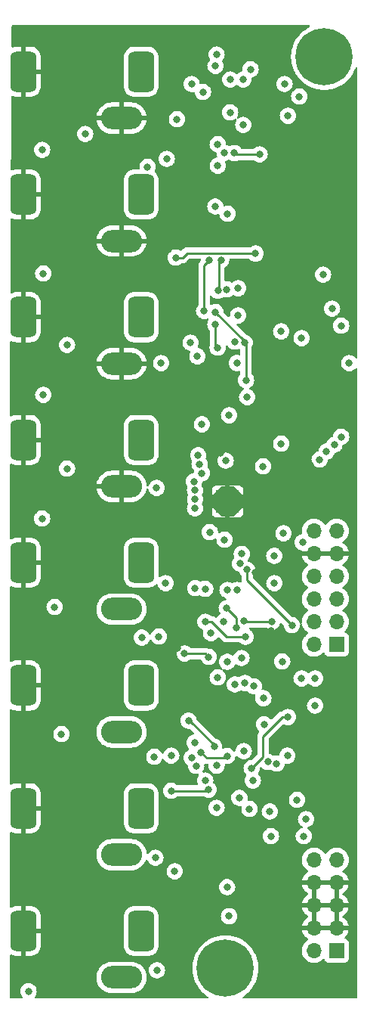
<source format=gbr>
%TF.GenerationSoftware,KiCad,Pcbnew,(6.0.7)*%
%TF.CreationDate,2022-09-10T19:48:32+02:00*%
%TF.ProjectId,eurorack-pmod-pcb,6575726f-7261-4636-9b2d-706d6f642d70,rev?*%
%TF.SameCoordinates,Original*%
%TF.FileFunction,Copper,L4,Bot*%
%TF.FilePolarity,Positive*%
%FSLAX46Y46*%
G04 Gerber Fmt 4.6, Leading zero omitted, Abs format (unit mm)*
G04 Created by KiCad (PCBNEW (6.0.7)) date 2022-09-10 19:48:32*
%MOMM*%
%LPD*%
G01*
G04 APERTURE LIST*
G04 Aperture macros list*
%AMRoundRect*
0 Rectangle with rounded corners*
0 $1 Rounding radius*
0 $2 $3 $4 $5 $6 $7 $8 $9 X,Y pos of 4 corners*
0 Add a 4 corners polygon primitive as box body*
4,1,4,$2,$3,$4,$5,$6,$7,$8,$9,$2,$3,0*
0 Add four circle primitives for the rounded corners*
1,1,$1+$1,$2,$3*
1,1,$1+$1,$4,$5*
1,1,$1+$1,$6,$7*
1,1,$1+$1,$8,$9*
0 Add four rect primitives between the rounded corners*
20,1,$1+$1,$2,$3,$4,$5,0*
20,1,$1+$1,$4,$5,$6,$7,0*
20,1,$1+$1,$6,$7,$8,$9,0*
20,1,$1+$1,$8,$9,$2,$3,0*%
G04 Aperture macros list end*
%TA.AperFunction,ComponentPad*%
%ADD10C,0.500000*%
%TD*%
%TA.AperFunction,SMDPad,CuDef*%
%ADD11R,2.500000X2.500000*%
%TD*%
%TA.AperFunction,ComponentPad*%
%ADD12RoundRect,0.725000X-0.725000X1.575000X-0.725000X-1.575000X0.725000X-1.575000X0.725000X1.575000X0*%
%TD*%
%TA.AperFunction,ComponentPad*%
%ADD13O,4.600000X2.500000*%
%TD*%
%TA.AperFunction,ComponentPad*%
%ADD14C,0.800000*%
%TD*%
%TA.AperFunction,ComponentPad*%
%ADD15C,6.400000*%
%TD*%
%TA.AperFunction,ComponentPad*%
%ADD16R,1.700000X1.700000*%
%TD*%
%TA.AperFunction,ComponentPad*%
%ADD17O,1.700000X1.700000*%
%TD*%
%TA.AperFunction,ViaPad*%
%ADD18C,0.800000*%
%TD*%
%TA.AperFunction,Conductor*%
%ADD19C,0.250000*%
%TD*%
G04 APERTURE END LIST*
D10*
%TO.P,U3,33,PAD*%
%TO.N,GND*%
X3925000Y-53840000D03*
X4925000Y-54840000D03*
X5925000Y-53840000D03*
X5925000Y-52840000D03*
X4925000Y-52840000D03*
X3925000Y-54840000D03*
X4925000Y-53840000D03*
X5925000Y-54840000D03*
X3925000Y-52840000D03*
D11*
X4925000Y-53840000D03*
%TD*%
D12*
%TO.P,J6,S*%
%TO.N,GND*%
X-17970000Y-46964776D03*
%TO.P,J6,T*%
%TO.N,Net-(J6-PadT)*%
X-4770000Y-46964776D03*
D13*
%TO.P,J6,TN*%
%TO.N,GND*%
X-6970000Y-52164776D03*
%TD*%
D14*
%TO.P,REF\u002A\u002A,1*%
%TO.N,N/C*%
X17445056Y-5761056D03*
X14050944Y-5761056D03*
X18148000Y-4064000D03*
D15*
X15748000Y-4064000D03*
D14*
X17445056Y-2366944D03*
X13348000Y-4064000D03*
X14050944Y-2366944D03*
X15748000Y-1664000D03*
X15748000Y-6464000D03*
%TD*%
D16*
%TO.P,J1,1,Pin_1*%
%TO.N,Net-(D2-Pad1)*%
X17145000Y-104135000D03*
D17*
%TO.P,J1,2,Pin_2*%
X14605000Y-104135000D03*
%TO.P,J1,3,Pin_3*%
%TO.N,GND*%
X17145000Y-101595000D03*
%TO.P,J1,4,Pin_4*%
X14605000Y-101595000D03*
%TO.P,J1,5,Pin_5*%
X17145000Y-99055000D03*
%TO.P,J1,6,Pin_6*%
X14605000Y-99055000D03*
%TO.P,J1,7,Pin_7*%
X17145000Y-96515000D03*
%TO.P,J1,8,Pin_8*%
X14605000Y-96515000D03*
%TO.P,J1,9,Pin_9*%
%TO.N,Net-(D1-Pad2)*%
X17145000Y-93975000D03*
%TO.P,J1,10,Pin_10*%
X14605000Y-93975000D03*
%TD*%
D12*
%TO.P,J3,S*%
%TO.N,GND*%
X-17970000Y-5735611D03*
%TO.P,J3,T*%
%TO.N,Net-(J3-PadT)*%
X-4770000Y-5735611D03*
D13*
%TO.P,J3,TN*%
%TO.N,GND*%
X-6970000Y-10935611D03*
%TD*%
D12*
%TO.P,J7,S*%
%TO.N,GND*%
X-17970000Y-60707831D03*
%TO.P,J7,T*%
%TO.N,Net-(J7-PadT)*%
X-4770000Y-60707831D03*
D13*
%TO.P,J7,TN*%
%TO.N,unconnected-(J7-PadTN)*%
X-6970000Y-65907831D03*
%TD*%
D12*
%TO.P,J4,S*%
%TO.N,GND*%
X-17970000Y-19478666D03*
%TO.P,J4,T*%
%TO.N,Net-(J4-PadT)*%
X-4770000Y-19478666D03*
D13*
%TO.P,J4,TN*%
%TO.N,GND*%
X-6970000Y-24678666D03*
%TD*%
D12*
%TO.P,J10,S*%
%TO.N,GND*%
X-17970000Y-101937000D03*
%TO.P,J10,T*%
%TO.N,Net-(J10-PadT)*%
X-4770000Y-101937000D03*
D13*
%TO.P,J10,TN*%
%TO.N,unconnected-(J10-PadTN)*%
X-6970000Y-107137000D03*
%TD*%
D12*
%TO.P,J5,S*%
%TO.N,GND*%
X-17970000Y-33221721D03*
%TO.P,J5,T*%
%TO.N,Net-(J5-PadT)*%
X-4770000Y-33221721D03*
D13*
%TO.P,J5,TN*%
%TO.N,GND*%
X-6970000Y-38421721D03*
%TD*%
D14*
%TO.P,REF\u002A\u002A,1*%
%TO.N,N/C*%
X4673600Y-108521200D03*
X6370656Y-107818256D03*
X2976544Y-107818256D03*
D15*
X4673600Y-106121200D03*
D14*
X4673600Y-103721200D03*
X2273600Y-106121200D03*
X2976544Y-104424144D03*
X6370656Y-104424144D03*
X7073600Y-106121200D03*
%TD*%
D12*
%TO.P,J9,S*%
%TO.N,GND*%
X-17970000Y-88193941D03*
%TO.P,J9,T*%
%TO.N,Net-(J9-PadT)*%
X-4770000Y-88193941D03*
D13*
%TO.P,J9,TN*%
%TO.N,unconnected-(J9-PadTN)*%
X-6970000Y-93393941D03*
%TD*%
D16*
%TO.P,J2,1,Pin_1*%
%TO.N,/SDIN1*%
X17145000Y-69850000D03*
D17*
%TO.P,J2,2,Pin_2*%
%TO.N,/SCL*%
X14605000Y-69850000D03*
%TO.P,J2,3,Pin_3*%
%TO.N,/SDOUT1*%
X17145000Y-67310000D03*
%TO.P,J2,4,Pin_4*%
%TO.N,/SDA*%
X14605000Y-67310000D03*
%TO.P,J2,5,Pin_5*%
%TO.N,/LRCK*%
X17145000Y-64770000D03*
%TO.P,J2,6,Pin_6*%
%TO.N,/PDN*%
X14605000Y-64770000D03*
%TO.P,J2,7,Pin_7*%
%TO.N,/BICK*%
X17145000Y-62230000D03*
%TO.P,J2,8,Pin_8*%
%TO.N,/MCLK*%
X14605000Y-62230000D03*
%TO.P,J2,9,Pin_9*%
%TO.N,GND*%
X17145000Y-59690000D03*
%TO.P,J2,10,Pin_10*%
X14605000Y-59690000D03*
%TO.P,J2,11,Pin_11*%
%TO.N,Net-(J2-Pad11)*%
X17145000Y-57150000D03*
%TO.P,J2,12,Pin_12*%
X14605000Y-57150000D03*
%TD*%
D12*
%TO.P,J8,S*%
%TO.N,GND*%
X-17970000Y-74450886D03*
%TO.P,J8,T*%
%TO.N,Net-(J8-PadT)*%
X-4770000Y-74450886D03*
D13*
%TO.P,J8,TN*%
%TO.N,unconnected-(J8-PadTN)*%
X-6970000Y-79650886D03*
%TD*%
D18*
%TO.N,GND*%
X-14224000Y-11176000D03*
X5080000Y-88392000D03*
X18288000Y-88900000D03*
X12192000Y-76708000D03*
X-14224000Y-52324000D03*
X18796000Y-40132000D03*
X12700000Y-39624000D03*
X330200Y-100914200D03*
X-10668000Y-67564000D03*
X9652000Y-24892000D03*
X6604000Y-90424000D03*
X-14224000Y-24892000D03*
X5080000Y-24892000D03*
X-14224000Y-38608000D03*
X-10668000Y-81280000D03*
X15748000Y-46228000D03*
X3556000Y-90424000D03*
X4064000Y-61468000D03*
X14732000Y-84328000D03*
X14224000Y-49784000D03*
X431800Y-97866200D03*
X-733318Y-70289739D03*
X9830704Y-68328994D03*
X17780000Y-84328000D03*
X-10668000Y-94996000D03*
X8035679Y-61794813D03*
X3556000Y-40640000D03*
X8636000Y-40132000D03*
X4139200Y-48416091D03*
X-10160000Y-108712000D03*
X11684000Y-15240000D03*
X6604000Y-48133000D03*
%TO.N,+3.3VA*%
X14732000Y-76708000D03*
X10922000Y-47371000D03*
%TO.N,VDD*%
X4572000Y-58128500D03*
X10160000Y-62992000D03*
X14732000Y-73660000D03*
%TO.N,Net-(C33-Pad1)*%
X-1016000Y-95250000D03*
X6241340Y-87021939D03*
%TO.N,+12V*%
X11044701Y-71759299D03*
X4879818Y-71785734D03*
X13208937Y-35561373D03*
X6678500Y-6604000D03*
X3048000Y-68580000D03*
X4863002Y-97014500D03*
X9431135Y-83003391D03*
X5080000Y-44196000D03*
X6096000Y-33020000D03*
%TO.N,-12V*%
X11684000Y-10668000D03*
X9652000Y-88554500D03*
X5733318Y-74324310D03*
X6096000Y-29972000D03*
X13716000Y-89408000D03*
X5080000Y-100276593D03*
X7112000Y-42164000D03*
X6678500Y-11684000D03*
%TO.N,Net-(C33-Pad2)*%
X-3175000Y-93726000D03*
X7370299Y-88269299D03*
%TO.N,Net-(D3-Pad1)*%
X-762000Y-11049000D03*
X-11049000Y-12700000D03*
%TO.N,Net-(D7-Pad2)*%
X889000Y-82550000D03*
X-14478000Y-65659000D03*
%TO.N,/SDIN1*%
X11176000Y-57404000D03*
X13335000Y-58420000D03*
X2921000Y-57277000D03*
%TO.N,/SCL*%
X1270000Y-53594000D03*
X7091117Y-61468000D03*
X12128500Y-67691000D03*
%TO.N,/SDOUT1*%
X13208000Y-73660000D03*
X6326572Y-60805765D03*
%TO.N,/SDA*%
X6514500Y-59713204D03*
X1265701Y-54614299D03*
%TO.N,/LRCK*%
X10155046Y-59927835D03*
%TO.N,/PDN*%
X4699000Y-49276000D03*
X8890000Y-49911000D03*
X1262712Y-52594524D03*
%TO.N,Net-(C34-Pad1)*%
X4826000Y-65786000D03*
X5916340Y-67956372D03*
X7859111Y-74526391D03*
%TO.N,Net-(D5-Pad1)*%
X-1905000Y-15494000D03*
X-13081000Y-36322000D03*
%TO.N,Net-(C34-Pad2)*%
X1392701Y-83443299D03*
X8927500Y-75872067D03*
X1288115Y-63559201D03*
%TO.N,Net-(D9-Pad2)*%
X-1397000Y-86233000D03*
X2794000Y-86106000D03*
%TO.N,/-VCOM*%
X3556000Y-5080000D03*
X3544858Y-20816544D03*
X-2032000Y-62992000D03*
X1524000Y-37592000D03*
X1218000Y-80854846D03*
X2032000Y-45212000D03*
%TO.N,/dual_mono_inputs1/IN1_3V*%
X15240000Y-49149000D03*
X16637000Y-32258000D03*
%TO.N,Net-(C35-Pad2)*%
X12700000Y-87249000D03*
X-2997200Y-106324400D03*
%TO.N,Net-(D6-Pad1)*%
X-4064000Y-16383000D03*
X-13081000Y-50165000D03*
%TO.N,/dual_mono_inputs1/IN2_3V*%
X17653000Y-34163000D03*
X16002000Y-48260000D03*
%TO.N,/dual_mono_inputs2/IN1_3V*%
X15621000Y-28448000D03*
X16891000Y-47498000D03*
%TO.N,Net-(RN3-Pad5)*%
X5715000Y-35941000D03*
X5961496Y-38347854D03*
%TO.N,/dual_mono_inputs2/IN2_3V*%
X17653000Y-46609000D03*
X18542000Y-38354000D03*
%TO.N,/dual_mono_outputs1/OUT1*%
X4903900Y-63754247D03*
X1616345Y-48670657D03*
%TO.N,Net-(C20-Pad1)*%
X889000Y-7112000D03*
X762000Y-36068000D03*
%TO.N,/dual_mono_outputs1/OUT2*%
X5969000Y-63754000D03*
X1778000Y-49657000D03*
%TO.N,Net-(C20-Pad2)*%
X12954000Y-8509000D03*
X7493000Y-5461000D03*
X3543000Y-34023000D03*
X3803200Y-36614250D03*
%TO.N,Net-(D10-Pad2)*%
X-17399000Y-108686600D03*
X3683000Y-88138000D03*
%TO.N,/dual_mono_outputs2/OUT1*%
X545500Y-78381715D03*
X2032000Y-50673000D03*
X3410712Y-81284200D03*
%TO.N,/dual_mono_outputs2/OUT2*%
X1152613Y-51601104D03*
X4876922Y-82338324D03*
X1942500Y-81915000D03*
%TO.N,Net-(C21-Pad2)*%
X11303000Y-7112000D03*
X-15875000Y-14478000D03*
%TO.N,Net-(C22-Pad1)*%
X3556000Y-32639000D03*
X6841503Y-36068000D03*
X6985000Y-40259000D03*
%TO.N,Net-(C22-Pad2)*%
X10922000Y-34798000D03*
X3683000Y-3810000D03*
%TO.N,Net-(C23-Pad1)*%
X5207000Y-10287000D03*
X5207000Y-6604000D03*
%TO.N,Net-(C23-Pad2)*%
X-15748000Y-28321000D03*
X2159000Y-8001000D03*
%TO.N,Net-(C24-Pad1)*%
X-889000Y-26543000D03*
X8052000Y-26086000D03*
%TO.N,Net-(C25-Pad1)*%
X-2540000Y-38354000D03*
X3810000Y-13843000D03*
%TO.N,Net-(C25-Pad2)*%
X-15748000Y-41910000D03*
X4572000Y-14807000D03*
%TO.N,Net-(D8-Pad2)*%
X2413000Y-85090000D03*
X-13716000Y-79883000D03*
%TO.N,Net-(C26-Pad1)*%
X2864000Y-26867000D03*
X2286000Y-32512000D03*
%TO.N,Net-(C26-Pad2)*%
X4191000Y-26797000D03*
X3836543Y-30240351D03*
%TO.N,Net-(C27-Pad1)*%
X3810000Y-16256000D03*
X-3048000Y-52324000D03*
%TO.N,Net-(C27-Pad2)*%
X5686614Y-14847178D03*
X8509000Y-14986000D03*
X-15875000Y-55753000D03*
%TO.N,Net-(C28-Pad1)*%
X2413000Y-67305500D03*
X6940938Y-68980970D03*
%TO.N,Net-(C29-Pad1)*%
X7747000Y-85090000D03*
X-2794000Y-68961000D03*
%TO.N,Net-(C29-Pad2)*%
X11620718Y-82302654D03*
X13462000Y-91313000D03*
X-4699000Y-69088000D03*
X9779000Y-91313000D03*
%TO.N,Net-(C30-Pad2)*%
X2413000Y-63627000D03*
X95999Y-70867094D03*
X2794000Y-71247000D03*
%TO.N,Net-(RN9-Pad5)*%
X4826000Y-30099000D03*
X4910676Y-21640922D03*
%TO.N,Net-(C31-Pad1)*%
X3688988Y-83417508D03*
X-1397000Y-82296000D03*
%TO.N,Net-(C31-Pad2)*%
X-3302000Y-82423000D03*
X6731000Y-81788000D03*
%TO.N,Net-(C32-Pad1)*%
X3810000Y-73533000D03*
X4445000Y-67310000D03*
%TO.N,Net-(RN10-Pad7)*%
X10414000Y-83185000D03*
X6477000Y-71374000D03*
X9017000Y-78798500D03*
X6858000Y-74168000D03*
%TO.N,Net-(RN10-Pad5)*%
X11684000Y-77978000D03*
X7620000Y-83693000D03*
X9906000Y-67310000D03*
X6731000Y-67183000D03*
%TD*%
D19*
%TO.N,/SCL*%
X7091117Y-61468000D02*
X7091117Y-62653617D01*
X7091117Y-62653617D02*
X12128500Y-67691000D01*
%TO.N,Net-(C34-Pad1)*%
X5916340Y-66876340D02*
X5916340Y-67956372D01*
X4826000Y-65786000D02*
X5916340Y-66876340D01*
%TO.N,Net-(D9-Pad2)*%
X-1397000Y-86233000D02*
X2667000Y-86233000D01*
X2667000Y-86233000D02*
X2794000Y-86106000D01*
%TO.N,Net-(C20-Pad2)*%
X3543000Y-36354050D02*
X3543000Y-34023000D01*
X3803200Y-36614250D02*
X3543000Y-36354050D01*
%TO.N,/dual_mono_outputs2/OUT1*%
X657715Y-78381715D02*
X545500Y-78381715D01*
X3410712Y-81284200D02*
X3410712Y-81134712D01*
X3410712Y-81134712D02*
X657715Y-78381715D01*
%TO.N,/dual_mono_outputs2/OUT2*%
X4876922Y-82338324D02*
X4665246Y-82550000D01*
X2577500Y-82550000D02*
X1942500Y-81915000D01*
X4665246Y-82550000D02*
X2577500Y-82550000D01*
%TO.N,Net-(C22-Pad1)*%
X3564598Y-32639000D02*
X6731000Y-35805402D01*
X3556000Y-32639000D02*
X3564598Y-32639000D01*
X6731000Y-36068000D02*
X6841503Y-36068000D01*
X6985000Y-36211497D02*
X6841503Y-36068000D01*
X6985000Y-40259000D02*
X6985000Y-36211497D01*
X6731000Y-35805402D02*
X6731000Y-36068000D01*
%TO.N,Net-(C24-Pad1)*%
X-889000Y-26543000D02*
X-127000Y-26543000D01*
X8001000Y-26035000D02*
X8052000Y-26086000D01*
X-127000Y-26543000D02*
X381000Y-26035000D01*
X381000Y-26035000D02*
X8001000Y-26035000D01*
%TO.N,Net-(C26-Pad1)*%
X2286000Y-27445000D02*
X2864000Y-26867000D01*
X2286000Y-32512000D02*
X2286000Y-27445000D01*
%TO.N,Net-(C26-Pad2)*%
X3937000Y-27051000D02*
X3937000Y-30139894D01*
X3937000Y-30139894D02*
X3836543Y-30240351D01*
X4191000Y-26797000D02*
X3937000Y-27051000D01*
%TO.N,Net-(C27-Pad2)*%
X5825436Y-14986000D02*
X5686614Y-14847178D01*
X8509000Y-14986000D02*
X5825436Y-14986000D01*
%TO.N,Net-(C28-Pad1)*%
X3091000Y-67305500D02*
X4766470Y-68980970D01*
X2413000Y-67305500D02*
X3091000Y-67305500D01*
X4766470Y-68980970D02*
X6940938Y-68980970D01*
%TO.N,Net-(C30-Pad2)*%
X2414094Y-70867094D02*
X95999Y-70867094D01*
X2794000Y-71247000D02*
X2414094Y-70867094D01*
%TO.N,Net-(RN10-Pad5)*%
X9906000Y-67310000D02*
X6858000Y-67310000D01*
X11049000Y-77978000D02*
X11684000Y-77978000D01*
X7620000Y-83693000D02*
X8890000Y-82423000D01*
X8890000Y-80137000D02*
X11049000Y-77978000D01*
X8890000Y-82296000D02*
X8890000Y-80137000D01*
X8890000Y-82423000D02*
X8890000Y-82296000D01*
X6858000Y-67310000D02*
X6731000Y-67183000D01*
%TD*%
%TA.AperFunction,Conductor*%
%TO.N,GND*%
G36*
X14100683Y-528502D02*
G01*
X14147176Y-582158D01*
X14157280Y-652432D01*
X14127786Y-717012D01*
X14089765Y-746767D01*
X13894147Y-846439D01*
X13894140Y-846443D01*
X13891206Y-847938D01*
X13565207Y-1059643D01*
X13263124Y-1304266D01*
X12988266Y-1579124D01*
X12743643Y-1881207D01*
X12531938Y-2207206D01*
X12355468Y-2553547D01*
X12354284Y-2556632D01*
X12221375Y-2902872D01*
X12216167Y-2916438D01*
X12115562Y-3291901D01*
X12103067Y-3370793D01*
X12064579Y-3613794D01*
X12054754Y-3675824D01*
X12034411Y-4064000D01*
X12054754Y-4452176D01*
X12055267Y-4455416D01*
X12055268Y-4455424D01*
X12065463Y-4519790D01*
X12115562Y-4836099D01*
X12216167Y-5211562D01*
X12217352Y-5214650D01*
X12217353Y-5214652D01*
X12241530Y-5277635D01*
X12355468Y-5574453D01*
X12356966Y-5577393D01*
X12507995Y-5873803D01*
X12531938Y-5920794D01*
X12533734Y-5923560D01*
X12533736Y-5923563D01*
X12585227Y-6002852D01*
X12743643Y-6246793D01*
X12988266Y-6548876D01*
X13263124Y-6823734D01*
X13565207Y-7068357D01*
X13567970Y-7070152D01*
X13567971Y-7070152D01*
X13842744Y-7248591D01*
X13891205Y-7280062D01*
X13894139Y-7281557D01*
X13894146Y-7281561D01*
X14234607Y-7455034D01*
X14237547Y-7456532D01*
X14600438Y-7595833D01*
X14975901Y-7696438D01*
X15179793Y-7728732D01*
X15356576Y-7756732D01*
X15356584Y-7756733D01*
X15359824Y-7757246D01*
X15748000Y-7777589D01*
X16136176Y-7757246D01*
X16139416Y-7756733D01*
X16139424Y-7756732D01*
X16316207Y-7728732D01*
X16520099Y-7696438D01*
X16895562Y-7595833D01*
X17258453Y-7456532D01*
X17261393Y-7455034D01*
X17601854Y-7281561D01*
X17601861Y-7281557D01*
X17604795Y-7280062D01*
X17653257Y-7248591D01*
X17928029Y-7070152D01*
X17928030Y-7070152D01*
X17930793Y-7068357D01*
X18232876Y-6823734D01*
X18507734Y-6548876D01*
X18752357Y-6246793D01*
X18910773Y-6002852D01*
X18962264Y-5923563D01*
X18962266Y-5923560D01*
X18964062Y-5920794D01*
X18988006Y-5873803D01*
X19139034Y-5577393D01*
X19140532Y-5574453D01*
X19247869Y-5294831D01*
X19290955Y-5238403D01*
X19357708Y-5214226D01*
X19426935Y-5229977D01*
X19476657Y-5280655D01*
X19491500Y-5339985D01*
X19491500Y-37722555D01*
X19471498Y-37790676D01*
X19417842Y-37837169D01*
X19347568Y-37847273D01*
X19282988Y-37817779D01*
X19271864Y-37806865D01*
X19157675Y-37680045D01*
X19157674Y-37680044D01*
X19153253Y-37675134D01*
X19038829Y-37592000D01*
X19004094Y-37566763D01*
X19004093Y-37566762D01*
X18998752Y-37562882D01*
X18992724Y-37560198D01*
X18992722Y-37560197D01*
X18830319Y-37487891D01*
X18830318Y-37487891D01*
X18824288Y-37485206D01*
X18710277Y-37460972D01*
X18643944Y-37446872D01*
X18643939Y-37446872D01*
X18637487Y-37445500D01*
X18446513Y-37445500D01*
X18440061Y-37446872D01*
X18440056Y-37446872D01*
X18373723Y-37460972D01*
X18259712Y-37485206D01*
X18253682Y-37487891D01*
X18253681Y-37487891D01*
X18091278Y-37560197D01*
X18091276Y-37560198D01*
X18085248Y-37562882D01*
X18079907Y-37566762D01*
X18079906Y-37566763D01*
X18045171Y-37592000D01*
X17930747Y-37675134D01*
X17926326Y-37680044D01*
X17926325Y-37680045D01*
X17810377Y-37808819D01*
X17802960Y-37817056D01*
X17799659Y-37822774D01*
X17714326Y-37970575D01*
X17707473Y-37982444D01*
X17648458Y-38164072D01*
X17647768Y-38170633D01*
X17647768Y-38170635D01*
X17629832Y-38341289D01*
X17628496Y-38354000D01*
X17629186Y-38360565D01*
X17643894Y-38500500D01*
X17648458Y-38543928D01*
X17707473Y-38725556D01*
X17802960Y-38890944D01*
X17930747Y-39032866D01*
X18085248Y-39145118D01*
X18091276Y-39147802D01*
X18091278Y-39147803D01*
X18248989Y-39218020D01*
X18259712Y-39222794D01*
X18353112Y-39242647D01*
X18440056Y-39261128D01*
X18440061Y-39261128D01*
X18446513Y-39262500D01*
X18637487Y-39262500D01*
X18643939Y-39261128D01*
X18643944Y-39261128D01*
X18730888Y-39242647D01*
X18824288Y-39222794D01*
X18835011Y-39218020D01*
X18992722Y-39147803D01*
X18992724Y-39147802D01*
X18998752Y-39145118D01*
X19153253Y-39032866D01*
X19271864Y-38901135D01*
X19332310Y-38863895D01*
X19403294Y-38865247D01*
X19462278Y-38904760D01*
X19490536Y-38969891D01*
X19491500Y-38985445D01*
X19491500Y-109365500D01*
X19471498Y-109433621D01*
X19417842Y-109480114D01*
X19365500Y-109491500D01*
X6718259Y-109491500D01*
X6650138Y-109471498D01*
X6603645Y-109417842D01*
X6593541Y-109347568D01*
X6623035Y-109282988D01*
X6649635Y-109259827D01*
X6853629Y-109127352D01*
X6853630Y-109127352D01*
X6856393Y-109125557D01*
X7140489Y-108895500D01*
X7155914Y-108883009D01*
X7155918Y-108883006D01*
X7158476Y-108880934D01*
X7433334Y-108606076D01*
X7460413Y-108572637D01*
X7598579Y-108402016D01*
X7677957Y-108303993D01*
X7781371Y-108144748D01*
X7887864Y-107980763D01*
X7887866Y-107980760D01*
X7889662Y-107977994D01*
X7933073Y-107892797D01*
X8064634Y-107634593D01*
X8066132Y-107631653D01*
X8195243Y-107295308D01*
X8204247Y-107271852D01*
X8204248Y-107271850D01*
X8205433Y-107268762D01*
X8306038Y-106893299D01*
X8364541Y-106523932D01*
X8366332Y-106512624D01*
X8366333Y-106512616D01*
X8366846Y-106509376D01*
X8387189Y-106121200D01*
X8366846Y-105733024D01*
X8362306Y-105704355D01*
X8328850Y-105493131D01*
X8306038Y-105349101D01*
X8205433Y-104973638D01*
X8066132Y-104610747D01*
X7988185Y-104457767D01*
X7891161Y-104267347D01*
X7891157Y-104267340D01*
X7889662Y-104264406D01*
X7783997Y-104101695D01*
X13242251Y-104101695D01*
X13242548Y-104106848D01*
X13242548Y-104106851D01*
X13243896Y-104130225D01*
X13255110Y-104324715D01*
X13256247Y-104329761D01*
X13256248Y-104329767D01*
X13280304Y-104436508D01*
X13304222Y-104542639D01*
X13340153Y-104631126D01*
X13386308Y-104744793D01*
X13388266Y-104749616D01*
X13504987Y-104940088D01*
X13651250Y-105108938D01*
X13823126Y-105251632D01*
X14016000Y-105364338D01*
X14020825Y-105366180D01*
X14020826Y-105366181D01*
X14053914Y-105378816D01*
X14224692Y-105444030D01*
X14229760Y-105445061D01*
X14229763Y-105445062D01*
X14320625Y-105463548D01*
X14443597Y-105488567D01*
X14448772Y-105488757D01*
X14448774Y-105488757D01*
X14661673Y-105496564D01*
X14661677Y-105496564D01*
X14666837Y-105496753D01*
X14671957Y-105496097D01*
X14671959Y-105496097D01*
X14883288Y-105469025D01*
X14883289Y-105469025D01*
X14888416Y-105468368D01*
X14904482Y-105463548D01*
X15097429Y-105405661D01*
X15097434Y-105405659D01*
X15102384Y-105404174D01*
X15302994Y-105305896D01*
X15484860Y-105176173D01*
X15593091Y-105068319D01*
X15655462Y-105034404D01*
X15726268Y-105039592D01*
X15783030Y-105082238D01*
X15800012Y-105113341D01*
X15844385Y-105231705D01*
X15931739Y-105348261D01*
X16048295Y-105435615D01*
X16184684Y-105486745D01*
X16246866Y-105493500D01*
X18043134Y-105493500D01*
X18105316Y-105486745D01*
X18241705Y-105435615D01*
X18358261Y-105348261D01*
X18445615Y-105231705D01*
X18496745Y-105095316D01*
X18503500Y-105033134D01*
X18503500Y-103236866D01*
X18496745Y-103174684D01*
X18445615Y-103038295D01*
X18358261Y-102921739D01*
X18241705Y-102834385D01*
X18122687Y-102789767D01*
X18065923Y-102747125D01*
X18041223Y-102680564D01*
X18056430Y-102611215D01*
X18077977Y-102582535D01*
X18179052Y-102481812D01*
X18185730Y-102473965D01*
X18310003Y-102301020D01*
X18315313Y-102292183D01*
X18409670Y-102101267D01*
X18413469Y-102091672D01*
X18475377Y-101887910D01*
X18477555Y-101877837D01*
X18478986Y-101866962D01*
X18476775Y-101852778D01*
X18463617Y-101849000D01*
X13288225Y-101849000D01*
X13274694Y-101852973D01*
X13273257Y-101862966D01*
X13303565Y-101997446D01*
X13306645Y-102007275D01*
X13386770Y-102204603D01*
X13391413Y-102213794D01*
X13502694Y-102395388D01*
X13508777Y-102403699D01*
X13648213Y-102564667D01*
X13655580Y-102571883D01*
X13819434Y-102707916D01*
X13827881Y-102713831D01*
X13896969Y-102754203D01*
X13945693Y-102805842D01*
X13958764Y-102875625D01*
X13932033Y-102941396D01*
X13891584Y-102974752D01*
X13878607Y-102981507D01*
X13874474Y-102984610D01*
X13874471Y-102984612D01*
X13704100Y-103112530D01*
X13699965Y-103115635D01*
X13660525Y-103156907D01*
X13606280Y-103213671D01*
X13545629Y-103277138D01*
X13419743Y-103461680D01*
X13325688Y-103664305D01*
X13265989Y-103879570D01*
X13242251Y-104101695D01*
X7783997Y-104101695D01*
X7780664Y-104096562D01*
X7679752Y-103941171D01*
X7679752Y-103941170D01*
X7677957Y-103938407D01*
X7498946Y-103717348D01*
X7435409Y-103638886D01*
X7435406Y-103638882D01*
X7433334Y-103636324D01*
X7158476Y-103361466D01*
X6856393Y-103116843D01*
X6748387Y-103046703D01*
X6533164Y-102906936D01*
X6533161Y-102906934D01*
X6530395Y-102905138D01*
X6527461Y-102903643D01*
X6527454Y-102903639D01*
X6186993Y-102730166D01*
X6184053Y-102728668D01*
X5821162Y-102589367D01*
X5445699Y-102488762D01*
X5241807Y-102456468D01*
X5065024Y-102428468D01*
X5065016Y-102428467D01*
X5061776Y-102427954D01*
X4673600Y-102407611D01*
X4285424Y-102427954D01*
X4282184Y-102428467D01*
X4282176Y-102428468D01*
X4105393Y-102456468D01*
X3901501Y-102488762D01*
X3526038Y-102589367D01*
X3163147Y-102728668D01*
X3160207Y-102730166D01*
X2819747Y-102903639D01*
X2819740Y-102903643D01*
X2816806Y-102905138D01*
X2814040Y-102906934D01*
X2814037Y-102906936D01*
X2611761Y-103038295D01*
X2490807Y-103116843D01*
X2188724Y-103361466D01*
X1913866Y-103636324D01*
X1911794Y-103638882D01*
X1911791Y-103638886D01*
X1848254Y-103717348D01*
X1669243Y-103938407D01*
X1667448Y-103941170D01*
X1667448Y-103941171D01*
X1566537Y-104096562D01*
X1457538Y-104264406D01*
X1456043Y-104267340D01*
X1456039Y-104267347D01*
X1359015Y-104457767D01*
X1281068Y-104610747D01*
X1141767Y-104973638D01*
X1041162Y-105349101D01*
X1018350Y-105493131D01*
X984895Y-105704355D01*
X980354Y-105733024D01*
X960011Y-106121200D01*
X980354Y-106509376D01*
X980867Y-106512616D01*
X980868Y-106512624D01*
X982659Y-106523932D01*
X1041162Y-106893299D01*
X1141767Y-107268762D01*
X1142952Y-107271850D01*
X1142953Y-107271852D01*
X1151957Y-107295308D01*
X1281068Y-107631653D01*
X1282566Y-107634593D01*
X1414128Y-107892797D01*
X1457538Y-107977994D01*
X1459334Y-107980760D01*
X1459336Y-107980763D01*
X1565829Y-108144748D01*
X1669243Y-108303993D01*
X1748621Y-108402016D01*
X1886788Y-108572637D01*
X1913866Y-108606076D01*
X2188724Y-108880934D01*
X2191282Y-108883006D01*
X2191286Y-108883009D01*
X2206711Y-108895500D01*
X2490807Y-109125557D01*
X2493570Y-109127352D01*
X2493571Y-109127352D01*
X2697565Y-109259827D01*
X2743802Y-109313704D01*
X2753572Y-109384025D01*
X2723772Y-109448465D01*
X2663864Y-109486564D01*
X2628941Y-109491500D01*
X-16618229Y-109491500D01*
X-16686350Y-109471498D01*
X-16732843Y-109417842D01*
X-16742947Y-109347568D01*
X-16711866Y-109281192D01*
X-16659960Y-109223544D01*
X-16564473Y-109058156D01*
X-16505458Y-108876528D01*
X-16498202Y-108807496D01*
X-16486186Y-108693165D01*
X-16485496Y-108686600D01*
X-16493959Y-108606076D01*
X-16504768Y-108503235D01*
X-16504768Y-108503233D01*
X-16505458Y-108496672D01*
X-16564473Y-108315044D01*
X-16659960Y-108149656D01*
X-16787747Y-108007734D01*
X-16942248Y-107895482D01*
X-16948276Y-107892798D01*
X-16948278Y-107892797D01*
X-17110681Y-107820491D01*
X-17110682Y-107820491D01*
X-17116712Y-107817806D01*
X-17232718Y-107793148D01*
X-17297056Y-107779472D01*
X-17297061Y-107779472D01*
X-17303513Y-107778100D01*
X-17494487Y-107778100D01*
X-17500939Y-107779472D01*
X-17500944Y-107779472D01*
X-17565282Y-107793148D01*
X-17681288Y-107817806D01*
X-17687318Y-107820491D01*
X-17687319Y-107820491D01*
X-17849722Y-107892797D01*
X-17849724Y-107892798D01*
X-17855752Y-107895482D01*
X-18010253Y-108007734D01*
X-18138040Y-108149656D01*
X-18233527Y-108315044D01*
X-18292542Y-108496672D01*
X-18293232Y-108503233D01*
X-18293232Y-108503235D01*
X-18304041Y-108606076D01*
X-18312504Y-108686600D01*
X-18311814Y-108693165D01*
X-18299797Y-108807496D01*
X-18292542Y-108876528D01*
X-18233527Y-109058156D01*
X-18138040Y-109223544D01*
X-18086134Y-109281192D01*
X-18055418Y-109345197D01*
X-18064181Y-109415650D01*
X-18109644Y-109470182D01*
X-18179771Y-109491500D01*
X-19365500Y-109491500D01*
X-19433621Y-109471498D01*
X-19480114Y-109417842D01*
X-19491500Y-109365500D01*
X-19491500Y-107244655D01*
X-9780142Y-107244655D01*
X-9744896Y-107503638D01*
X-9743588Y-107508124D01*
X-9743588Y-107508126D01*
X-9723902Y-107575664D01*
X-9671757Y-107754567D01*
X-9562332Y-107991928D01*
X-9559769Y-107995837D01*
X-9421590Y-108206596D01*
X-9421586Y-108206601D01*
X-9419024Y-108210509D01*
X-9244982Y-108405506D01*
X-9044030Y-108572637D01*
X-9040027Y-108575066D01*
X-8824578Y-108705804D01*
X-8824574Y-108705806D01*
X-8820581Y-108708229D01*
X-8579545Y-108809303D01*
X-8326217Y-108873641D01*
X-8321566Y-108874109D01*
X-8321562Y-108874110D01*
X-8128692Y-108893531D01*
X-8109133Y-108895500D01*
X-5853646Y-108895500D01*
X-5851321Y-108895327D01*
X-5851315Y-108895327D01*
X-5664000Y-108881407D01*
X-5663996Y-108881406D01*
X-5659348Y-108881061D01*
X-5654800Y-108880032D01*
X-5654794Y-108880031D01*
X-5468399Y-108837853D01*
X-5404423Y-108823377D01*
X-5368231Y-108809303D01*
X-5165176Y-108730340D01*
X-5165173Y-108730339D01*
X-5160823Y-108728647D01*
X-4933902Y-108598951D01*
X-4728643Y-108437138D01*
X-4549557Y-108246763D01*
X-4400576Y-108032009D01*
X-4398508Y-108027816D01*
X-4287040Y-107801781D01*
X-4287039Y-107801778D01*
X-4284975Y-107797593D01*
X-4231857Y-107631653D01*
X-4206720Y-107553123D01*
X-4205293Y-107548665D01*
X-4163279Y-107290693D01*
X-4159858Y-107029345D01*
X-4195104Y-106770362D01*
X-4209527Y-106720877D01*
X-4266932Y-106523932D01*
X-4268243Y-106519433D01*
X-4358155Y-106324400D01*
X-3910704Y-106324400D01*
X-3910014Y-106330965D01*
X-3894260Y-106480852D01*
X-3890742Y-106514328D01*
X-3831727Y-106695956D01*
X-3736240Y-106861344D01*
X-3608453Y-107003266D01*
X-3453952Y-107115518D01*
X-3447924Y-107118202D01*
X-3447922Y-107118203D01*
X-3285519Y-107190509D01*
X-3279488Y-107193194D01*
X-3186087Y-107213047D01*
X-3099144Y-107231528D01*
X-3099139Y-107231528D01*
X-3092687Y-107232900D01*
X-2901713Y-107232900D01*
X-2895261Y-107231528D01*
X-2895256Y-107231528D01*
X-2808313Y-107213047D01*
X-2714912Y-107193194D01*
X-2708881Y-107190509D01*
X-2546478Y-107118203D01*
X-2546476Y-107118202D01*
X-2540448Y-107115518D01*
X-2385947Y-107003266D01*
X-2258160Y-106861344D01*
X-2162673Y-106695956D01*
X-2103658Y-106514328D01*
X-2100139Y-106480852D01*
X-2084386Y-106330965D01*
X-2083696Y-106324400D01*
X-2084386Y-106317835D01*
X-2102968Y-106141035D01*
X-2102968Y-106141033D01*
X-2103658Y-106134472D01*
X-2162673Y-105952844D01*
X-2258160Y-105787456D01*
X-2359371Y-105675049D01*
X-2381525Y-105650445D01*
X-2381526Y-105650444D01*
X-2385947Y-105645534D01*
X-2540448Y-105533282D01*
X-2546476Y-105530598D01*
X-2546478Y-105530597D01*
X-2708881Y-105458291D01*
X-2708882Y-105458291D01*
X-2714912Y-105455606D01*
X-2808962Y-105435615D01*
X-2895256Y-105417272D01*
X-2895261Y-105417272D01*
X-2901713Y-105415900D01*
X-3092687Y-105415900D01*
X-3099139Y-105417272D01*
X-3099144Y-105417272D01*
X-3185438Y-105435615D01*
X-3279488Y-105455606D01*
X-3285518Y-105458291D01*
X-3285519Y-105458291D01*
X-3447922Y-105530597D01*
X-3447924Y-105530598D01*
X-3453952Y-105533282D01*
X-3608453Y-105645534D01*
X-3612874Y-105650444D01*
X-3612875Y-105650445D01*
X-3635028Y-105675049D01*
X-3736240Y-105787456D01*
X-3831727Y-105952844D01*
X-3890742Y-106134472D01*
X-3891432Y-106141033D01*
X-3891432Y-106141035D01*
X-3910014Y-106317835D01*
X-3910704Y-106324400D01*
X-4358155Y-106324400D01*
X-4377668Y-106282072D01*
X-4483140Y-106121200D01*
X-4518410Y-106067404D01*
X-4518414Y-106067399D01*
X-4520976Y-106063491D01*
X-4695018Y-105868494D01*
X-4895970Y-105701363D01*
X-4994372Y-105641651D01*
X-5115422Y-105568196D01*
X-5115426Y-105568194D01*
X-5119419Y-105565771D01*
X-5360455Y-105464697D01*
X-5613783Y-105400359D01*
X-5618434Y-105399891D01*
X-5618438Y-105399890D01*
X-5827729Y-105378816D01*
X-5830867Y-105378500D01*
X-8086354Y-105378500D01*
X-8088679Y-105378673D01*
X-8088685Y-105378673D01*
X-8276000Y-105392593D01*
X-8276004Y-105392594D01*
X-8280652Y-105392939D01*
X-8285200Y-105393968D01*
X-8285206Y-105393969D01*
X-8445449Y-105430229D01*
X-8535577Y-105450623D01*
X-8539929Y-105452315D01*
X-8539931Y-105452316D01*
X-8774824Y-105543660D01*
X-8774827Y-105543661D01*
X-8779177Y-105545353D01*
X-9006098Y-105675049D01*
X-9211357Y-105836862D01*
X-9390443Y-106027237D01*
X-9539424Y-106241991D01*
X-9655025Y-106476407D01*
X-9656447Y-106480850D01*
X-9656448Y-106480852D01*
X-9666618Y-106512624D01*
X-9734707Y-106725335D01*
X-9776721Y-106983307D01*
X-9776782Y-106987980D01*
X-9779468Y-107193194D01*
X-9780142Y-107244655D01*
X-19491500Y-107244655D01*
X-19491500Y-104699247D01*
X-19471498Y-104631126D01*
X-19417842Y-104584633D01*
X-19347568Y-104574529D01*
X-19308619Y-104587896D01*
X-19308370Y-104587352D01*
X-19113353Y-104676638D01*
X-19102807Y-104680372D01*
X-18900266Y-104732376D01*
X-18889710Y-104734147D01*
X-18758829Y-104744793D01*
X-18753723Y-104745000D01*
X-18242115Y-104745000D01*
X-18226876Y-104740525D01*
X-18225671Y-104739135D01*
X-18224000Y-104731452D01*
X-18224000Y-104726885D01*
X-17716000Y-104726885D01*
X-17711525Y-104742124D01*
X-17710135Y-104743329D01*
X-17702452Y-104745000D01*
X-17186277Y-104745000D01*
X-17181171Y-104744793D01*
X-17050290Y-104734147D01*
X-17039734Y-104732376D01*
X-16837193Y-104680372D01*
X-16826647Y-104676638D01*
X-16636731Y-104589687D01*
X-16627024Y-104584151D01*
X-16455504Y-104464941D01*
X-16446925Y-104457767D01*
X-16299233Y-104310075D01*
X-16292059Y-104301496D01*
X-16172849Y-104129976D01*
X-16167313Y-104120269D01*
X-16080362Y-103930353D01*
X-16076628Y-103919807D01*
X-16024624Y-103717266D01*
X-16022853Y-103706710D01*
X-16012207Y-103575829D01*
X-16012000Y-103570723D01*
X-16012000Y-102209115D01*
X-16016475Y-102193876D01*
X-16017865Y-102192671D01*
X-16025548Y-102191000D01*
X-17697885Y-102191000D01*
X-17713124Y-102195475D01*
X-17714329Y-102196865D01*
X-17716000Y-102204548D01*
X-17716000Y-104726885D01*
X-18224000Y-104726885D01*
X-18224000Y-101664885D01*
X-17716000Y-101664885D01*
X-17711525Y-101680124D01*
X-17710135Y-101681329D01*
X-17702452Y-101683000D01*
X-16030115Y-101683000D01*
X-16014876Y-101678525D01*
X-16013671Y-101677135D01*
X-16012000Y-101669452D01*
X-16012000Y-100303277D01*
X-16012105Y-100300699D01*
X-6728500Y-100300699D01*
X-6728499Y-103573300D01*
X-6728293Y-103575829D01*
X-6728292Y-103575851D01*
X-6723373Y-103636324D01*
X-6717207Y-103712144D01*
X-6662448Y-103925415D01*
X-6660112Y-103930518D01*
X-6660111Y-103930520D01*
X-6628014Y-104000627D01*
X-6570788Y-104125619D01*
X-6567588Y-104130223D01*
X-6567587Y-104130225D01*
X-6448549Y-104301496D01*
X-6445123Y-104306426D01*
X-6289426Y-104462123D01*
X-6284820Y-104465324D01*
X-6284818Y-104465326D01*
X-6127696Y-104574529D01*
X-6108619Y-104587788D01*
X-6013960Y-104631126D01*
X-5913520Y-104677111D01*
X-5913518Y-104677112D01*
X-5908415Y-104679448D01*
X-5902974Y-104680845D01*
X-5700348Y-104732871D01*
X-5700346Y-104732871D01*
X-5695144Y-104734207D01*
X-5619321Y-104740374D01*
X-5558851Y-104745293D01*
X-5558841Y-104745293D01*
X-5556301Y-104745500D01*
X-4770001Y-104745500D01*
X-3983700Y-104745499D01*
X-3981161Y-104745292D01*
X-3981149Y-104745292D01*
X-3905450Y-104739135D01*
X-3844856Y-104734207D01*
X-3631585Y-104679448D01*
X-3626482Y-104677112D01*
X-3626480Y-104677111D01*
X-3526040Y-104631126D01*
X-3431381Y-104587788D01*
X-3412304Y-104574529D01*
X-3255182Y-104465326D01*
X-3255180Y-104465324D01*
X-3250574Y-104462123D01*
X-3094877Y-104306426D01*
X-3091450Y-104301496D01*
X-2972413Y-104130225D01*
X-2972412Y-104130223D01*
X-2969212Y-104125619D01*
X-2911986Y-104000627D01*
X-2879889Y-103930520D01*
X-2879888Y-103930518D01*
X-2877552Y-103925415D01*
X-2822793Y-103712144D01*
X-2811500Y-103573301D01*
X-2811501Y-101329183D01*
X13269389Y-101329183D01*
X13270912Y-101337607D01*
X13283292Y-101341000D01*
X14332885Y-101341000D01*
X14348124Y-101336525D01*
X14349329Y-101335135D01*
X14351000Y-101327452D01*
X14351000Y-101322885D01*
X14859000Y-101322885D01*
X14863475Y-101338124D01*
X14864865Y-101339329D01*
X14872548Y-101341000D01*
X16872885Y-101341000D01*
X16888124Y-101336525D01*
X16889329Y-101335135D01*
X16891000Y-101327452D01*
X16891000Y-101322885D01*
X17399000Y-101322885D01*
X17403475Y-101338124D01*
X17404865Y-101339329D01*
X17412548Y-101341000D01*
X18463344Y-101341000D01*
X18476875Y-101337027D01*
X18478180Y-101327947D01*
X18436214Y-101160875D01*
X18432894Y-101151124D01*
X18347972Y-100955814D01*
X18343105Y-100946739D01*
X18227426Y-100767926D01*
X18221136Y-100759757D01*
X18077806Y-100602240D01*
X18070273Y-100595215D01*
X17903139Y-100463222D01*
X17894552Y-100457517D01*
X17857116Y-100436851D01*
X17807146Y-100386419D01*
X17792374Y-100316976D01*
X17817490Y-100250571D01*
X17844842Y-100223964D01*
X18020327Y-100098792D01*
X18028200Y-100092139D01*
X18179052Y-99941812D01*
X18185730Y-99933965D01*
X18310003Y-99761020D01*
X18315313Y-99752183D01*
X18409670Y-99561267D01*
X18413469Y-99551672D01*
X18475377Y-99347910D01*
X18477555Y-99337837D01*
X18478986Y-99326962D01*
X18476775Y-99312778D01*
X18463617Y-99309000D01*
X17417115Y-99309000D01*
X17401876Y-99313475D01*
X17400671Y-99314865D01*
X17399000Y-99322548D01*
X17399000Y-101322885D01*
X16891000Y-101322885D01*
X16891000Y-99327115D01*
X16886525Y-99311876D01*
X16885135Y-99310671D01*
X16877452Y-99309000D01*
X14877115Y-99309000D01*
X14861876Y-99313475D01*
X14860671Y-99314865D01*
X14859000Y-99322548D01*
X14859000Y-101322885D01*
X14351000Y-101322885D01*
X14351000Y-99327115D01*
X14346525Y-99311876D01*
X14345135Y-99310671D01*
X14337452Y-99309000D01*
X13288225Y-99309000D01*
X13274694Y-99312973D01*
X13273257Y-99322966D01*
X13303565Y-99457446D01*
X13306645Y-99467275D01*
X13386770Y-99664603D01*
X13391413Y-99673794D01*
X13502694Y-99855388D01*
X13508777Y-99863699D01*
X13648213Y-100024667D01*
X13655580Y-100031883D01*
X13819434Y-100167916D01*
X13827881Y-100173831D01*
X13897479Y-100214501D01*
X13946203Y-100266140D01*
X13959274Y-100335923D01*
X13932543Y-100401694D01*
X13892087Y-100435053D01*
X13883462Y-100439542D01*
X13874738Y-100445036D01*
X13704433Y-100572905D01*
X13696726Y-100579748D01*
X13549590Y-100733717D01*
X13543104Y-100741727D01*
X13423098Y-100917649D01*
X13418000Y-100926623D01*
X13328338Y-101119783D01*
X13324775Y-101129470D01*
X13269389Y-101329183D01*
X-2811501Y-101329183D01*
X-2811501Y-100300700D01*
X-2812927Y-100283158D01*
X-2813461Y-100276593D01*
X4166496Y-100276593D01*
X4167186Y-100283158D01*
X4185512Y-100457517D01*
X4186458Y-100466521D01*
X4245473Y-100648149D01*
X4340960Y-100813537D01*
X4345378Y-100818444D01*
X4345379Y-100818445D01*
X4434515Y-100917441D01*
X4468747Y-100955459D01*
X4623248Y-101067711D01*
X4629276Y-101070395D01*
X4629278Y-101070396D01*
X4791681Y-101142702D01*
X4797712Y-101145387D01*
X4870577Y-101160875D01*
X4978056Y-101183721D01*
X4978061Y-101183721D01*
X4984513Y-101185093D01*
X5175487Y-101185093D01*
X5181939Y-101183721D01*
X5181944Y-101183721D01*
X5289423Y-101160875D01*
X5362288Y-101145387D01*
X5368319Y-101142702D01*
X5530722Y-101070396D01*
X5530724Y-101070395D01*
X5536752Y-101067711D01*
X5691253Y-100955459D01*
X5725485Y-100917441D01*
X5814621Y-100818445D01*
X5814622Y-100818444D01*
X5819040Y-100813537D01*
X5914527Y-100648149D01*
X5973542Y-100466521D01*
X5974489Y-100457517D01*
X5992814Y-100283158D01*
X5993504Y-100276593D01*
X5986978Y-100214501D01*
X5974232Y-100093228D01*
X5974232Y-100093226D01*
X5973542Y-100086665D01*
X5914527Y-99905037D01*
X5890661Y-99863699D01*
X5831383Y-99761028D01*
X5819040Y-99739649D01*
X5784836Y-99701661D01*
X5695675Y-99602638D01*
X5695674Y-99602637D01*
X5691253Y-99597727D01*
X5536752Y-99485475D01*
X5530724Y-99482791D01*
X5530722Y-99482790D01*
X5368319Y-99410484D01*
X5368318Y-99410484D01*
X5362288Y-99407799D01*
X5268887Y-99387946D01*
X5181944Y-99369465D01*
X5181939Y-99369465D01*
X5175487Y-99368093D01*
X4984513Y-99368093D01*
X4978061Y-99369465D01*
X4978056Y-99369465D01*
X4891113Y-99387946D01*
X4797712Y-99407799D01*
X4791682Y-99410484D01*
X4791681Y-99410484D01*
X4629278Y-99482790D01*
X4629276Y-99482791D01*
X4623248Y-99485475D01*
X4468747Y-99597727D01*
X4464326Y-99602637D01*
X4464325Y-99602638D01*
X4375165Y-99701661D01*
X4340960Y-99739649D01*
X4328617Y-99761028D01*
X4269340Y-99863699D01*
X4245473Y-99905037D01*
X4186458Y-100086665D01*
X4185768Y-100093226D01*
X4185768Y-100093228D01*
X4173022Y-100214501D01*
X4166496Y-100276593D01*
X-2813461Y-100276593D01*
X-2817791Y-100223358D01*
X-2822793Y-100161856D01*
X-2877552Y-99948585D01*
X-2884245Y-99933965D01*
X-2963422Y-99761028D01*
X-2969212Y-99748381D01*
X-2982545Y-99729197D01*
X-3091674Y-99572182D01*
X-3091676Y-99572180D01*
X-3094877Y-99567574D01*
X-3250574Y-99411877D01*
X-3342609Y-99347910D01*
X-3426775Y-99289413D01*
X-3426777Y-99289412D01*
X-3431381Y-99286212D01*
X-3625447Y-99197362D01*
X-3626480Y-99196889D01*
X-3626482Y-99196888D01*
X-3631585Y-99194552D01*
X-3658003Y-99187769D01*
X-3839652Y-99141129D01*
X-3839654Y-99141129D01*
X-3844856Y-99139793D01*
X-3922533Y-99133475D01*
X-3981149Y-99128707D01*
X-3981159Y-99128707D01*
X-3983699Y-99128500D01*
X-3986254Y-99128500D01*
X-4770000Y-99128501D01*
X-5556300Y-99128501D01*
X-5558839Y-99128708D01*
X-5558851Y-99128708D01*
X-5633642Y-99134791D01*
X-5695144Y-99139793D01*
X-5908415Y-99194552D01*
X-5913518Y-99196888D01*
X-5913520Y-99196889D01*
X-5914553Y-99197362D01*
X-6108619Y-99286212D01*
X-6113223Y-99289412D01*
X-6113225Y-99289413D01*
X-6197390Y-99347910D01*
X-6289426Y-99411877D01*
X-6445123Y-99567574D01*
X-6448324Y-99572180D01*
X-6448326Y-99572182D01*
X-6557455Y-99729197D01*
X-6570788Y-99748381D01*
X-6576578Y-99761028D01*
X-6655754Y-99933965D01*
X-6662448Y-99948585D01*
X-6717207Y-100161856D01*
X-6718181Y-100173831D01*
X-6727073Y-100283158D01*
X-6728500Y-100300699D01*
X-16012105Y-100300699D01*
X-16012207Y-100298171D01*
X-16022853Y-100167290D01*
X-16024624Y-100156734D01*
X-16076628Y-99954193D01*
X-16080362Y-99943647D01*
X-16167313Y-99753731D01*
X-16172849Y-99744024D01*
X-16292059Y-99572504D01*
X-16299233Y-99563925D01*
X-16446925Y-99416233D01*
X-16455504Y-99409059D01*
X-16627024Y-99289849D01*
X-16636731Y-99284313D01*
X-16826647Y-99197362D01*
X-16837193Y-99193628D01*
X-17039734Y-99141624D01*
X-17050290Y-99139853D01*
X-17181171Y-99129207D01*
X-17186277Y-99129000D01*
X-17697885Y-99129000D01*
X-17713124Y-99133475D01*
X-17714329Y-99134865D01*
X-17716000Y-99142548D01*
X-17716000Y-101664885D01*
X-18224000Y-101664885D01*
X-18224000Y-99147115D01*
X-18228475Y-99131876D01*
X-18229865Y-99130671D01*
X-18237548Y-99129000D01*
X-18753723Y-99129000D01*
X-18758829Y-99129207D01*
X-18889710Y-99139853D01*
X-18900266Y-99141624D01*
X-19102807Y-99193628D01*
X-19113353Y-99197362D01*
X-19308370Y-99286648D01*
X-19308862Y-99285572D01*
X-19372151Y-99300577D01*
X-19439121Y-99277007D01*
X-19482717Y-99220972D01*
X-19491500Y-99174753D01*
X-19491500Y-98789183D01*
X13269389Y-98789183D01*
X13270912Y-98797607D01*
X13283292Y-98801000D01*
X14332885Y-98801000D01*
X14348124Y-98796525D01*
X14349329Y-98795135D01*
X14351000Y-98787452D01*
X14351000Y-98782885D01*
X14859000Y-98782885D01*
X14863475Y-98798124D01*
X14864865Y-98799329D01*
X14872548Y-98801000D01*
X16872885Y-98801000D01*
X16888124Y-98796525D01*
X16889329Y-98795135D01*
X16891000Y-98787452D01*
X16891000Y-98782885D01*
X17399000Y-98782885D01*
X17403475Y-98798124D01*
X17404865Y-98799329D01*
X17412548Y-98801000D01*
X18463344Y-98801000D01*
X18476875Y-98797027D01*
X18478180Y-98787947D01*
X18436214Y-98620875D01*
X18432894Y-98611124D01*
X18347972Y-98415814D01*
X18343105Y-98406739D01*
X18227426Y-98227926D01*
X18221136Y-98219757D01*
X18077806Y-98062240D01*
X18070273Y-98055215D01*
X17903139Y-97923222D01*
X17894552Y-97917517D01*
X17857116Y-97896851D01*
X17807146Y-97846419D01*
X17792374Y-97776976D01*
X17817490Y-97710571D01*
X17844842Y-97683964D01*
X18020327Y-97558792D01*
X18028200Y-97552139D01*
X18179052Y-97401812D01*
X18185730Y-97393965D01*
X18310003Y-97221020D01*
X18315313Y-97212183D01*
X18409670Y-97021267D01*
X18413469Y-97011672D01*
X18475377Y-96807910D01*
X18477555Y-96797837D01*
X18478986Y-96786962D01*
X18476775Y-96772778D01*
X18463617Y-96769000D01*
X17417115Y-96769000D01*
X17401876Y-96773475D01*
X17400671Y-96774865D01*
X17399000Y-96782548D01*
X17399000Y-98782885D01*
X16891000Y-98782885D01*
X16891000Y-96787115D01*
X16886525Y-96771876D01*
X16885135Y-96770671D01*
X16877452Y-96769000D01*
X14877115Y-96769000D01*
X14861876Y-96773475D01*
X14860671Y-96774865D01*
X14859000Y-96782548D01*
X14859000Y-98782885D01*
X14351000Y-98782885D01*
X14351000Y-96787115D01*
X14346525Y-96771876D01*
X14345135Y-96770671D01*
X14337452Y-96769000D01*
X13288225Y-96769000D01*
X13274694Y-96772973D01*
X13273257Y-96782966D01*
X13303565Y-96917446D01*
X13306645Y-96927275D01*
X13386770Y-97124603D01*
X13391413Y-97133794D01*
X13502694Y-97315388D01*
X13508777Y-97323699D01*
X13648213Y-97484667D01*
X13655580Y-97491883D01*
X13819434Y-97627916D01*
X13827881Y-97633831D01*
X13897479Y-97674501D01*
X13946203Y-97726140D01*
X13959274Y-97795923D01*
X13932543Y-97861694D01*
X13892087Y-97895053D01*
X13883462Y-97899542D01*
X13874738Y-97905036D01*
X13704433Y-98032905D01*
X13696726Y-98039748D01*
X13549590Y-98193717D01*
X13543104Y-98201727D01*
X13423098Y-98377649D01*
X13418000Y-98386623D01*
X13328338Y-98579783D01*
X13324775Y-98589470D01*
X13269389Y-98789183D01*
X-19491500Y-98789183D01*
X-19491500Y-97014500D01*
X3949498Y-97014500D01*
X3969460Y-97204428D01*
X4028475Y-97386056D01*
X4123962Y-97551444D01*
X4128380Y-97556351D01*
X4128381Y-97556352D01*
X4234763Y-97674501D01*
X4251749Y-97693366D01*
X4406250Y-97805618D01*
X4412278Y-97808302D01*
X4412280Y-97808303D01*
X4532199Y-97861694D01*
X4580714Y-97883294D01*
X4674115Y-97903147D01*
X4761058Y-97921628D01*
X4761063Y-97921628D01*
X4767515Y-97923000D01*
X4958489Y-97923000D01*
X4964941Y-97921628D01*
X4964946Y-97921628D01*
X5051889Y-97903147D01*
X5145290Y-97883294D01*
X5193805Y-97861694D01*
X5313724Y-97808303D01*
X5313726Y-97808302D01*
X5319754Y-97805618D01*
X5474255Y-97693366D01*
X5491241Y-97674501D01*
X5597623Y-97556352D01*
X5597624Y-97556351D01*
X5602042Y-97551444D01*
X5697529Y-97386056D01*
X5756544Y-97204428D01*
X5776506Y-97014500D01*
X5756544Y-96824572D01*
X5697529Y-96642944D01*
X5602042Y-96477556D01*
X5474255Y-96335634D01*
X5371531Y-96261000D01*
X5325096Y-96227263D01*
X5325095Y-96227262D01*
X5319754Y-96223382D01*
X5313726Y-96220698D01*
X5313724Y-96220697D01*
X5151321Y-96148391D01*
X5151320Y-96148391D01*
X5145290Y-96145706D01*
X5051889Y-96125853D01*
X4964946Y-96107372D01*
X4964941Y-96107372D01*
X4958489Y-96106000D01*
X4767515Y-96106000D01*
X4761063Y-96107372D01*
X4761058Y-96107372D01*
X4674115Y-96125853D01*
X4580714Y-96145706D01*
X4574684Y-96148391D01*
X4574683Y-96148391D01*
X4412280Y-96220697D01*
X4412278Y-96220698D01*
X4406250Y-96223382D01*
X4400909Y-96227262D01*
X4400908Y-96227263D01*
X4354473Y-96261000D01*
X4251749Y-96335634D01*
X4123962Y-96477556D01*
X4028475Y-96642944D01*
X3969460Y-96824572D01*
X3949498Y-97014500D01*
X-19491500Y-97014500D01*
X-19491500Y-95250000D01*
X-1929504Y-95250000D01*
X-1928814Y-95256565D01*
X-1917413Y-95365036D01*
X-1909542Y-95439928D01*
X-1850527Y-95621556D01*
X-1755040Y-95786944D01*
X-1750622Y-95791851D01*
X-1750621Y-95791852D01*
X-1709385Y-95837649D01*
X-1627253Y-95928866D01*
X-1472752Y-96041118D01*
X-1466724Y-96043802D01*
X-1466722Y-96043803D01*
X-1304319Y-96116109D01*
X-1298288Y-96118794D01*
X-1204888Y-96138647D01*
X-1117944Y-96157128D01*
X-1117939Y-96157128D01*
X-1111487Y-96158500D01*
X-920513Y-96158500D01*
X-914061Y-96157128D01*
X-914056Y-96157128D01*
X-827112Y-96138647D01*
X-733712Y-96118794D01*
X-727681Y-96116109D01*
X-565278Y-96043803D01*
X-565276Y-96043802D01*
X-559248Y-96041118D01*
X-404747Y-95928866D01*
X-322615Y-95837649D01*
X-281379Y-95791852D01*
X-281378Y-95791851D01*
X-276960Y-95786944D01*
X-181473Y-95621556D01*
X-122458Y-95439928D01*
X-114586Y-95365036D01*
X-103186Y-95256565D01*
X-102496Y-95250000D01*
X-113438Y-95145896D01*
X-121768Y-95066635D01*
X-121768Y-95066633D01*
X-122458Y-95060072D01*
X-181473Y-94878444D01*
X-193154Y-94858211D01*
X-273659Y-94718774D01*
X-276960Y-94713056D01*
X-309355Y-94677077D01*
X-400325Y-94576045D01*
X-400326Y-94576044D01*
X-404747Y-94571134D01*
X-534571Y-94476811D01*
X-553906Y-94462763D01*
X-553907Y-94462762D01*
X-559248Y-94458882D01*
X-565276Y-94456198D01*
X-565278Y-94456197D01*
X-727681Y-94383891D01*
X-727682Y-94383891D01*
X-733712Y-94381206D01*
X-827112Y-94361353D01*
X-914056Y-94342872D01*
X-914061Y-94342872D01*
X-920513Y-94341500D01*
X-1111487Y-94341500D01*
X-1117939Y-94342872D01*
X-1117944Y-94342872D01*
X-1204888Y-94361353D01*
X-1298288Y-94381206D01*
X-1304318Y-94383891D01*
X-1304319Y-94383891D01*
X-1466722Y-94456197D01*
X-1466724Y-94456198D01*
X-1472752Y-94458882D01*
X-1478093Y-94462762D01*
X-1478094Y-94462763D01*
X-1497429Y-94476811D01*
X-1627253Y-94571134D01*
X-1631674Y-94576044D01*
X-1631675Y-94576045D01*
X-1722644Y-94677077D01*
X-1755040Y-94713056D01*
X-1758341Y-94718774D01*
X-1838845Y-94858211D01*
X-1850527Y-94878444D01*
X-1909542Y-95060072D01*
X-1910232Y-95066633D01*
X-1910232Y-95066635D01*
X-1918562Y-95145896D01*
X-1929504Y-95250000D01*
X-19491500Y-95250000D01*
X-19491500Y-93501596D01*
X-9780142Y-93501596D01*
X-9744896Y-93760579D01*
X-9671757Y-94011508D01*
X-9562332Y-94248869D01*
X-9559769Y-94252778D01*
X-9421590Y-94463537D01*
X-9421586Y-94463542D01*
X-9419024Y-94467450D01*
X-9244982Y-94662447D01*
X-9044030Y-94829578D01*
X-9040027Y-94832007D01*
X-8824578Y-94962745D01*
X-8824574Y-94962747D01*
X-8820581Y-94965170D01*
X-8579545Y-95066244D01*
X-8326217Y-95130582D01*
X-8321566Y-95131050D01*
X-8321562Y-95131051D01*
X-8128692Y-95150472D01*
X-8109133Y-95152441D01*
X-5853646Y-95152441D01*
X-5851321Y-95152268D01*
X-5851315Y-95152268D01*
X-5664000Y-95138348D01*
X-5663996Y-95138347D01*
X-5659348Y-95138002D01*
X-5654800Y-95136973D01*
X-5654794Y-95136972D01*
X-5465958Y-95094242D01*
X-5404423Y-95080318D01*
X-5371186Y-95067393D01*
X-5165176Y-94987281D01*
X-5165173Y-94987280D01*
X-5160823Y-94985588D01*
X-4933902Y-94855892D01*
X-4728643Y-94694079D01*
X-4549557Y-94503704D01*
X-4400576Y-94288950D01*
X-4390256Y-94268023D01*
X-4287040Y-94058722D01*
X-4287039Y-94058719D01*
X-4284975Y-94054534D01*
X-4274323Y-94021257D01*
X-4234506Y-93962477D01*
X-4169230Y-93934555D01*
X-4099221Y-93946356D01*
X-4046706Y-93994134D01*
X-4034489Y-94020733D01*
X-4009527Y-94097556D01*
X-3914040Y-94262944D01*
X-3786253Y-94404866D01*
X-3631752Y-94517118D01*
X-3625724Y-94519802D01*
X-3625722Y-94519803D01*
X-3479670Y-94584829D01*
X-3457288Y-94594794D01*
X-3363887Y-94614647D01*
X-3276944Y-94633128D01*
X-3276939Y-94633128D01*
X-3270487Y-94634500D01*
X-3079513Y-94634500D01*
X-3073061Y-94633128D01*
X-3073056Y-94633128D01*
X-2986113Y-94614647D01*
X-2892712Y-94594794D01*
X-2870330Y-94584829D01*
X-2724278Y-94519803D01*
X-2724276Y-94519802D01*
X-2718248Y-94517118D01*
X-2563747Y-94404866D01*
X-2435960Y-94262944D01*
X-2340473Y-94097556D01*
X-2289830Y-93941695D01*
X13242251Y-93941695D01*
X13242548Y-93946848D01*
X13242548Y-93946851D01*
X13250875Y-94091271D01*
X13255110Y-94164715D01*
X13256247Y-94169761D01*
X13256248Y-94169767D01*
X13276119Y-94257939D01*
X13304222Y-94382639D01*
X13342461Y-94476811D01*
X13379185Y-94567251D01*
X13388266Y-94589616D01*
X13430758Y-94658957D01*
X13502291Y-94775688D01*
X13504987Y-94780088D01*
X13651250Y-94948938D01*
X13823126Y-95091632D01*
X13887810Y-95129430D01*
X13896955Y-95134774D01*
X13945679Y-95186412D01*
X13958750Y-95256195D01*
X13932019Y-95321967D01*
X13891562Y-95355327D01*
X13883457Y-95359546D01*
X13874738Y-95365036D01*
X13704433Y-95492905D01*
X13696726Y-95499748D01*
X13549590Y-95653717D01*
X13543104Y-95661727D01*
X13423098Y-95837649D01*
X13418000Y-95846623D01*
X13328338Y-96039783D01*
X13324775Y-96049470D01*
X13269389Y-96249183D01*
X13270912Y-96257607D01*
X13283292Y-96261000D01*
X18463344Y-96261000D01*
X18476875Y-96257027D01*
X18478180Y-96247947D01*
X18436214Y-96080875D01*
X18432894Y-96071124D01*
X18347972Y-95875814D01*
X18343105Y-95866739D01*
X18227426Y-95687926D01*
X18221136Y-95679757D01*
X18077806Y-95522240D01*
X18070273Y-95515215D01*
X17903139Y-95383222D01*
X17894556Y-95377520D01*
X17857602Y-95357120D01*
X17807631Y-95306687D01*
X17792859Y-95237245D01*
X17817975Y-95170839D01*
X17845327Y-95144232D01*
X17868797Y-95127491D01*
X18024860Y-95016173D01*
X18183096Y-94858489D01*
X18206021Y-94826586D01*
X18310435Y-94681277D01*
X18313453Y-94677077D01*
X18322409Y-94658957D01*
X18410136Y-94481453D01*
X18410137Y-94481451D01*
X18412430Y-94476811D01*
X18453541Y-94341500D01*
X18475865Y-94268023D01*
X18475865Y-94268021D01*
X18477370Y-94263069D01*
X18506529Y-94041590D01*
X18507374Y-94007009D01*
X18508074Y-93978365D01*
X18508074Y-93978361D01*
X18508156Y-93975000D01*
X18489852Y-93752361D01*
X18435431Y-93535702D01*
X18346354Y-93330840D01*
X18306368Y-93269031D01*
X18227822Y-93147617D01*
X18227820Y-93147614D01*
X18225014Y-93143277D01*
X18074670Y-92978051D01*
X18070619Y-92974852D01*
X18070615Y-92974848D01*
X17903414Y-92842800D01*
X17903410Y-92842798D01*
X17899359Y-92839598D01*
X17703789Y-92731638D01*
X17698920Y-92729914D01*
X17698916Y-92729912D01*
X17498087Y-92658795D01*
X17498083Y-92658794D01*
X17493212Y-92657069D01*
X17488119Y-92656162D01*
X17488116Y-92656161D01*
X17278373Y-92618800D01*
X17278367Y-92618799D01*
X17273284Y-92617894D01*
X17199452Y-92616992D01*
X17055081Y-92615228D01*
X17055079Y-92615228D01*
X17049911Y-92615165D01*
X16829091Y-92648955D01*
X16616756Y-92718357D01*
X16587959Y-92733348D01*
X16505307Y-92776374D01*
X16418607Y-92821507D01*
X16414474Y-92824610D01*
X16414471Y-92824612D01*
X16267605Y-92934882D01*
X16239965Y-92955635D01*
X16085629Y-93117138D01*
X15978201Y-93274621D01*
X15923293Y-93319621D01*
X15852768Y-93327792D01*
X15789021Y-93296538D01*
X15768324Y-93272054D01*
X15687822Y-93147617D01*
X15687820Y-93147614D01*
X15685014Y-93143277D01*
X15534670Y-92978051D01*
X15530619Y-92974852D01*
X15530615Y-92974848D01*
X15363414Y-92842800D01*
X15363410Y-92842798D01*
X15359359Y-92839598D01*
X15163789Y-92731638D01*
X15158920Y-92729914D01*
X15158916Y-92729912D01*
X14958087Y-92658795D01*
X14958083Y-92658794D01*
X14953212Y-92657069D01*
X14948119Y-92656162D01*
X14948116Y-92656161D01*
X14738373Y-92618800D01*
X14738367Y-92618799D01*
X14733284Y-92617894D01*
X14659452Y-92616992D01*
X14515081Y-92615228D01*
X14515079Y-92615228D01*
X14509911Y-92615165D01*
X14289091Y-92648955D01*
X14076756Y-92718357D01*
X14047959Y-92733348D01*
X13965307Y-92776374D01*
X13878607Y-92821507D01*
X13874474Y-92824610D01*
X13874471Y-92824612D01*
X13727605Y-92934882D01*
X13699965Y-92955635D01*
X13545629Y-93117138D01*
X13419743Y-93301680D01*
X13325688Y-93504305D01*
X13265989Y-93719570D01*
X13242251Y-93941695D01*
X-2289830Y-93941695D01*
X-2281458Y-93915928D01*
X-2261496Y-93726000D01*
X-2281458Y-93536072D01*
X-2340473Y-93354444D01*
X-2355860Y-93327792D01*
X-2432659Y-93194774D01*
X-2435960Y-93189056D01*
X-2477179Y-93143277D01*
X-2559325Y-93052045D01*
X-2559326Y-93052044D01*
X-2563747Y-93047134D01*
X-2718248Y-92934882D01*
X-2724276Y-92932198D01*
X-2724278Y-92932197D01*
X-2886681Y-92859891D01*
X-2886682Y-92859891D01*
X-2892712Y-92857206D01*
X-2987298Y-92837101D01*
X-3073056Y-92818872D01*
X-3073061Y-92818872D01*
X-3079513Y-92817500D01*
X-3270487Y-92817500D01*
X-3276939Y-92818872D01*
X-3276944Y-92818872D01*
X-3362702Y-92837101D01*
X-3457288Y-92857206D01*
X-3463318Y-92859891D01*
X-3463319Y-92859891D01*
X-3625722Y-92932197D01*
X-3625724Y-92932198D01*
X-3631752Y-92934882D01*
X-3786253Y-93047134D01*
X-3790674Y-93052044D01*
X-3790675Y-93052045D01*
X-3872820Y-93143277D01*
X-3914040Y-93189056D01*
X-3917341Y-93194774D01*
X-3939405Y-93232990D01*
X-3990788Y-93281983D01*
X-4060502Y-93295418D01*
X-4126412Y-93269031D01*
X-4167594Y-93211199D01*
X-4173373Y-93186980D01*
X-4179841Y-93139457D01*
X-4195104Y-93027303D01*
X-4209527Y-92977818D01*
X-4255088Y-92821507D01*
X-4268243Y-92776374D01*
X-4377668Y-92539013D01*
X-4410481Y-92488965D01*
X-4518410Y-92324345D01*
X-4518414Y-92324340D01*
X-4520976Y-92320432D01*
X-4695018Y-92125435D01*
X-4895970Y-91958304D01*
X-4943156Y-91929671D01*
X-5115422Y-91825137D01*
X-5115426Y-91825135D01*
X-5119419Y-91822712D01*
X-5360455Y-91721638D01*
X-5613783Y-91657300D01*
X-5618434Y-91656832D01*
X-5618438Y-91656831D01*
X-5827729Y-91635757D01*
X-5830867Y-91635441D01*
X-8086354Y-91635441D01*
X-8088679Y-91635614D01*
X-8088685Y-91635614D01*
X-8276000Y-91649534D01*
X-8276004Y-91649535D01*
X-8280652Y-91649880D01*
X-8285200Y-91650909D01*
X-8285206Y-91650910D01*
X-8433897Y-91684556D01*
X-8535577Y-91707564D01*
X-8539929Y-91709256D01*
X-8539931Y-91709257D01*
X-8774824Y-91800601D01*
X-8774827Y-91800602D01*
X-8779177Y-91802294D01*
X-9006098Y-91931990D01*
X-9211357Y-92093803D01*
X-9390443Y-92284178D01*
X-9539424Y-92498932D01*
X-9541490Y-92503122D01*
X-9541492Y-92503125D01*
X-9647632Y-92718357D01*
X-9655025Y-92733348D01*
X-9656447Y-92737791D01*
X-9656448Y-92737793D01*
X-9718677Y-92932197D01*
X-9734707Y-92982276D01*
X-9776721Y-93240248D01*
X-9780142Y-93501596D01*
X-19491500Y-93501596D01*
X-19491500Y-91313000D01*
X8865496Y-91313000D01*
X8885458Y-91502928D01*
X8944473Y-91684556D01*
X9039960Y-91849944D01*
X9044378Y-91854851D01*
X9044379Y-91854852D01*
X9137528Y-91958304D01*
X9167747Y-91991866D01*
X9266843Y-92063864D01*
X9308051Y-92093803D01*
X9322248Y-92104118D01*
X9328276Y-92106802D01*
X9328278Y-92106803D01*
X9490681Y-92179109D01*
X9496712Y-92181794D01*
X9590113Y-92201647D01*
X9677056Y-92220128D01*
X9677061Y-92220128D01*
X9683513Y-92221500D01*
X9874487Y-92221500D01*
X9880939Y-92220128D01*
X9880944Y-92220128D01*
X9967887Y-92201647D01*
X10061288Y-92181794D01*
X10067319Y-92179109D01*
X10229722Y-92106803D01*
X10229724Y-92106802D01*
X10235752Y-92104118D01*
X10249950Y-92093803D01*
X10291157Y-92063864D01*
X10390253Y-91991866D01*
X10420472Y-91958304D01*
X10513621Y-91854852D01*
X10513622Y-91854851D01*
X10518040Y-91849944D01*
X10613527Y-91684556D01*
X10672542Y-91502928D01*
X10692504Y-91313000D01*
X12548496Y-91313000D01*
X12568458Y-91502928D01*
X12627473Y-91684556D01*
X12722960Y-91849944D01*
X12727378Y-91854851D01*
X12727379Y-91854852D01*
X12820528Y-91958304D01*
X12850747Y-91991866D01*
X12949843Y-92063864D01*
X12991051Y-92093803D01*
X13005248Y-92104118D01*
X13011276Y-92106802D01*
X13011278Y-92106803D01*
X13173681Y-92179109D01*
X13179712Y-92181794D01*
X13273113Y-92201647D01*
X13360056Y-92220128D01*
X13360061Y-92220128D01*
X13366513Y-92221500D01*
X13557487Y-92221500D01*
X13563939Y-92220128D01*
X13563944Y-92220128D01*
X13650887Y-92201647D01*
X13744288Y-92181794D01*
X13750319Y-92179109D01*
X13912722Y-92106803D01*
X13912724Y-92106802D01*
X13918752Y-92104118D01*
X13932950Y-92093803D01*
X13974157Y-92063864D01*
X14073253Y-91991866D01*
X14103472Y-91958304D01*
X14196621Y-91854852D01*
X14196622Y-91854851D01*
X14201040Y-91849944D01*
X14296527Y-91684556D01*
X14355542Y-91502928D01*
X14375504Y-91313000D01*
X14355542Y-91123072D01*
X14296527Y-90941444D01*
X14201040Y-90776056D01*
X14073253Y-90634134D01*
X13969509Y-90558759D01*
X13924097Y-90525765D01*
X13924094Y-90525763D01*
X13918752Y-90521882D01*
X13913044Y-90519341D01*
X13864143Y-90468054D01*
X13850708Y-90398340D01*
X13877095Y-90332429D01*
X13934927Y-90291248D01*
X13949939Y-90287072D01*
X13991824Y-90278169D01*
X13991833Y-90278166D01*
X13998288Y-90276794D01*
X14051852Y-90252946D01*
X14166722Y-90201803D01*
X14166724Y-90201802D01*
X14172752Y-90199118D01*
X14178097Y-90195235D01*
X14228157Y-90158864D01*
X14327253Y-90086866D01*
X14428692Y-89974207D01*
X14450621Y-89949852D01*
X14450622Y-89949851D01*
X14455040Y-89944944D01*
X14521264Y-89830241D01*
X14547223Y-89785279D01*
X14547224Y-89785278D01*
X14550527Y-89779556D01*
X14609542Y-89597928D01*
X14629504Y-89408000D01*
X14623230Y-89348303D01*
X14610232Y-89224635D01*
X14610232Y-89224633D01*
X14609542Y-89218072D01*
X14550527Y-89036444D01*
X14455040Y-88871056D01*
X14409744Y-88820749D01*
X14331675Y-88734045D01*
X14331674Y-88734044D01*
X14327253Y-88729134D01*
X14205748Y-88640855D01*
X14178094Y-88620763D01*
X14178093Y-88620762D01*
X14172752Y-88616882D01*
X14166724Y-88614198D01*
X14166722Y-88614197D01*
X14004319Y-88541891D01*
X14004318Y-88541891D01*
X13998288Y-88539206D01*
X13885721Y-88515279D01*
X13817944Y-88500872D01*
X13817939Y-88500872D01*
X13811487Y-88499500D01*
X13620513Y-88499500D01*
X13614061Y-88500872D01*
X13614056Y-88500872D01*
X13546279Y-88515279D01*
X13433712Y-88539206D01*
X13427682Y-88541891D01*
X13427681Y-88541891D01*
X13265278Y-88614197D01*
X13265276Y-88614198D01*
X13259248Y-88616882D01*
X13253907Y-88620762D01*
X13253906Y-88620763D01*
X13226252Y-88640855D01*
X13104747Y-88729134D01*
X13100326Y-88734044D01*
X13100325Y-88734045D01*
X13022257Y-88820749D01*
X12976960Y-88871056D01*
X12881473Y-89036444D01*
X12822458Y-89218072D01*
X12821768Y-89224633D01*
X12821768Y-89224635D01*
X12808770Y-89348303D01*
X12802496Y-89408000D01*
X12822458Y-89597928D01*
X12881473Y-89779556D01*
X12884776Y-89785278D01*
X12884777Y-89785279D01*
X12910736Y-89830241D01*
X12976960Y-89944944D01*
X12981378Y-89949851D01*
X12981379Y-89949852D01*
X13003308Y-89974207D01*
X13104747Y-90086866D01*
X13181997Y-90142992D01*
X13253903Y-90195235D01*
X13253906Y-90195236D01*
X13259248Y-90199118D01*
X13264956Y-90201659D01*
X13313857Y-90252946D01*
X13327292Y-90322660D01*
X13300905Y-90388571D01*
X13243073Y-90429752D01*
X13228061Y-90433928D01*
X13186176Y-90442831D01*
X13186167Y-90442834D01*
X13179712Y-90444206D01*
X13173682Y-90446891D01*
X13173681Y-90446891D01*
X13011278Y-90519197D01*
X13011276Y-90519198D01*
X13005248Y-90521882D01*
X12999907Y-90525762D01*
X12999906Y-90525763D01*
X12954935Y-90558437D01*
X12850747Y-90634134D01*
X12722960Y-90776056D01*
X12627473Y-90941444D01*
X12568458Y-91123072D01*
X12548496Y-91313000D01*
X10692504Y-91313000D01*
X10672542Y-91123072D01*
X10613527Y-90941444D01*
X10518040Y-90776056D01*
X10390253Y-90634134D01*
X10286065Y-90558437D01*
X10241094Y-90525763D01*
X10241093Y-90525762D01*
X10235752Y-90521882D01*
X10229724Y-90519198D01*
X10229722Y-90519197D01*
X10067319Y-90446891D01*
X10067318Y-90446891D01*
X10061288Y-90444206D01*
X9967888Y-90424353D01*
X9880944Y-90405872D01*
X9880939Y-90405872D01*
X9874487Y-90404500D01*
X9683513Y-90404500D01*
X9677061Y-90405872D01*
X9677056Y-90405872D01*
X9590112Y-90424353D01*
X9496712Y-90444206D01*
X9490682Y-90446891D01*
X9490681Y-90446891D01*
X9328278Y-90519197D01*
X9328276Y-90519198D01*
X9322248Y-90521882D01*
X9316907Y-90525762D01*
X9316906Y-90525763D01*
X9271935Y-90558437D01*
X9167747Y-90634134D01*
X9039960Y-90776056D01*
X8944473Y-90941444D01*
X8885458Y-91123072D01*
X8865496Y-91313000D01*
X-19491500Y-91313000D01*
X-19491500Y-90956188D01*
X-19471498Y-90888067D01*
X-19417842Y-90841574D01*
X-19347568Y-90831470D01*
X-19308619Y-90844837D01*
X-19308370Y-90844293D01*
X-19113353Y-90933579D01*
X-19102807Y-90937313D01*
X-18900266Y-90989317D01*
X-18889710Y-90991088D01*
X-18758829Y-91001734D01*
X-18753723Y-91001941D01*
X-18242115Y-91001941D01*
X-18226876Y-90997466D01*
X-18225671Y-90996076D01*
X-18224000Y-90988393D01*
X-18224000Y-90983826D01*
X-17716000Y-90983826D01*
X-17711525Y-90999065D01*
X-17710135Y-91000270D01*
X-17702452Y-91001941D01*
X-17186277Y-91001941D01*
X-17181171Y-91001734D01*
X-17050290Y-90991088D01*
X-17039734Y-90989317D01*
X-16837193Y-90937313D01*
X-16826647Y-90933579D01*
X-16636731Y-90846628D01*
X-16627024Y-90841092D01*
X-16455504Y-90721882D01*
X-16446925Y-90714708D01*
X-16299233Y-90567016D01*
X-16292059Y-90558437D01*
X-16172849Y-90386917D01*
X-16167313Y-90377210D01*
X-16080362Y-90187294D01*
X-16076628Y-90176748D01*
X-16024624Y-89974207D01*
X-16022853Y-89963651D01*
X-16012207Y-89832770D01*
X-16012000Y-89827664D01*
X-16012000Y-88466056D01*
X-16016475Y-88450817D01*
X-16017865Y-88449612D01*
X-16025548Y-88447941D01*
X-17697885Y-88447941D01*
X-17713124Y-88452416D01*
X-17714329Y-88453806D01*
X-17716000Y-88461489D01*
X-17716000Y-90983826D01*
X-18224000Y-90983826D01*
X-18224000Y-87921826D01*
X-17716000Y-87921826D01*
X-17711525Y-87937065D01*
X-17710135Y-87938270D01*
X-17702452Y-87939941D01*
X-16030115Y-87939941D01*
X-16014876Y-87935466D01*
X-16013671Y-87934076D01*
X-16012000Y-87926393D01*
X-16012000Y-86560218D01*
X-16012105Y-86557640D01*
X-6728500Y-86557640D01*
X-6728499Y-89830241D01*
X-6717207Y-89969085D01*
X-6662448Y-90182356D01*
X-6660112Y-90187459D01*
X-6660111Y-90187461D01*
X-6653545Y-90201803D01*
X-6570788Y-90382560D01*
X-6567588Y-90387164D01*
X-6567587Y-90387166D01*
X-6448549Y-90558437D01*
X-6445123Y-90563367D01*
X-6289426Y-90719064D01*
X-6284820Y-90722265D01*
X-6284818Y-90722267D01*
X-6207426Y-90776056D01*
X-6108619Y-90844729D01*
X-6013960Y-90888067D01*
X-5913520Y-90934052D01*
X-5913518Y-90934053D01*
X-5908415Y-90936389D01*
X-5902974Y-90937786D01*
X-5700348Y-90989812D01*
X-5700346Y-90989812D01*
X-5695144Y-90991148D01*
X-5619321Y-90997315D01*
X-5558851Y-91002234D01*
X-5558841Y-91002234D01*
X-5556301Y-91002441D01*
X-4770001Y-91002441D01*
X-3983700Y-91002440D01*
X-3981161Y-91002233D01*
X-3981149Y-91002233D01*
X-3905450Y-90996076D01*
X-3844856Y-90991148D01*
X-3631585Y-90936389D01*
X-3626482Y-90934053D01*
X-3626480Y-90934052D01*
X-3526040Y-90888067D01*
X-3431381Y-90844729D01*
X-3332574Y-90776056D01*
X-3255182Y-90722267D01*
X-3255180Y-90722265D01*
X-3250574Y-90719064D01*
X-3094877Y-90563367D01*
X-3091450Y-90558437D01*
X-2972413Y-90387166D01*
X-2972412Y-90387164D01*
X-2969212Y-90382560D01*
X-2886455Y-90201803D01*
X-2879889Y-90187461D01*
X-2879888Y-90187459D01*
X-2877552Y-90182356D01*
X-2822793Y-89969085D01*
X-2811500Y-89830242D01*
X-2811501Y-88138000D01*
X2769496Y-88138000D01*
X2770186Y-88144565D01*
X2771546Y-88157500D01*
X2789458Y-88327928D01*
X2848473Y-88509556D01*
X2943960Y-88674944D01*
X2948378Y-88679851D01*
X2948379Y-88679852D01*
X3062182Y-88806243D01*
X3071747Y-88816866D01*
X3226248Y-88929118D01*
X3232276Y-88931802D01*
X3232278Y-88931803D01*
X3394681Y-89004109D01*
X3400712Y-89006794D01*
X3494113Y-89026647D01*
X3581056Y-89045128D01*
X3581061Y-89045128D01*
X3587513Y-89046500D01*
X3778487Y-89046500D01*
X3784939Y-89045128D01*
X3784944Y-89045128D01*
X3871887Y-89026647D01*
X3965288Y-89006794D01*
X3971319Y-89004109D01*
X4133722Y-88931803D01*
X4133724Y-88931802D01*
X4139752Y-88929118D01*
X4294253Y-88816866D01*
X4303818Y-88806243D01*
X4417621Y-88679852D01*
X4417622Y-88679851D01*
X4422040Y-88674944D01*
X4517527Y-88509556D01*
X4576542Y-88327928D01*
X4594455Y-88157500D01*
X4595814Y-88144565D01*
X4596504Y-88138000D01*
X4595814Y-88131435D01*
X4577232Y-87954635D01*
X4577232Y-87954633D01*
X4576542Y-87948072D01*
X4517527Y-87766444D01*
X4422040Y-87601056D01*
X4388487Y-87563791D01*
X4298675Y-87464045D01*
X4298674Y-87464044D01*
X4294253Y-87459134D01*
X4195157Y-87387136D01*
X4145094Y-87350763D01*
X4145093Y-87350762D01*
X4139752Y-87346882D01*
X4133724Y-87344198D01*
X4133722Y-87344197D01*
X3971319Y-87271891D01*
X3971318Y-87271891D01*
X3965288Y-87269206D01*
X3870227Y-87249000D01*
X3784944Y-87230872D01*
X3784939Y-87230872D01*
X3778487Y-87229500D01*
X3587513Y-87229500D01*
X3581061Y-87230872D01*
X3581056Y-87230872D01*
X3495773Y-87249000D01*
X3400712Y-87269206D01*
X3394682Y-87271891D01*
X3394681Y-87271891D01*
X3232278Y-87344197D01*
X3232276Y-87344198D01*
X3226248Y-87346882D01*
X3220907Y-87350762D01*
X3220906Y-87350763D01*
X3170843Y-87387136D01*
X3071747Y-87459134D01*
X3067326Y-87464044D01*
X3067325Y-87464045D01*
X2977514Y-87563791D01*
X2943960Y-87601056D01*
X2848473Y-87766444D01*
X2789458Y-87948072D01*
X2788768Y-87954633D01*
X2788768Y-87954635D01*
X2770186Y-88131435D01*
X2769496Y-88138000D01*
X-2811501Y-88138000D01*
X-2811501Y-86557641D01*
X-2822793Y-86418797D01*
X-2870498Y-86233000D01*
X-2310504Y-86233000D01*
X-2309814Y-86239565D01*
X-2295176Y-86378834D01*
X-2290542Y-86422928D01*
X-2231527Y-86604556D01*
X-2136040Y-86769944D01*
X-2131622Y-86774851D01*
X-2131621Y-86774852D01*
X-2080155Y-86832011D01*
X-2008253Y-86911866D01*
X-1925336Y-86972109D01*
X-1868878Y-87013128D01*
X-1853752Y-87024118D01*
X-1847724Y-87026802D01*
X-1847722Y-87026803D01*
X-1775244Y-87059072D01*
X-1679288Y-87101794D01*
X-1585887Y-87121647D01*
X-1498944Y-87140128D01*
X-1498939Y-87140128D01*
X-1492487Y-87141500D01*
X-1301513Y-87141500D01*
X-1295061Y-87140128D01*
X-1295056Y-87140128D01*
X-1208113Y-87121647D01*
X-1114712Y-87101794D01*
X-1018756Y-87059072D01*
X-946278Y-87026803D01*
X-946276Y-87026802D01*
X-940248Y-87024118D01*
X-937249Y-87021939D01*
X5327836Y-87021939D01*
X5347798Y-87211867D01*
X5406813Y-87393495D01*
X5502300Y-87558883D01*
X5506718Y-87563790D01*
X5506719Y-87563791D01*
X5580740Y-87646000D01*
X5630087Y-87700805D01*
X5673512Y-87732355D01*
X5754026Y-87790852D01*
X5784588Y-87813057D01*
X5790616Y-87815741D01*
X5790618Y-87815742D01*
X5953021Y-87888048D01*
X5959052Y-87890733D01*
X6052452Y-87910586D01*
X6139396Y-87929067D01*
X6139401Y-87929067D01*
X6145853Y-87930439D01*
X6336827Y-87930439D01*
X6341427Y-87929461D01*
X6410571Y-87942106D01*
X6462418Y-87990607D01*
X6479813Y-88059440D01*
X6477691Y-88076496D01*
X6476757Y-88079371D01*
X6476066Y-88085943D01*
X6476066Y-88085944D01*
X6472574Y-88119166D01*
X6456795Y-88269299D01*
X6476757Y-88459227D01*
X6535772Y-88640855D01*
X6631259Y-88806243D01*
X6635677Y-88811150D01*
X6635678Y-88811151D01*
X6754624Y-88943254D01*
X6759046Y-88948165D01*
X6836046Y-89004109D01*
X6892504Y-89045128D01*
X6913547Y-89060417D01*
X6919575Y-89063101D01*
X6919577Y-89063102D01*
X7081980Y-89135408D01*
X7088011Y-89138093D01*
X7181411Y-89157946D01*
X7268355Y-89176427D01*
X7268360Y-89176427D01*
X7274812Y-89177799D01*
X7465786Y-89177799D01*
X7472238Y-89176427D01*
X7472243Y-89176427D01*
X7559187Y-89157946D01*
X7652587Y-89138093D01*
X7658618Y-89135408D01*
X7821021Y-89063102D01*
X7821023Y-89063101D01*
X7827051Y-89060417D01*
X7848095Y-89045128D01*
X7904552Y-89004109D01*
X7981552Y-88948165D01*
X7985974Y-88943254D01*
X8104920Y-88811151D01*
X8104921Y-88811150D01*
X8109339Y-88806243D01*
X8204826Y-88640855D01*
X8232885Y-88554500D01*
X8738496Y-88554500D01*
X8739186Y-88561065D01*
X8756851Y-88729134D01*
X8758458Y-88744428D01*
X8817473Y-88926056D01*
X8820776Y-88931778D01*
X8820777Y-88931779D01*
X8854686Y-88990510D01*
X8912960Y-89091444D01*
X8917378Y-89096351D01*
X8917379Y-89096352D01*
X9036325Y-89228455D01*
X9040747Y-89233366D01*
X9195248Y-89345618D01*
X9201276Y-89348302D01*
X9201278Y-89348303D01*
X9335361Y-89408000D01*
X9369712Y-89423294D01*
X9463112Y-89443147D01*
X9550056Y-89461628D01*
X9550061Y-89461628D01*
X9556513Y-89463000D01*
X9747487Y-89463000D01*
X9753939Y-89461628D01*
X9753944Y-89461628D01*
X9840888Y-89443147D01*
X9934288Y-89423294D01*
X9968639Y-89408000D01*
X10102722Y-89348303D01*
X10102724Y-89348302D01*
X10108752Y-89345618D01*
X10263253Y-89233366D01*
X10267675Y-89228455D01*
X10386621Y-89096352D01*
X10386622Y-89096351D01*
X10391040Y-89091444D01*
X10449314Y-88990510D01*
X10483223Y-88931779D01*
X10483224Y-88931778D01*
X10486527Y-88926056D01*
X10545542Y-88744428D01*
X10547150Y-88729134D01*
X10564814Y-88561065D01*
X10565504Y-88554500D01*
X10545542Y-88364572D01*
X10486527Y-88182944D01*
X10391040Y-88017556D01*
X10328477Y-87948072D01*
X10267675Y-87880545D01*
X10267674Y-87880544D01*
X10263253Y-87875634D01*
X10108752Y-87763382D01*
X10102724Y-87760698D01*
X10102722Y-87760697D01*
X9940319Y-87688391D01*
X9940318Y-87688391D01*
X9934288Y-87685706D01*
X9840887Y-87665853D01*
X9753944Y-87647372D01*
X9753939Y-87647372D01*
X9747487Y-87646000D01*
X9556513Y-87646000D01*
X9550061Y-87647372D01*
X9550056Y-87647372D01*
X9463113Y-87665853D01*
X9369712Y-87685706D01*
X9363682Y-87688391D01*
X9363681Y-87688391D01*
X9201278Y-87760697D01*
X9201276Y-87760698D01*
X9195248Y-87763382D01*
X9040747Y-87875634D01*
X9036326Y-87880544D01*
X9036325Y-87880545D01*
X8975524Y-87948072D01*
X8912960Y-88017556D01*
X8817473Y-88182944D01*
X8758458Y-88364572D01*
X8738496Y-88554500D01*
X8232885Y-88554500D01*
X8263841Y-88459227D01*
X8283803Y-88269299D01*
X8272053Y-88157500D01*
X8264531Y-88085934D01*
X8264531Y-88085932D01*
X8263841Y-88079371D01*
X8204826Y-87897743D01*
X8189820Y-87871751D01*
X8112640Y-87738073D01*
X8109339Y-87732355D01*
X8076510Y-87695894D01*
X7985974Y-87595344D01*
X7985973Y-87595343D01*
X7981552Y-87590433D01*
X7827051Y-87478181D01*
X7821023Y-87475497D01*
X7821021Y-87475496D01*
X7658618Y-87403190D01*
X7658617Y-87403190D01*
X7652587Y-87400505D01*
X7559187Y-87380652D01*
X7472243Y-87362171D01*
X7472238Y-87362171D01*
X7465786Y-87360799D01*
X7274812Y-87360799D01*
X7270212Y-87361777D01*
X7201068Y-87349132D01*
X7149221Y-87300631D01*
X7136173Y-87249000D01*
X11786496Y-87249000D01*
X11787186Y-87255565D01*
X11802420Y-87400505D01*
X11806458Y-87438928D01*
X11865473Y-87620556D01*
X11960960Y-87785944D01*
X11965378Y-87790851D01*
X11965379Y-87790852D01*
X12084325Y-87922955D01*
X12088747Y-87927866D01*
X12243248Y-88040118D01*
X12249276Y-88042802D01*
X12249278Y-88042803D01*
X12346175Y-88085944D01*
X12417712Y-88117794D01*
X12481888Y-88131435D01*
X12598056Y-88156128D01*
X12598061Y-88156128D01*
X12604513Y-88157500D01*
X12795487Y-88157500D01*
X12801939Y-88156128D01*
X12801944Y-88156128D01*
X12918112Y-88131435D01*
X12982288Y-88117794D01*
X13053825Y-88085944D01*
X13150722Y-88042803D01*
X13150724Y-88042802D01*
X13156752Y-88040118D01*
X13311253Y-87927866D01*
X13315675Y-87922955D01*
X13434621Y-87790852D01*
X13434622Y-87790851D01*
X13439040Y-87785944D01*
X13534527Y-87620556D01*
X13593542Y-87438928D01*
X13597581Y-87400505D01*
X13612814Y-87255565D01*
X13613504Y-87249000D01*
X13611599Y-87230872D01*
X13594232Y-87065635D01*
X13594232Y-87065633D01*
X13593542Y-87059072D01*
X13534527Y-86877444D01*
X13528209Y-86866500D01*
X13481077Y-86784866D01*
X13439040Y-86712056D01*
X13389169Y-86656668D01*
X13315675Y-86575045D01*
X13315674Y-86575044D01*
X13311253Y-86570134D01*
X13191708Y-86483279D01*
X13162094Y-86461763D01*
X13162093Y-86461762D01*
X13156752Y-86457882D01*
X13150724Y-86455198D01*
X13150722Y-86455197D01*
X12988319Y-86382891D01*
X12988318Y-86382891D01*
X12982288Y-86380206D01*
X12888887Y-86360353D01*
X12801944Y-86341872D01*
X12801939Y-86341872D01*
X12795487Y-86340500D01*
X12604513Y-86340500D01*
X12598061Y-86341872D01*
X12598056Y-86341872D01*
X12511113Y-86360353D01*
X12417712Y-86380206D01*
X12411682Y-86382891D01*
X12411681Y-86382891D01*
X12249278Y-86455197D01*
X12249276Y-86455198D01*
X12243248Y-86457882D01*
X12237907Y-86461762D01*
X12237906Y-86461763D01*
X12208292Y-86483279D01*
X12088747Y-86570134D01*
X12084326Y-86575044D01*
X12084325Y-86575045D01*
X12010832Y-86656668D01*
X11960960Y-86712056D01*
X11918923Y-86784866D01*
X11871792Y-86866500D01*
X11865473Y-86877444D01*
X11806458Y-87059072D01*
X11805768Y-87065633D01*
X11805768Y-87065635D01*
X11788401Y-87230872D01*
X11786496Y-87249000D01*
X7136173Y-87249000D01*
X7131826Y-87231798D01*
X7133948Y-87214742D01*
X7134882Y-87211867D01*
X7154844Y-87021939D01*
X7134882Y-86832011D01*
X7075867Y-86650383D01*
X6980380Y-86484995D01*
X6955968Y-86457882D01*
X6857015Y-86347984D01*
X6857014Y-86347983D01*
X6852593Y-86343073D01*
X6698092Y-86230821D01*
X6692064Y-86228137D01*
X6692062Y-86228136D01*
X6529659Y-86155830D01*
X6529658Y-86155830D01*
X6523628Y-86153145D01*
X6430228Y-86133292D01*
X6343284Y-86114811D01*
X6343279Y-86114811D01*
X6336827Y-86113439D01*
X6145853Y-86113439D01*
X6139401Y-86114811D01*
X6139396Y-86114811D01*
X6052452Y-86133292D01*
X5959052Y-86153145D01*
X5953022Y-86155830D01*
X5953021Y-86155830D01*
X5790618Y-86228136D01*
X5790616Y-86228137D01*
X5784588Y-86230821D01*
X5630087Y-86343073D01*
X5625666Y-86347983D01*
X5625665Y-86347984D01*
X5526713Y-86457882D01*
X5502300Y-86484995D01*
X5406813Y-86650383D01*
X5347798Y-86832011D01*
X5327836Y-87021939D01*
X-937249Y-87021939D01*
X-925121Y-87013128D01*
X-807329Y-86927546D01*
X-785747Y-86911866D01*
X-781332Y-86906963D01*
X-776420Y-86902540D01*
X-775295Y-86903789D01*
X-721986Y-86870949D01*
X-688800Y-86866500D01*
X2254166Y-86866500D01*
X2328226Y-86890563D01*
X2331907Y-86893238D01*
X2331910Y-86893240D01*
X2337248Y-86897118D01*
X2343276Y-86899802D01*
X2343278Y-86899803D01*
X2379085Y-86915745D01*
X2511712Y-86974794D01*
X2605112Y-86994647D01*
X2692056Y-87013128D01*
X2692061Y-87013128D01*
X2698513Y-87014500D01*
X2889487Y-87014500D01*
X2895939Y-87013128D01*
X2895944Y-87013128D01*
X2982888Y-86994647D01*
X3076288Y-86974794D01*
X3208915Y-86915745D01*
X3244722Y-86899803D01*
X3244724Y-86899802D01*
X3250752Y-86897118D01*
X3269181Y-86883729D01*
X3306157Y-86856864D01*
X3405253Y-86784866D01*
X3533040Y-86642944D01*
X3628527Y-86477556D01*
X3687542Y-86295928D01*
X3707504Y-86106000D01*
X3697459Y-86010423D01*
X3688232Y-85922635D01*
X3688232Y-85922633D01*
X3687542Y-85916072D01*
X3628527Y-85734444D01*
X3533040Y-85569056D01*
X3528002Y-85563460D01*
X3409675Y-85432045D01*
X3409674Y-85432044D01*
X3405253Y-85427134D01*
X3358024Y-85392820D01*
X3314670Y-85336598D01*
X3306775Y-85277714D01*
X3325814Y-85096565D01*
X3326504Y-85090000D01*
X3306542Y-84900072D01*
X3247527Y-84718444D01*
X3152040Y-84553056D01*
X3142997Y-84543012D01*
X3028675Y-84416045D01*
X3028674Y-84416044D01*
X3024253Y-84411134D01*
X2889824Y-84313465D01*
X2875094Y-84302763D01*
X2875093Y-84302762D01*
X2869752Y-84298882D01*
X2863724Y-84296198D01*
X2863722Y-84296197D01*
X2701319Y-84223891D01*
X2701318Y-84223891D01*
X2695288Y-84221206D01*
X2601888Y-84201353D01*
X2514944Y-84182872D01*
X2514939Y-84182872D01*
X2508487Y-84181500D01*
X2317513Y-84181500D01*
X2311061Y-84182872D01*
X2311056Y-84182872D01*
X2242982Y-84197342D01*
X2172191Y-84191940D01*
X2115558Y-84149123D01*
X2091065Y-84082485D01*
X2106486Y-84013184D01*
X2123146Y-83989789D01*
X2131741Y-83980243D01*
X2227228Y-83814855D01*
X2286243Y-83633227D01*
X2290484Y-83592881D01*
X2305515Y-83449864D01*
X2306205Y-83443299D01*
X2298329Y-83368365D01*
X2291853Y-83306743D01*
X2304625Y-83236905D01*
X2353128Y-83185058D01*
X2421960Y-83167664D01*
X2436879Y-83169125D01*
X2443027Y-83170099D01*
X2454644Y-83172505D01*
X2489789Y-83181528D01*
X2497470Y-83183500D01*
X2517724Y-83183500D01*
X2537434Y-83185051D01*
X2557443Y-83188220D01*
X2565335Y-83187474D01*
X2601461Y-83184059D01*
X2613319Y-83183500D01*
X2660142Y-83183500D01*
X2728263Y-83203502D01*
X2774756Y-83257158D01*
X2785452Y-83322670D01*
X2775484Y-83417508D01*
X2795446Y-83607436D01*
X2854461Y-83789064D01*
X2857764Y-83794786D01*
X2857765Y-83794787D01*
X2891674Y-83853518D01*
X2949948Y-83954452D01*
X2954366Y-83959359D01*
X2954367Y-83959360D01*
X2968022Y-83974525D01*
X3077735Y-84096374D01*
X3232236Y-84208626D01*
X3238264Y-84211310D01*
X3238266Y-84211311D01*
X3400669Y-84283617D01*
X3406700Y-84286302D01*
X3500101Y-84306155D01*
X3587044Y-84324636D01*
X3587049Y-84324636D01*
X3593501Y-84326008D01*
X3784475Y-84326008D01*
X3790927Y-84324636D01*
X3790932Y-84324636D01*
X3877875Y-84306155D01*
X3971276Y-84286302D01*
X3977307Y-84283617D01*
X4139710Y-84211311D01*
X4139712Y-84211310D01*
X4145740Y-84208626D01*
X4300241Y-84096374D01*
X4409954Y-83974525D01*
X4423609Y-83959360D01*
X4423610Y-83959359D01*
X4428028Y-83954452D01*
X4486302Y-83853518D01*
X4520211Y-83794787D01*
X4520212Y-83794786D01*
X4523515Y-83789064D01*
X4554728Y-83693000D01*
X6706496Y-83693000D01*
X6707186Y-83699565D01*
X6725047Y-83869500D01*
X6726458Y-83882928D01*
X6785473Y-84064556D01*
X6880960Y-84229944D01*
X6885375Y-84234847D01*
X6885379Y-84234852D01*
X6966221Y-84324636D01*
X7008747Y-84371866D01*
X7008111Y-84372439D01*
X7042478Y-84428226D01*
X7041124Y-84499209D01*
X7016237Y-84542792D01*
X7016259Y-84542808D01*
X7016111Y-84543012D01*
X7014563Y-84545723D01*
X7007960Y-84553056D01*
X6912473Y-84718444D01*
X6853458Y-84900072D01*
X6833496Y-85090000D01*
X6853458Y-85279928D01*
X6912473Y-85461556D01*
X7007960Y-85626944D01*
X7012378Y-85631851D01*
X7012379Y-85631852D01*
X7065769Y-85691148D01*
X7135747Y-85768866D01*
X7207319Y-85820866D01*
X7271820Y-85867729D01*
X7290248Y-85881118D01*
X7296276Y-85883802D01*
X7296278Y-85883803D01*
X7368756Y-85916072D01*
X7464712Y-85958794D01*
X7558112Y-85978647D01*
X7645056Y-85997128D01*
X7645061Y-85997128D01*
X7651513Y-85998500D01*
X7842487Y-85998500D01*
X7848939Y-85997128D01*
X7848944Y-85997128D01*
X7935888Y-85978647D01*
X8029288Y-85958794D01*
X8125244Y-85916072D01*
X8197722Y-85883803D01*
X8197724Y-85883802D01*
X8203752Y-85881118D01*
X8222181Y-85867729D01*
X8286681Y-85820866D01*
X8358253Y-85768866D01*
X8428231Y-85691148D01*
X8481621Y-85631852D01*
X8481622Y-85631851D01*
X8486040Y-85626944D01*
X8581527Y-85461556D01*
X8640542Y-85279928D01*
X8660504Y-85090000D01*
X8640542Y-84900072D01*
X8581527Y-84718444D01*
X8486040Y-84553056D01*
X8476997Y-84543012D01*
X8362674Y-84416044D01*
X8358253Y-84411134D01*
X8358889Y-84410561D01*
X8324522Y-84354774D01*
X8325876Y-84283791D01*
X8350763Y-84240208D01*
X8350741Y-84240192D01*
X8350889Y-84239988D01*
X8352437Y-84237277D01*
X8359040Y-84229944D01*
X8454527Y-84064556D01*
X8513542Y-83882928D01*
X8514954Y-83869500D01*
X8530907Y-83717707D01*
X8557920Y-83652050D01*
X8567122Y-83641782D01*
X8587062Y-83621842D01*
X8649374Y-83587816D01*
X8720189Y-83592881D01*
X8769790Y-83626625D01*
X8819882Y-83682257D01*
X8881262Y-83726852D01*
X8966889Y-83789064D01*
X8974383Y-83794509D01*
X8980411Y-83797193D01*
X8980413Y-83797194D01*
X9141464Y-83868898D01*
X9148847Y-83872185D01*
X9217577Y-83886794D01*
X9329191Y-83910519D01*
X9329196Y-83910519D01*
X9335648Y-83911891D01*
X9526622Y-83911891D01*
X9533074Y-83910519D01*
X9533079Y-83910519D01*
X9614738Y-83893161D01*
X9713423Y-83872185D01*
X9719463Y-83869496D01*
X9721303Y-83868898D01*
X9792271Y-83866868D01*
X9834304Y-83886793D01*
X9957248Y-83976118D01*
X9963276Y-83978802D01*
X9963278Y-83978803D01*
X10125681Y-84051109D01*
X10131712Y-84053794D01*
X10225112Y-84073647D01*
X10312056Y-84092128D01*
X10312061Y-84092128D01*
X10318513Y-84093500D01*
X10509487Y-84093500D01*
X10515939Y-84092128D01*
X10515944Y-84092128D01*
X10602888Y-84073647D01*
X10696288Y-84053794D01*
X10702319Y-84051109D01*
X10864722Y-83978803D01*
X10864724Y-83978802D01*
X10870752Y-83976118D01*
X11025253Y-83863866D01*
X11153040Y-83721944D01*
X11248527Y-83556556D01*
X11307542Y-83374928D01*
X11311424Y-83337994D01*
X11314509Y-83308643D01*
X11341523Y-83242986D01*
X11399744Y-83202357D01*
X11466017Y-83198568D01*
X11518767Y-83209781D01*
X11518776Y-83209782D01*
X11525231Y-83211154D01*
X11716205Y-83211154D01*
X11722657Y-83209782D01*
X11722662Y-83209782D01*
X11839009Y-83185051D01*
X11903006Y-83171448D01*
X11914870Y-83166166D01*
X12071440Y-83096457D01*
X12071442Y-83096456D01*
X12077470Y-83093772D01*
X12086629Y-83087118D01*
X12180322Y-83019045D01*
X12231971Y-82981520D01*
X12306095Y-82899197D01*
X12355339Y-82844506D01*
X12355340Y-82844505D01*
X12359758Y-82839598D01*
X12438280Y-82703595D01*
X12451941Y-82679933D01*
X12451942Y-82679932D01*
X12455245Y-82674210D01*
X12514260Y-82492582D01*
X12514960Y-82485928D01*
X12533532Y-82309219D01*
X12534222Y-82302654D01*
X12531473Y-82276500D01*
X12514950Y-82119289D01*
X12514950Y-82119287D01*
X12514260Y-82112726D01*
X12455245Y-81931098D01*
X12359758Y-81765710D01*
X12264089Y-81659458D01*
X12236393Y-81628699D01*
X12236392Y-81628698D01*
X12231971Y-81623788D01*
X12077470Y-81511536D01*
X12071442Y-81508852D01*
X12071440Y-81508851D01*
X11909037Y-81436545D01*
X11909036Y-81436545D01*
X11903006Y-81433860D01*
X11809606Y-81414007D01*
X11722662Y-81395526D01*
X11722657Y-81395526D01*
X11716205Y-81394154D01*
X11525231Y-81394154D01*
X11518779Y-81395526D01*
X11518774Y-81395526D01*
X11431830Y-81414007D01*
X11338430Y-81433860D01*
X11332400Y-81436545D01*
X11332399Y-81436545D01*
X11169996Y-81508851D01*
X11169994Y-81508852D01*
X11163966Y-81511536D01*
X11009465Y-81623788D01*
X11005044Y-81628698D01*
X11005043Y-81628699D01*
X10977348Y-81659458D01*
X10881678Y-81765710D01*
X10786191Y-81931098D01*
X10727176Y-82112726D01*
X10726486Y-82119287D01*
X10726486Y-82119289D01*
X10720209Y-82179011D01*
X10693195Y-82244668D01*
X10634974Y-82285297D01*
X10568701Y-82289086D01*
X10515951Y-82277873D01*
X10515942Y-82277872D01*
X10509487Y-82276500D01*
X10318513Y-82276500D01*
X10312061Y-82277872D01*
X10312056Y-82277872D01*
X10230397Y-82295230D01*
X10131712Y-82316206D01*
X10125672Y-82318895D01*
X10123832Y-82319493D01*
X10052864Y-82321523D01*
X10010830Y-82301597D01*
X10003127Y-82296000D01*
X9916514Y-82233072D01*
X9893229Y-82216154D01*
X9893228Y-82216153D01*
X9887887Y-82212273D01*
X9881859Y-82209589D01*
X9881857Y-82209588D01*
X9719454Y-82137282D01*
X9719453Y-82137282D01*
X9713423Y-82134597D01*
X9706962Y-82133224D01*
X9706957Y-82133222D01*
X9623303Y-82115440D01*
X9560829Y-82081712D01*
X9526508Y-82019562D01*
X9523500Y-81992194D01*
X9523500Y-80451594D01*
X9543502Y-80383473D01*
X9560405Y-80362499D01*
X11115184Y-78807721D01*
X11177496Y-78773695D01*
X11248312Y-78778760D01*
X11255528Y-78781709D01*
X11401712Y-78846794D01*
X11495113Y-78866647D01*
X11582056Y-78885128D01*
X11582061Y-78885128D01*
X11588513Y-78886500D01*
X11779487Y-78886500D01*
X11785939Y-78885128D01*
X11785944Y-78885128D01*
X11872887Y-78866647D01*
X11966288Y-78846794D01*
X12054048Y-78807721D01*
X12134722Y-78771803D01*
X12134724Y-78771802D01*
X12140752Y-78769118D01*
X12153206Y-78760070D01*
X12196157Y-78728864D01*
X12295253Y-78656866D01*
X12371988Y-78571643D01*
X12418621Y-78519852D01*
X12418622Y-78519851D01*
X12423040Y-78514944D01*
X12518527Y-78349556D01*
X12577542Y-78167928D01*
X12589144Y-78057546D01*
X12596814Y-77984565D01*
X12597504Y-77978000D01*
X12583501Y-77844771D01*
X12578232Y-77794635D01*
X12578232Y-77794633D01*
X12577542Y-77788072D01*
X12518527Y-77606444D01*
X12511619Y-77594478D01*
X12467830Y-77518634D01*
X12423040Y-77441056D01*
X12406882Y-77423110D01*
X12299675Y-77304045D01*
X12299674Y-77304044D01*
X12295253Y-77299134D01*
X12150904Y-77194258D01*
X12146094Y-77190763D01*
X12146093Y-77190762D01*
X12140752Y-77186882D01*
X12134724Y-77184198D01*
X12134722Y-77184197D01*
X11972319Y-77111891D01*
X11972318Y-77111891D01*
X11966288Y-77109206D01*
X11853721Y-77085279D01*
X11785944Y-77070872D01*
X11785939Y-77070872D01*
X11779487Y-77069500D01*
X11588513Y-77069500D01*
X11582061Y-77070872D01*
X11582056Y-77070872D01*
X11514279Y-77085279D01*
X11401712Y-77109206D01*
X11395682Y-77111891D01*
X11395681Y-77111891D01*
X11233278Y-77184197D01*
X11233276Y-77184198D01*
X11227248Y-77186882D01*
X11221907Y-77190762D01*
X11221906Y-77190763D01*
X11136216Y-77253021D01*
X11072747Y-77299134D01*
X11068333Y-77304036D01*
X11068331Y-77304038D01*
X11067655Y-77304789D01*
X11067155Y-77305097D01*
X11063420Y-77308460D01*
X11062805Y-77307777D01*
X11007211Y-77342031D01*
X10977976Y-77346420D01*
X10958778Y-77347023D01*
X10957030Y-77347078D01*
X10949111Y-77347327D01*
X10929657Y-77352979D01*
X10910300Y-77356987D01*
X10898070Y-77358532D01*
X10898069Y-77358532D01*
X10890203Y-77359526D01*
X10882832Y-77362445D01*
X10882830Y-77362445D01*
X10849088Y-77375804D01*
X10837858Y-77379649D01*
X10803017Y-77389771D01*
X10803016Y-77389771D01*
X10795407Y-77391982D01*
X10788588Y-77396015D01*
X10788583Y-77396017D01*
X10777972Y-77402293D01*
X10760224Y-77410988D01*
X10741383Y-77418448D01*
X10734967Y-77423110D01*
X10734966Y-77423110D01*
X10705613Y-77444436D01*
X10695693Y-77450952D01*
X10664465Y-77469420D01*
X10664462Y-77469422D01*
X10657638Y-77473458D01*
X10643317Y-77487779D01*
X10628284Y-77500619D01*
X10611893Y-77512528D01*
X10606842Y-77518634D01*
X10583702Y-77546605D01*
X10575712Y-77555384D01*
X9903703Y-78227393D01*
X9841391Y-78261419D01*
X9770576Y-78256354D01*
X9720972Y-78222609D01*
X9699129Y-78198350D01*
X9628253Y-78119634D01*
X9473752Y-78007382D01*
X9467724Y-78004698D01*
X9467722Y-78004697D01*
X9305319Y-77932391D01*
X9305318Y-77932391D01*
X9299288Y-77929706D01*
X9191642Y-77906825D01*
X9118944Y-77891372D01*
X9118939Y-77891372D01*
X9112487Y-77890000D01*
X8921513Y-77890000D01*
X8915061Y-77891372D01*
X8915056Y-77891372D01*
X8842358Y-77906825D01*
X8734712Y-77929706D01*
X8728682Y-77932391D01*
X8728681Y-77932391D01*
X8566278Y-78004697D01*
X8566276Y-78004698D01*
X8560248Y-78007382D01*
X8405747Y-78119634D01*
X8401329Y-78124541D01*
X8401325Y-78124545D01*
X8292664Y-78245226D01*
X8277960Y-78261556D01*
X8182473Y-78426944D01*
X8123458Y-78608572D01*
X8103496Y-78798500D01*
X8123458Y-78988428D01*
X8182473Y-79170056D01*
X8277960Y-79335444D01*
X8282378Y-79340351D01*
X8282379Y-79340352D01*
X8401325Y-79472455D01*
X8405747Y-79477366D01*
X8429610Y-79494704D01*
X8472963Y-79550924D01*
X8479040Y-79621660D01*
X8447401Y-79682890D01*
X8436359Y-79694649D01*
X8433602Y-79697493D01*
X8413865Y-79717230D01*
X8411385Y-79720427D01*
X8403682Y-79729447D01*
X8373414Y-79761679D01*
X8369595Y-79768625D01*
X8369593Y-79768628D01*
X8363652Y-79779434D01*
X8352801Y-79795953D01*
X8340386Y-79811959D01*
X8337241Y-79819228D01*
X8337238Y-79819232D01*
X8322826Y-79852537D01*
X8317609Y-79863187D01*
X8296305Y-79901940D01*
X8294334Y-79909615D01*
X8294334Y-79909616D01*
X8291267Y-79921562D01*
X8284863Y-79940266D01*
X8276819Y-79958855D01*
X8275580Y-79966678D01*
X8275577Y-79966688D01*
X8269901Y-80002524D01*
X8267495Y-80014144D01*
X8265475Y-80022012D01*
X8256500Y-80056970D01*
X8256500Y-80077224D01*
X8254949Y-80096934D01*
X8251780Y-80116943D01*
X8252526Y-80124835D01*
X8255941Y-80160961D01*
X8256500Y-80172819D01*
X8256500Y-82108405D01*
X8236498Y-82176526D01*
X8219595Y-82197500D01*
X7669500Y-82747595D01*
X7607188Y-82781621D01*
X7580405Y-82784500D01*
X7524513Y-82784500D01*
X7518061Y-82785872D01*
X7518056Y-82785872D01*
X7450279Y-82800279D01*
X7337712Y-82824206D01*
X7331682Y-82826891D01*
X7331681Y-82826891D01*
X7169278Y-82899197D01*
X7169276Y-82899198D01*
X7163248Y-82901882D01*
X7157907Y-82905762D01*
X7157906Y-82905763D01*
X7136169Y-82921556D01*
X7008747Y-83014134D01*
X7004326Y-83019044D01*
X7004325Y-83019045D01*
X6926257Y-83105749D01*
X6880960Y-83156056D01*
X6839666Y-83227580D01*
X6793961Y-83306743D01*
X6785473Y-83321444D01*
X6726458Y-83503072D01*
X6725768Y-83509633D01*
X6725768Y-83509635D01*
X6721497Y-83550271D01*
X6706496Y-83693000D01*
X4554728Y-83693000D01*
X4582530Y-83607436D01*
X4602492Y-83417508D01*
X4598181Y-83376493D01*
X4610953Y-83306656D01*
X4659455Y-83254809D01*
X4728287Y-83237414D01*
X4749688Y-83240076D01*
X4774978Y-83245452D01*
X4774983Y-83245452D01*
X4781435Y-83246824D01*
X4972409Y-83246824D01*
X4978861Y-83245452D01*
X4978866Y-83245452D01*
X5065810Y-83226971D01*
X5159210Y-83207118D01*
X5168172Y-83203128D01*
X5327644Y-83132127D01*
X5327646Y-83132126D01*
X5333674Y-83129442D01*
X5347316Y-83119531D01*
X5400037Y-83081226D01*
X5488175Y-83017190D01*
X5516796Y-82985403D01*
X5611543Y-82880176D01*
X5611544Y-82880175D01*
X5615962Y-82875268D01*
X5711449Y-82709880D01*
X5770464Y-82528252D01*
X5774913Y-82485928D01*
X5783170Y-82407362D01*
X5810183Y-82341706D01*
X5868405Y-82301076D01*
X5939350Y-82298373D01*
X6002115Y-82336223D01*
X6119747Y-82466866D01*
X6204237Y-82528252D01*
X6243207Y-82556565D01*
X6274248Y-82579118D01*
X6280276Y-82581802D01*
X6280278Y-82581803D01*
X6399074Y-82634694D01*
X6448712Y-82656794D01*
X6542112Y-82676647D01*
X6629056Y-82695128D01*
X6629061Y-82695128D01*
X6635513Y-82696500D01*
X6826487Y-82696500D01*
X6832939Y-82695128D01*
X6832944Y-82695128D01*
X6919888Y-82676647D01*
X7013288Y-82656794D01*
X7062926Y-82634694D01*
X7181722Y-82581803D01*
X7181724Y-82581802D01*
X7187752Y-82579118D01*
X7218794Y-82556565D01*
X7257763Y-82528252D01*
X7342253Y-82466866D01*
X7438411Y-82360072D01*
X7465621Y-82329852D01*
X7465622Y-82329851D01*
X7470040Y-82324944D01*
X7565527Y-82159556D01*
X7624542Y-81977928D01*
X7628804Y-81937383D01*
X7643814Y-81794565D01*
X7644504Y-81788000D01*
X7629429Y-81644569D01*
X7625232Y-81604635D01*
X7625232Y-81604633D01*
X7624542Y-81598072D01*
X7565527Y-81416444D01*
X7553316Y-81395293D01*
X7473341Y-81256774D01*
X7470040Y-81251056D01*
X7452995Y-81232125D01*
X7346675Y-81114045D01*
X7346674Y-81114044D01*
X7342253Y-81109134D01*
X7187752Y-80996882D01*
X7181724Y-80994198D01*
X7181722Y-80994197D01*
X7019319Y-80921891D01*
X7019318Y-80921891D01*
X7013288Y-80919206D01*
X6919888Y-80899353D01*
X6832944Y-80880872D01*
X6832939Y-80880872D01*
X6826487Y-80879500D01*
X6635513Y-80879500D01*
X6629061Y-80880872D01*
X6629056Y-80880872D01*
X6542112Y-80899353D01*
X6448712Y-80919206D01*
X6442682Y-80921891D01*
X6442681Y-80921891D01*
X6280278Y-80994197D01*
X6280276Y-80994198D01*
X6274248Y-80996882D01*
X6119747Y-81109134D01*
X6115326Y-81114044D01*
X6115325Y-81114045D01*
X6009006Y-81232125D01*
X5991960Y-81251056D01*
X5988659Y-81256774D01*
X5908685Y-81395293D01*
X5896473Y-81416444D01*
X5837458Y-81598072D01*
X5836769Y-81604631D01*
X5836768Y-81604634D01*
X5824752Y-81718962D01*
X5797739Y-81784618D01*
X5739517Y-81825248D01*
X5668572Y-81827951D01*
X5605806Y-81790101D01*
X5603915Y-81788000D01*
X5488175Y-81659458D01*
X5343309Y-81554206D01*
X5339016Y-81551087D01*
X5339015Y-81551086D01*
X5333674Y-81547206D01*
X5327646Y-81544522D01*
X5327644Y-81544521D01*
X5165241Y-81472215D01*
X5165240Y-81472215D01*
X5159210Y-81469530D01*
X5065810Y-81449677D01*
X4978866Y-81431196D01*
X4978861Y-81431196D01*
X4972409Y-81429824D01*
X4781435Y-81429824D01*
X4774983Y-81431196D01*
X4774978Y-81431196D01*
X4688034Y-81449677D01*
X4594634Y-81469530D01*
X4588604Y-81472215D01*
X4588603Y-81472215D01*
X4489876Y-81516171D01*
X4419509Y-81525605D01*
X4355212Y-81495498D01*
X4317398Y-81435410D01*
X4313317Y-81387896D01*
X4324216Y-81284200D01*
X4304254Y-81094272D01*
X4245239Y-80912644D01*
X4149752Y-80747256D01*
X4142553Y-80739260D01*
X4026387Y-80610245D01*
X4026386Y-80610244D01*
X4021965Y-80605334D01*
X3867464Y-80493082D01*
X3861436Y-80490398D01*
X3861434Y-80490397D01*
X3699031Y-80418091D01*
X3699030Y-80418091D01*
X3693000Y-80415406D01*
X3633661Y-80402793D01*
X3595286Y-80394636D01*
X3532388Y-80360484D01*
X1479443Y-78307538D01*
X1445417Y-78245226D01*
X1443228Y-78231614D01*
X1439732Y-78198351D01*
X1439732Y-78198350D01*
X1439042Y-78191787D01*
X1380027Y-78010159D01*
X1284540Y-77844771D01*
X1239398Y-77794635D01*
X1161175Y-77707760D01*
X1161174Y-77707759D01*
X1156753Y-77702849D01*
X1032714Y-77612729D01*
X1007594Y-77594478D01*
X1007593Y-77594477D01*
X1002252Y-77590597D01*
X996224Y-77587913D01*
X996222Y-77587912D01*
X833819Y-77515606D01*
X833818Y-77515606D01*
X827788Y-77512921D01*
X734388Y-77493068D01*
X647444Y-77474587D01*
X647439Y-77474587D01*
X640987Y-77473215D01*
X450013Y-77473215D01*
X443561Y-77474587D01*
X443556Y-77474587D01*
X356612Y-77493068D01*
X263212Y-77512921D01*
X257182Y-77515606D01*
X257181Y-77515606D01*
X94778Y-77587912D01*
X94776Y-77587913D01*
X88748Y-77590597D01*
X83407Y-77594477D01*
X83406Y-77594478D01*
X58286Y-77612729D01*
X-65753Y-77702849D01*
X-70174Y-77707759D01*
X-70175Y-77707760D01*
X-148397Y-77794635D01*
X-193540Y-77844771D01*
X-289027Y-78010159D01*
X-348042Y-78191787D01*
X-348732Y-78198348D01*
X-348732Y-78198350D01*
X-367314Y-78375150D01*
X-368004Y-78381715D01*
X-367314Y-78388280D01*
X-350845Y-78544970D01*
X-348042Y-78571643D01*
X-289027Y-78753271D01*
X-285724Y-78758993D01*
X-285723Y-78758994D01*
X-264382Y-78795958D01*
X-193540Y-78918659D01*
X-189122Y-78923566D01*
X-189121Y-78923567D01*
X-130720Y-78988428D01*
X-65753Y-79060581D01*
X88748Y-79172833D01*
X94776Y-79175517D01*
X94778Y-79175518D01*
X248244Y-79243845D01*
X263212Y-79250509D01*
X356612Y-79270362D01*
X443556Y-79288843D01*
X443561Y-79288843D01*
X450013Y-79290215D01*
X618121Y-79290215D01*
X686242Y-79310217D01*
X707216Y-79327120D01*
X1126601Y-79746505D01*
X1160627Y-79808817D01*
X1155562Y-79879632D01*
X1113015Y-79936468D01*
X1063705Y-79958846D01*
X935712Y-79986052D01*
X929682Y-79988737D01*
X929681Y-79988737D01*
X767278Y-80061043D01*
X767276Y-80061044D01*
X761248Y-80063728D01*
X755907Y-80067608D01*
X755906Y-80067609D01*
X715543Y-80096935D01*
X606747Y-80175980D01*
X602326Y-80180890D01*
X602325Y-80180891D01*
X488746Y-80307034D01*
X478960Y-80317902D01*
X383473Y-80483290D01*
X324458Y-80664918D01*
X304496Y-80854846D01*
X305186Y-80861411D01*
X314605Y-80951024D01*
X324458Y-81044774D01*
X383473Y-81226402D01*
X478960Y-81391790D01*
X483378Y-81396697D01*
X483379Y-81396698D01*
X585494Y-81510108D01*
X616211Y-81574115D01*
X607447Y-81644569D01*
X561984Y-81699100D01*
X543106Y-81709525D01*
X438281Y-81756195D01*
X438274Y-81756199D01*
X432248Y-81758882D01*
X426907Y-81762762D01*
X426906Y-81762763D01*
X392171Y-81788000D01*
X277747Y-81871134D01*
X273326Y-81876044D01*
X273325Y-81876045D01*
X175937Y-81984206D01*
X149960Y-82013056D01*
X54473Y-82178444D01*
X-4542Y-82360072D01*
X-5232Y-82366633D01*
X-5232Y-82366635D01*
X-17080Y-82479365D01*
X-24504Y-82550000D01*
X-23814Y-82556565D01*
X-9106Y-82696500D01*
X-4542Y-82739928D01*
X54473Y-82921556D01*
X149960Y-83086944D01*
X154378Y-83091851D01*
X154379Y-83091852D01*
X253878Y-83202357D01*
X277747Y-83228866D01*
X360664Y-83289109D01*
X427948Y-83337994D01*
X471302Y-83394217D01*
X479672Y-83438783D01*
X479197Y-83443299D01*
X479887Y-83449864D01*
X494919Y-83592881D01*
X499159Y-83633227D01*
X558174Y-83814855D01*
X653661Y-83980243D01*
X658079Y-83985150D01*
X658080Y-83985151D01*
X755638Y-84093500D01*
X781448Y-84122165D01*
X863115Y-84181500D01*
X917766Y-84221206D01*
X935949Y-84234417D01*
X941977Y-84237101D01*
X941979Y-84237102D01*
X1080740Y-84298882D01*
X1110413Y-84312093D01*
X1175878Y-84326008D01*
X1290757Y-84350427D01*
X1290762Y-84350427D01*
X1297214Y-84351799D01*
X1488188Y-84351799D01*
X1494640Y-84350427D01*
X1494645Y-84350427D01*
X1562719Y-84335957D01*
X1633510Y-84341359D01*
X1690143Y-84384176D01*
X1714636Y-84450814D01*
X1699215Y-84520115D01*
X1682555Y-84543510D01*
X1673960Y-84553056D01*
X1578473Y-84718444D01*
X1519458Y-84900072D01*
X1499496Y-85090000D01*
X1519458Y-85279928D01*
X1569703Y-85434565D01*
X1571731Y-85505531D01*
X1535068Y-85566329D01*
X1471356Y-85597654D01*
X1449870Y-85599500D01*
X-688800Y-85599500D01*
X-756921Y-85579498D01*
X-776147Y-85563157D01*
X-776420Y-85563460D01*
X-781332Y-85559037D01*
X-785747Y-85554134D01*
X-913169Y-85461556D01*
X-934906Y-85445763D01*
X-934907Y-85445762D01*
X-940248Y-85441882D01*
X-946276Y-85439198D01*
X-946278Y-85439197D01*
X-1108681Y-85366891D01*
X-1108682Y-85366891D01*
X-1114712Y-85364206D01*
X-1208112Y-85344353D01*
X-1295056Y-85325872D01*
X-1295061Y-85325872D01*
X-1301513Y-85324500D01*
X-1492487Y-85324500D01*
X-1498939Y-85325872D01*
X-1498944Y-85325872D01*
X-1585888Y-85344353D01*
X-1679288Y-85364206D01*
X-1685318Y-85366891D01*
X-1685319Y-85366891D01*
X-1847722Y-85439197D01*
X-1847724Y-85439198D01*
X-1853752Y-85441882D01*
X-1859093Y-85445762D01*
X-1859094Y-85445763D01*
X-1880831Y-85461556D01*
X-2008253Y-85554134D01*
X-2012674Y-85559044D01*
X-2012675Y-85559045D01*
X-2108977Y-85666000D01*
X-2136040Y-85696056D01*
X-2178077Y-85768866D01*
X-2212866Y-85829123D01*
X-2231527Y-85861444D01*
X-2290542Y-86043072D01*
X-2310504Y-86233000D01*
X-2870498Y-86233000D01*
X-2877552Y-86205526D01*
X-2969212Y-86005322D01*
X-3026681Y-85922635D01*
X-3091674Y-85829123D01*
X-3091676Y-85829121D01*
X-3094877Y-85824515D01*
X-3250574Y-85668818D01*
X-3303760Y-85631852D01*
X-3426775Y-85546354D01*
X-3426777Y-85546353D01*
X-3431381Y-85543153D01*
X-3625447Y-85454303D01*
X-3626480Y-85453830D01*
X-3626482Y-85453829D01*
X-3631585Y-85451493D01*
X-3679474Y-85439197D01*
X-3839652Y-85398070D01*
X-3839654Y-85398070D01*
X-3844856Y-85396734D01*
X-3922533Y-85390416D01*
X-3981149Y-85385648D01*
X-3981159Y-85385648D01*
X-3983699Y-85385441D01*
X-3986254Y-85385441D01*
X-4770000Y-85385442D01*
X-5556300Y-85385442D01*
X-5558839Y-85385649D01*
X-5558851Y-85385649D01*
X-5633642Y-85391732D01*
X-5695144Y-85396734D01*
X-5908415Y-85451493D01*
X-5913518Y-85453829D01*
X-5913520Y-85453830D01*
X-5914553Y-85454303D01*
X-6108619Y-85543153D01*
X-6113223Y-85546353D01*
X-6113225Y-85546354D01*
X-6236239Y-85631852D01*
X-6289426Y-85668818D01*
X-6445123Y-85824515D01*
X-6448324Y-85829121D01*
X-6448326Y-85829123D01*
X-6513319Y-85922635D01*
X-6570788Y-86005322D01*
X-6662448Y-86205526D01*
X-6663845Y-86210967D01*
X-6707298Y-86380206D01*
X-6717207Y-86418797D01*
X-6728500Y-86557640D01*
X-16012105Y-86557640D01*
X-16012207Y-86555112D01*
X-16022853Y-86424231D01*
X-16024624Y-86413675D01*
X-16076628Y-86211134D01*
X-16080362Y-86200588D01*
X-16167313Y-86010672D01*
X-16172849Y-86000965D01*
X-16292059Y-85829445D01*
X-16299233Y-85820866D01*
X-16446925Y-85673174D01*
X-16455504Y-85666000D01*
X-16627024Y-85546790D01*
X-16636731Y-85541254D01*
X-16826647Y-85454303D01*
X-16837193Y-85450569D01*
X-17039734Y-85398565D01*
X-17050290Y-85396794D01*
X-17181171Y-85386148D01*
X-17186277Y-85385941D01*
X-17697885Y-85385941D01*
X-17713124Y-85390416D01*
X-17714329Y-85391806D01*
X-17716000Y-85399489D01*
X-17716000Y-87921826D01*
X-18224000Y-87921826D01*
X-18224000Y-85404056D01*
X-18228475Y-85388817D01*
X-18229865Y-85387612D01*
X-18237548Y-85385941D01*
X-18753723Y-85385941D01*
X-18758829Y-85386148D01*
X-18889710Y-85396794D01*
X-18900266Y-85398565D01*
X-19102807Y-85450569D01*
X-19113353Y-85454303D01*
X-19308370Y-85543589D01*
X-19308862Y-85542513D01*
X-19372151Y-85557518D01*
X-19439121Y-85533948D01*
X-19482717Y-85477913D01*
X-19491500Y-85431694D01*
X-19491500Y-82423000D01*
X-4215504Y-82423000D01*
X-4214814Y-82429565D01*
X-4198813Y-82581803D01*
X-4195542Y-82612928D01*
X-4136527Y-82794556D01*
X-4041040Y-82959944D01*
X-4036622Y-82964851D01*
X-4036621Y-82964852D01*
X-3992247Y-83014134D01*
X-3913253Y-83101866D01*
X-3845422Y-83151148D01*
X-3764721Y-83209781D01*
X-3758752Y-83214118D01*
X-3752724Y-83216802D01*
X-3752722Y-83216803D01*
X-3590319Y-83289109D01*
X-3584288Y-83291794D01*
X-3505020Y-83308643D01*
X-3403944Y-83330128D01*
X-3403939Y-83330128D01*
X-3397487Y-83331500D01*
X-3206513Y-83331500D01*
X-3200061Y-83330128D01*
X-3200056Y-83330128D01*
X-3098980Y-83308643D01*
X-3019712Y-83291794D01*
X-3013681Y-83289109D01*
X-2851278Y-83216803D01*
X-2851276Y-83216802D01*
X-2845248Y-83214118D01*
X-2839278Y-83209781D01*
X-2758578Y-83151148D01*
X-2690747Y-83101866D01*
X-2611753Y-83014134D01*
X-2567379Y-82964852D01*
X-2567378Y-82964851D01*
X-2562960Y-82959944D01*
X-2467473Y-82794556D01*
X-2443552Y-82720936D01*
X-2403480Y-82662331D01*
X-2338083Y-82634694D01*
X-2268127Y-82646801D01*
X-2214601Y-82696873D01*
X-2193532Y-82733365D01*
X-2136040Y-82832944D01*
X-2131622Y-82837851D01*
X-2131621Y-82837852D01*
X-2026837Y-82954226D01*
X-2008253Y-82974866D01*
X-1853752Y-83087118D01*
X-1847724Y-83089802D01*
X-1847722Y-83089803D01*
X-1709938Y-83151148D01*
X-1679288Y-83164794D01*
X-1600561Y-83181528D01*
X-1498944Y-83203128D01*
X-1498939Y-83203128D01*
X-1492487Y-83204500D01*
X-1301513Y-83204500D01*
X-1295061Y-83203128D01*
X-1295056Y-83203128D01*
X-1193439Y-83181528D01*
X-1114712Y-83164794D01*
X-1084062Y-83151148D01*
X-946278Y-83089803D01*
X-946276Y-83089802D01*
X-940248Y-83087118D01*
X-785747Y-82974866D01*
X-767163Y-82954226D01*
X-662379Y-82837852D01*
X-662378Y-82837851D01*
X-657960Y-82832944D01*
X-562473Y-82667556D01*
X-503458Y-82485928D01*
X-501862Y-82470749D01*
X-484186Y-82302565D01*
X-483496Y-82296000D01*
X-485401Y-82277872D01*
X-502768Y-82112635D01*
X-502768Y-82112633D01*
X-503458Y-82106072D01*
X-562473Y-81924444D01*
X-580506Y-81893209D01*
X-643202Y-81784618D01*
X-657960Y-81759056D01*
X-711944Y-81699100D01*
X-781325Y-81622045D01*
X-781326Y-81622044D01*
X-785747Y-81617134D01*
X-924710Y-81516171D01*
X-934906Y-81508763D01*
X-934907Y-81508762D01*
X-940248Y-81504882D01*
X-946276Y-81502198D01*
X-946278Y-81502197D01*
X-1108681Y-81429891D01*
X-1108682Y-81429891D01*
X-1114712Y-81427206D01*
X-1208112Y-81407353D01*
X-1295056Y-81388872D01*
X-1295061Y-81388872D01*
X-1301513Y-81387500D01*
X-1492487Y-81387500D01*
X-1498939Y-81388872D01*
X-1498944Y-81388872D01*
X-1585888Y-81407353D01*
X-1679288Y-81427206D01*
X-1685318Y-81429891D01*
X-1685319Y-81429891D01*
X-1847722Y-81502197D01*
X-1847724Y-81502198D01*
X-1853752Y-81504882D01*
X-1859093Y-81508762D01*
X-1859094Y-81508763D01*
X-1869290Y-81516171D01*
X-2008253Y-81617134D01*
X-2012674Y-81622044D01*
X-2012675Y-81622045D01*
X-2082055Y-81699100D01*
X-2136040Y-81759056D01*
X-2150798Y-81784618D01*
X-2213493Y-81893209D01*
X-2231527Y-81924444D01*
X-2246772Y-81971365D01*
X-2255447Y-81998063D01*
X-2295520Y-82056669D01*
X-2360917Y-82084306D01*
X-2430873Y-82072199D01*
X-2484399Y-82022127D01*
X-2559659Y-81891774D01*
X-2562960Y-81886056D01*
X-2639202Y-81801380D01*
X-2686325Y-81749045D01*
X-2686326Y-81749044D01*
X-2690747Y-81744134D01*
X-2812388Y-81655756D01*
X-2839906Y-81635763D01*
X-2839907Y-81635762D01*
X-2845248Y-81631882D01*
X-2851276Y-81629198D01*
X-2851278Y-81629197D01*
X-3013681Y-81556891D01*
X-3013682Y-81556891D01*
X-3019712Y-81554206D01*
X-3116128Y-81533712D01*
X-3200056Y-81515872D01*
X-3200061Y-81515872D01*
X-3206513Y-81514500D01*
X-3397487Y-81514500D01*
X-3403939Y-81515872D01*
X-3403944Y-81515872D01*
X-3487872Y-81533712D01*
X-3584288Y-81554206D01*
X-3590318Y-81556891D01*
X-3590319Y-81556891D01*
X-3752722Y-81629197D01*
X-3752724Y-81629198D01*
X-3758752Y-81631882D01*
X-3764093Y-81635762D01*
X-3764094Y-81635763D01*
X-3791612Y-81655756D01*
X-3913253Y-81744134D01*
X-3917674Y-81749044D01*
X-3917675Y-81749045D01*
X-3964797Y-81801380D01*
X-4041040Y-81886056D01*
X-4136527Y-82051444D01*
X-4195542Y-82233072D01*
X-4196232Y-82239633D01*
X-4196232Y-82239635D01*
X-4206604Y-82338324D01*
X-4215504Y-82423000D01*
X-19491500Y-82423000D01*
X-19491500Y-79883000D01*
X-14629504Y-79883000D01*
X-14628814Y-79889565D01*
X-14614893Y-80022012D01*
X-14609542Y-80072928D01*
X-14550527Y-80254556D01*
X-14547224Y-80260278D01*
X-14547223Y-80260279D01*
X-14520229Y-80307034D01*
X-14455040Y-80419944D01*
X-14450622Y-80424851D01*
X-14450621Y-80424852D01*
X-14374203Y-80509723D01*
X-14327253Y-80561866D01*
X-14172752Y-80674118D01*
X-14166724Y-80676802D01*
X-14166722Y-80676803D01*
X-14008481Y-80747256D01*
X-13998288Y-80751794D01*
X-13940595Y-80764057D01*
X-13817944Y-80790128D01*
X-13817939Y-80790128D01*
X-13811487Y-80791500D01*
X-13620513Y-80791500D01*
X-13614061Y-80790128D01*
X-13614056Y-80790128D01*
X-13491405Y-80764057D01*
X-13433712Y-80751794D01*
X-13423519Y-80747256D01*
X-13265278Y-80676803D01*
X-13265276Y-80676802D01*
X-13259248Y-80674118D01*
X-13104747Y-80561866D01*
X-13057797Y-80509723D01*
X-12981379Y-80424852D01*
X-12981378Y-80424851D01*
X-12976960Y-80419944D01*
X-12911771Y-80307034D01*
X-12884777Y-80260279D01*
X-12884776Y-80260278D01*
X-12881473Y-80254556D01*
X-12822458Y-80072928D01*
X-12817106Y-80022012D01*
X-12803186Y-79889565D01*
X-12802496Y-79883000D01*
X-12810293Y-79808817D01*
X-12815577Y-79758541D01*
X-9780142Y-79758541D01*
X-9744896Y-80017524D01*
X-9743588Y-80022010D01*
X-9743588Y-80022012D01*
X-9730298Y-80067609D01*
X-9671757Y-80268453D01*
X-9562332Y-80505814D01*
X-9559769Y-80509723D01*
X-9421590Y-80720482D01*
X-9421586Y-80720487D01*
X-9419024Y-80724395D01*
X-9244982Y-80919392D01*
X-9044030Y-81086523D01*
X-9013167Y-81105251D01*
X-8824578Y-81219690D01*
X-8824574Y-81219692D01*
X-8820581Y-81222115D01*
X-8579545Y-81323189D01*
X-8326217Y-81387527D01*
X-8321566Y-81387995D01*
X-8321562Y-81387996D01*
X-8128692Y-81407417D01*
X-8109133Y-81409386D01*
X-5853646Y-81409386D01*
X-5851321Y-81409213D01*
X-5851315Y-81409213D01*
X-5664000Y-81395293D01*
X-5663996Y-81395292D01*
X-5659348Y-81394947D01*
X-5654800Y-81393918D01*
X-5654794Y-81393917D01*
X-5468399Y-81351739D01*
X-5404423Y-81337263D01*
X-5368231Y-81323189D01*
X-5165176Y-81244226D01*
X-5165173Y-81244225D01*
X-5160823Y-81242533D01*
X-5142612Y-81232125D01*
X-5076804Y-81194512D01*
X-4933902Y-81112837D01*
X-4728643Y-80951024D01*
X-4549557Y-80760649D01*
X-4414349Y-80565749D01*
X-4403241Y-80549737D01*
X-4403239Y-80549734D01*
X-4400576Y-80545895D01*
X-4376445Y-80496963D01*
X-4287040Y-80315667D01*
X-4287039Y-80315664D01*
X-4284975Y-80311479D01*
X-4205293Y-80062551D01*
X-4163279Y-79804579D01*
X-4160362Y-79581719D01*
X-4159919Y-79547908D01*
X-4159919Y-79547905D01*
X-4159858Y-79543231D01*
X-4195104Y-79284248D01*
X-4209527Y-79234763D01*
X-4226796Y-79175518D01*
X-4268243Y-79033319D01*
X-4377668Y-78795958D01*
X-4466315Y-78660749D01*
X-4518410Y-78581290D01*
X-4518414Y-78581285D01*
X-4520976Y-78577377D01*
X-4695018Y-78382380D01*
X-4895970Y-78215249D01*
X-4984768Y-78161365D01*
X-5115422Y-78082082D01*
X-5115426Y-78082080D01*
X-5119419Y-78079657D01*
X-5360455Y-77978583D01*
X-5613783Y-77914245D01*
X-5618434Y-77913777D01*
X-5618438Y-77913776D01*
X-5827729Y-77892702D01*
X-5830867Y-77892386D01*
X-8086354Y-77892386D01*
X-8088679Y-77892559D01*
X-8088685Y-77892559D01*
X-8276000Y-77906479D01*
X-8276004Y-77906480D01*
X-8280652Y-77906825D01*
X-8285200Y-77907854D01*
X-8285206Y-77907855D01*
X-8471601Y-77950033D01*
X-8535577Y-77964509D01*
X-8539929Y-77966201D01*
X-8539931Y-77966202D01*
X-8774824Y-78057546D01*
X-8774827Y-78057547D01*
X-8779177Y-78059239D01*
X-9006098Y-78188935D01*
X-9211357Y-78350748D01*
X-9390443Y-78541123D01*
X-9432879Y-78602294D01*
X-9527164Y-78738205D01*
X-9539424Y-78755877D01*
X-9541490Y-78760067D01*
X-9541492Y-78760070D01*
X-9647913Y-78975872D01*
X-9655025Y-78990293D01*
X-9656447Y-78994736D01*
X-9656448Y-78994738D01*
X-9662680Y-79014206D01*
X-9734707Y-79239221D01*
X-9776721Y-79497193D01*
X-9776990Y-79517729D01*
X-9779984Y-79746505D01*
X-9780142Y-79758541D01*
X-12815577Y-79758541D01*
X-12821768Y-79699635D01*
X-12821768Y-79699633D01*
X-12822458Y-79693072D01*
X-12881473Y-79511444D01*
X-12976960Y-79346056D01*
X-12991663Y-79329726D01*
X-13100325Y-79209045D01*
X-13100326Y-79209044D01*
X-13104747Y-79204134D01*
X-13259248Y-79091882D01*
X-13265276Y-79089198D01*
X-13265278Y-79089197D01*
X-13427681Y-79016891D01*
X-13427682Y-79016891D01*
X-13433712Y-79014206D01*
X-13554987Y-78988428D01*
X-13614056Y-78975872D01*
X-13614061Y-78975872D01*
X-13620513Y-78974500D01*
X-13811487Y-78974500D01*
X-13817939Y-78975872D01*
X-13817944Y-78975872D01*
X-13877013Y-78988428D01*
X-13998288Y-79014206D01*
X-14004318Y-79016891D01*
X-14004319Y-79016891D01*
X-14166722Y-79089197D01*
X-14166724Y-79089198D01*
X-14172752Y-79091882D01*
X-14327253Y-79204134D01*
X-14331674Y-79209044D01*
X-14331675Y-79209045D01*
X-14440336Y-79329726D01*
X-14455040Y-79346056D01*
X-14550527Y-79511444D01*
X-14609542Y-79693072D01*
X-14610232Y-79699633D01*
X-14610232Y-79699635D01*
X-14621707Y-79808817D01*
X-14629504Y-79883000D01*
X-19491500Y-79883000D01*
X-19491500Y-77213133D01*
X-19471498Y-77145012D01*
X-19417842Y-77098519D01*
X-19347568Y-77088415D01*
X-19308619Y-77101782D01*
X-19308370Y-77101238D01*
X-19113353Y-77190524D01*
X-19102807Y-77194258D01*
X-18900266Y-77246262D01*
X-18889710Y-77248033D01*
X-18758829Y-77258679D01*
X-18753723Y-77258886D01*
X-18242115Y-77258886D01*
X-18226876Y-77254411D01*
X-18225671Y-77253021D01*
X-18224000Y-77245338D01*
X-18224000Y-77240771D01*
X-17716000Y-77240771D01*
X-17711525Y-77256010D01*
X-17710135Y-77257215D01*
X-17702452Y-77258886D01*
X-17186277Y-77258886D01*
X-17181171Y-77258679D01*
X-17050290Y-77248033D01*
X-17039734Y-77246262D01*
X-16837193Y-77194258D01*
X-16826647Y-77190524D01*
X-16636731Y-77103573D01*
X-16627024Y-77098037D01*
X-16455504Y-76978827D01*
X-16446925Y-76971653D01*
X-16299233Y-76823961D01*
X-16292059Y-76815382D01*
X-16172849Y-76643862D01*
X-16167313Y-76634155D01*
X-16080362Y-76444239D01*
X-16076628Y-76433693D01*
X-16024624Y-76231152D01*
X-16022853Y-76220596D01*
X-16012207Y-76089715D01*
X-16012000Y-76084609D01*
X-16012000Y-74723001D01*
X-16016475Y-74707762D01*
X-16017865Y-74706557D01*
X-16025548Y-74704886D01*
X-17697885Y-74704886D01*
X-17713124Y-74709361D01*
X-17714329Y-74710751D01*
X-17716000Y-74718434D01*
X-17716000Y-77240771D01*
X-18224000Y-77240771D01*
X-18224000Y-74178771D01*
X-17716000Y-74178771D01*
X-17711525Y-74194010D01*
X-17710135Y-74195215D01*
X-17702452Y-74196886D01*
X-16030115Y-74196886D01*
X-16014876Y-74192411D01*
X-16013671Y-74191021D01*
X-16012000Y-74183338D01*
X-16012000Y-72817163D01*
X-16012105Y-72814585D01*
X-6728500Y-72814585D01*
X-6728499Y-76087186D01*
X-6717207Y-76226030D01*
X-6662448Y-76439301D01*
X-6570788Y-76639505D01*
X-6567588Y-76644109D01*
X-6567587Y-76644111D01*
X-6448549Y-76815382D01*
X-6445123Y-76820312D01*
X-6289426Y-76976009D01*
X-6284820Y-76979210D01*
X-6284818Y-76979212D01*
X-6127696Y-77088415D01*
X-6108619Y-77101674D01*
X-6013960Y-77145012D01*
X-5913520Y-77190997D01*
X-5913518Y-77190998D01*
X-5908415Y-77193334D01*
X-5902974Y-77194731D01*
X-5700348Y-77246757D01*
X-5700346Y-77246757D01*
X-5695144Y-77248093D01*
X-5619321Y-77254260D01*
X-5558851Y-77259179D01*
X-5558841Y-77259179D01*
X-5556301Y-77259386D01*
X-4770001Y-77259386D01*
X-3983700Y-77259385D01*
X-3981161Y-77259178D01*
X-3981149Y-77259178D01*
X-3905450Y-77253021D01*
X-3844856Y-77248093D01*
X-3631585Y-77193334D01*
X-3626482Y-77190998D01*
X-3626480Y-77190997D01*
X-3526040Y-77145012D01*
X-3431381Y-77101674D01*
X-3412304Y-77088415D01*
X-3255182Y-76979212D01*
X-3255180Y-76979210D01*
X-3250574Y-76976009D01*
X-3094877Y-76820312D01*
X-3091450Y-76815382D01*
X-2972413Y-76644111D01*
X-2972412Y-76644109D01*
X-2969212Y-76639505D01*
X-2877552Y-76439301D01*
X-2849673Y-76330721D01*
X-2824129Y-76231234D01*
X-2824129Y-76231232D01*
X-2822793Y-76226030D01*
X-2811500Y-76087187D01*
X-2811501Y-73533000D01*
X2896496Y-73533000D01*
X2897186Y-73539565D01*
X2909592Y-73657597D01*
X2916458Y-73722928D01*
X2975473Y-73904556D01*
X3070960Y-74069944D01*
X3075378Y-74074851D01*
X3075379Y-74074852D01*
X3142243Y-74149112D01*
X3198747Y-74211866D01*
X3353248Y-74324118D01*
X3359276Y-74326802D01*
X3359278Y-74326803D01*
X3395094Y-74342749D01*
X3527712Y-74401794D01*
X3621112Y-74421647D01*
X3708056Y-74440128D01*
X3708061Y-74440128D01*
X3714513Y-74441500D01*
X3905487Y-74441500D01*
X3911939Y-74440128D01*
X3911944Y-74440128D01*
X3998888Y-74421647D01*
X4092288Y-74401794D01*
X4224906Y-74342749D01*
X4260722Y-74326803D01*
X4260724Y-74326802D01*
X4266321Y-74324310D01*
X4819814Y-74324310D01*
X4839776Y-74514238D01*
X4898791Y-74695866D01*
X4902094Y-74701588D01*
X4902095Y-74701589D01*
X4911821Y-74718434D01*
X4994278Y-74861254D01*
X5122065Y-75003176D01*
X5276566Y-75115428D01*
X5282594Y-75118112D01*
X5282596Y-75118113D01*
X5442526Y-75189318D01*
X5451030Y-75193104D01*
X5526473Y-75209140D01*
X5631374Y-75231438D01*
X5631379Y-75231438D01*
X5637831Y-75232810D01*
X5828805Y-75232810D01*
X5835257Y-75231438D01*
X5835262Y-75231438D01*
X5940163Y-75209140D01*
X6015606Y-75193104D01*
X6024110Y-75189318D01*
X6184040Y-75118113D01*
X6184042Y-75118112D01*
X6190070Y-75115428D01*
X6232185Y-75084830D01*
X6344571Y-75003176D01*
X6346349Y-75005623D01*
X6398462Y-74980556D01*
X6470125Y-74989784D01*
X6575712Y-75036794D01*
X6669113Y-75056647D01*
X6756056Y-75075128D01*
X6756061Y-75075128D01*
X6762513Y-75076500D01*
X6953487Y-75076500D01*
X6959940Y-75075128D01*
X6959944Y-75075128D01*
X7006692Y-75065191D01*
X7032106Y-75059789D01*
X7102896Y-75065191D01*
X7151934Y-75098723D01*
X7247858Y-75205257D01*
X7402359Y-75317509D01*
X7408387Y-75320193D01*
X7408389Y-75320194D01*
X7560155Y-75387764D01*
X7576823Y-75395185D01*
X7670223Y-75415038D01*
X7757167Y-75433519D01*
X7757172Y-75433519D01*
X7763624Y-75434891D01*
X7940870Y-75434891D01*
X8008991Y-75454893D01*
X8055484Y-75508549D01*
X8065588Y-75578823D01*
X8060703Y-75599827D01*
X8033958Y-75682139D01*
X8013996Y-75872067D01*
X8033958Y-76061995D01*
X8092973Y-76243623D01*
X8188460Y-76409011D01*
X8316247Y-76550933D01*
X8415343Y-76622931D01*
X8431135Y-76634404D01*
X8470748Y-76663185D01*
X8476776Y-76665869D01*
X8476778Y-76665870D01*
X8639181Y-76738176D01*
X8645212Y-76740861D01*
X8738612Y-76760714D01*
X8825556Y-76779195D01*
X8825561Y-76779195D01*
X8832013Y-76780567D01*
X9022987Y-76780567D01*
X9029439Y-76779195D01*
X9029444Y-76779195D01*
X9116388Y-76760714D01*
X9209788Y-76740861D01*
X9215819Y-76738176D01*
X9283596Y-76708000D01*
X13818496Y-76708000D01*
X13838458Y-76897928D01*
X13897473Y-77079556D01*
X13992960Y-77244944D01*
X13997378Y-77249851D01*
X13997379Y-77249852D01*
X14083727Y-77345751D01*
X14120747Y-77386866D01*
X14275248Y-77499118D01*
X14281276Y-77501802D01*
X14281278Y-77501803D01*
X14381906Y-77546605D01*
X14449712Y-77576794D01*
X14514650Y-77590597D01*
X14630056Y-77615128D01*
X14630061Y-77615128D01*
X14636513Y-77616500D01*
X14827487Y-77616500D01*
X14833939Y-77615128D01*
X14833944Y-77615128D01*
X14949350Y-77590597D01*
X15014288Y-77576794D01*
X15082094Y-77546605D01*
X15182722Y-77501803D01*
X15182724Y-77501802D01*
X15188752Y-77499118D01*
X15343253Y-77386866D01*
X15380273Y-77345751D01*
X15466621Y-77249852D01*
X15466622Y-77249851D01*
X15471040Y-77244944D01*
X15566527Y-77079556D01*
X15625542Y-76897928D01*
X15645504Y-76708000D01*
X15625542Y-76518072D01*
X15566527Y-76336444D01*
X15471040Y-76171056D01*
X15343253Y-76029134D01*
X15188752Y-75916882D01*
X15182724Y-75914198D01*
X15182722Y-75914197D01*
X15020319Y-75841891D01*
X15020318Y-75841891D01*
X15014288Y-75839206D01*
X14920887Y-75819353D01*
X14833944Y-75800872D01*
X14833939Y-75800872D01*
X14827487Y-75799500D01*
X14636513Y-75799500D01*
X14630061Y-75800872D01*
X14630056Y-75800872D01*
X14543113Y-75819353D01*
X14449712Y-75839206D01*
X14443682Y-75841891D01*
X14443681Y-75841891D01*
X14281278Y-75914197D01*
X14281276Y-75914198D01*
X14275248Y-75916882D01*
X14120747Y-76029134D01*
X13992960Y-76171056D01*
X13897473Y-76336444D01*
X13838458Y-76518072D01*
X13818496Y-76708000D01*
X9283596Y-76708000D01*
X9378222Y-76665870D01*
X9378224Y-76665869D01*
X9384252Y-76663185D01*
X9423866Y-76634404D01*
X9439657Y-76622931D01*
X9538753Y-76550933D01*
X9666540Y-76409011D01*
X9762027Y-76243623D01*
X9821042Y-76061995D01*
X9841004Y-75872067D01*
X9821042Y-75682139D01*
X9762027Y-75500511D01*
X9666540Y-75335123D01*
X9538753Y-75193201D01*
X9384252Y-75080949D01*
X9378224Y-75078265D01*
X9378222Y-75078264D01*
X9215819Y-75005958D01*
X9215818Y-75005958D01*
X9209788Y-75003273D01*
X9102914Y-74980556D01*
X9029444Y-74964939D01*
X9029439Y-74964939D01*
X9022987Y-74963567D01*
X8845741Y-74963567D01*
X8777620Y-74943565D01*
X8731127Y-74889909D01*
X8721023Y-74819635D01*
X8725908Y-74798631D01*
X8750613Y-74722597D01*
X8752653Y-74716319D01*
X8753385Y-74709361D01*
X8771925Y-74532956D01*
X8772615Y-74526391D01*
X8759664Y-74403166D01*
X8753343Y-74343026D01*
X8753343Y-74343024D01*
X8752653Y-74336463D01*
X8693638Y-74154835D01*
X8681830Y-74134382D01*
X8601452Y-73995165D01*
X8598151Y-73989447D01*
X8478181Y-73856206D01*
X8474786Y-73852436D01*
X8474785Y-73852435D01*
X8470364Y-73847525D01*
X8315863Y-73735273D01*
X8309835Y-73732589D01*
X8309833Y-73732588D01*
X8147430Y-73660282D01*
X8147429Y-73660282D01*
X8146796Y-73660000D01*
X12294496Y-73660000D01*
X12295186Y-73666565D01*
X12308484Y-73793084D01*
X12314458Y-73849928D01*
X12373473Y-74031556D01*
X12468960Y-74196944D01*
X12473378Y-74201851D01*
X12473379Y-74201852D01*
X12589552Y-74330875D01*
X12596747Y-74338866D01*
X12602473Y-74343026D01*
X12736122Y-74440128D01*
X12751248Y-74451118D01*
X12757276Y-74453802D01*
X12757278Y-74453803D01*
X12905569Y-74519826D01*
X12925712Y-74528794D01*
X13019113Y-74548647D01*
X13106056Y-74567128D01*
X13106061Y-74567128D01*
X13112513Y-74568500D01*
X13303487Y-74568500D01*
X13309939Y-74567128D01*
X13309944Y-74567128D01*
X13396887Y-74548647D01*
X13490288Y-74528794D01*
X13510431Y-74519826D01*
X13658722Y-74453803D01*
X13658724Y-74453802D01*
X13664752Y-74451118D01*
X13679879Y-74440128D01*
X13813527Y-74343026D01*
X13819253Y-74338866D01*
X13876365Y-74275436D01*
X13936810Y-74238198D01*
X14007794Y-74239550D01*
X14063634Y-74275436D01*
X14120747Y-74338866D01*
X14126473Y-74343026D01*
X14260122Y-74440128D01*
X14275248Y-74451118D01*
X14281276Y-74453802D01*
X14281278Y-74453803D01*
X14429569Y-74519826D01*
X14449712Y-74528794D01*
X14543113Y-74548647D01*
X14630056Y-74567128D01*
X14630061Y-74567128D01*
X14636513Y-74568500D01*
X14827487Y-74568500D01*
X14833939Y-74567128D01*
X14833944Y-74567128D01*
X14920887Y-74548647D01*
X15014288Y-74528794D01*
X15034431Y-74519826D01*
X15182722Y-74453803D01*
X15182724Y-74453802D01*
X15188752Y-74451118D01*
X15203879Y-74440128D01*
X15337527Y-74343026D01*
X15343253Y-74338866D01*
X15350448Y-74330875D01*
X15466621Y-74201852D01*
X15466622Y-74201851D01*
X15471040Y-74196944D01*
X15566527Y-74031556D01*
X15625542Y-73849928D01*
X15631517Y-73793084D01*
X15644814Y-73666565D01*
X15645504Y-73660000D01*
X15628061Y-73494040D01*
X15626232Y-73476635D01*
X15626232Y-73476633D01*
X15625542Y-73470072D01*
X15566527Y-73288444D01*
X15471040Y-73123056D01*
X15432678Y-73080450D01*
X15347675Y-72986045D01*
X15347671Y-72986041D01*
X15343253Y-72981134D01*
X15188752Y-72868882D01*
X15182724Y-72866198D01*
X15182722Y-72866197D01*
X15020319Y-72793891D01*
X15020318Y-72793891D01*
X15014288Y-72791206D01*
X14920887Y-72771353D01*
X14833944Y-72752872D01*
X14833939Y-72752872D01*
X14827487Y-72751500D01*
X14636513Y-72751500D01*
X14630061Y-72752872D01*
X14630056Y-72752872D01*
X14543113Y-72771353D01*
X14449712Y-72791206D01*
X14443682Y-72793891D01*
X14443681Y-72793891D01*
X14281278Y-72866197D01*
X14281276Y-72866198D01*
X14275248Y-72868882D01*
X14120747Y-72981134D01*
X14063635Y-73044564D01*
X14003190Y-73081802D01*
X13932206Y-73080450D01*
X13876366Y-73044564D01*
X13819253Y-72981134D01*
X13664752Y-72868882D01*
X13658724Y-72866198D01*
X13658722Y-72866197D01*
X13496319Y-72793891D01*
X13496318Y-72793891D01*
X13490288Y-72791206D01*
X13396887Y-72771353D01*
X13309944Y-72752872D01*
X13309939Y-72752872D01*
X13303487Y-72751500D01*
X13112513Y-72751500D01*
X13106061Y-72752872D01*
X13106056Y-72752872D01*
X13019113Y-72771353D01*
X12925712Y-72791206D01*
X12919682Y-72793891D01*
X12919681Y-72793891D01*
X12757278Y-72866197D01*
X12757276Y-72866198D01*
X12751248Y-72868882D01*
X12596747Y-72981134D01*
X12592329Y-72986041D01*
X12592325Y-72986045D01*
X12507323Y-73080450D01*
X12468960Y-73123056D01*
X12373473Y-73288444D01*
X12314458Y-73470072D01*
X12313768Y-73476633D01*
X12313768Y-73476635D01*
X12311939Y-73494040D01*
X12294496Y-73660000D01*
X8146796Y-73660000D01*
X8141399Y-73657597D01*
X8033217Y-73634602D01*
X7961055Y-73619263D01*
X7961050Y-73619263D01*
X7954598Y-73617891D01*
X7763624Y-73617891D01*
X7757171Y-73619263D01*
X7757167Y-73619263D01*
X7711358Y-73629001D01*
X7685005Y-73634602D01*
X7614215Y-73629200D01*
X7565177Y-73595668D01*
X7469253Y-73489134D01*
X7314752Y-73376882D01*
X7308724Y-73374198D01*
X7308722Y-73374197D01*
X7146319Y-73301891D01*
X7146318Y-73301891D01*
X7140288Y-73299206D01*
X7046887Y-73279353D01*
X6959944Y-73260872D01*
X6959939Y-73260872D01*
X6953487Y-73259500D01*
X6762513Y-73259500D01*
X6756061Y-73260872D01*
X6756056Y-73260872D01*
X6669113Y-73279353D01*
X6575712Y-73299206D01*
X6569682Y-73301891D01*
X6569681Y-73301891D01*
X6407278Y-73374197D01*
X6407276Y-73374198D01*
X6401248Y-73376882D01*
X6246747Y-73489134D01*
X6244969Y-73486687D01*
X6192856Y-73511754D01*
X6121193Y-73502526D01*
X6055516Y-73473285D01*
X6021637Y-73458201D01*
X6021636Y-73458201D01*
X6015606Y-73455516D01*
X5922206Y-73435663D01*
X5835262Y-73417182D01*
X5835257Y-73417182D01*
X5828805Y-73415810D01*
X5637831Y-73415810D01*
X5631379Y-73417182D01*
X5631374Y-73417182D01*
X5544430Y-73435663D01*
X5451030Y-73455516D01*
X5445000Y-73458201D01*
X5444999Y-73458201D01*
X5282596Y-73530507D01*
X5282594Y-73530508D01*
X5276566Y-73533192D01*
X5122065Y-73645444D01*
X5117644Y-73650354D01*
X5117643Y-73650355D01*
X5058208Y-73716365D01*
X4994278Y-73787366D01*
X4898791Y-73952754D01*
X4839776Y-74134382D01*
X4839086Y-74140943D01*
X4839086Y-74140945D01*
X4824951Y-74275437D01*
X4819814Y-74324310D01*
X4266321Y-74324310D01*
X4266752Y-74324118D01*
X4421253Y-74211866D01*
X4477757Y-74149112D01*
X4544621Y-74074852D01*
X4544622Y-74074851D01*
X4549040Y-74069944D01*
X4644527Y-73904556D01*
X4703542Y-73722928D01*
X4710409Y-73657597D01*
X4722814Y-73539565D01*
X4723504Y-73533000D01*
X4711187Y-73415810D01*
X4704232Y-73349635D01*
X4704232Y-73349633D01*
X4703542Y-73343072D01*
X4644527Y-73161444D01*
X4549040Y-72996056D01*
X4540023Y-72986041D01*
X4425675Y-72859045D01*
X4425674Y-72859044D01*
X4421253Y-72854134D01*
X4402574Y-72840563D01*
X4359220Y-72784341D01*
X4353145Y-72713605D01*
X4386276Y-72650813D01*
X4448096Y-72615902D01*
X4518977Y-72619954D01*
X4527883Y-72623520D01*
X4591495Y-72651842D01*
X4591503Y-72651845D01*
X4597530Y-72654528D01*
X4690931Y-72674381D01*
X4777874Y-72692862D01*
X4777879Y-72692862D01*
X4784331Y-72694234D01*
X4975305Y-72694234D01*
X4981757Y-72692862D01*
X4981762Y-72692862D01*
X5068705Y-72674381D01*
X5162106Y-72654528D01*
X5218399Y-72629465D01*
X5330540Y-72579537D01*
X5330542Y-72579536D01*
X5336570Y-72576852D01*
X5491071Y-72464600D01*
X5618858Y-72322678D01*
X5708275Y-72167803D01*
X5711041Y-72163013D01*
X5711042Y-72163012D01*
X5714345Y-72157290D01*
X5716386Y-72151009D01*
X5716389Y-72151002D01*
X5717121Y-72148748D01*
X5717898Y-72147612D01*
X5719071Y-72144977D01*
X5719553Y-72145192D01*
X5757197Y-72090144D01*
X5822596Y-72062511D01*
X5892552Y-72074621D01*
X5911013Y-72085754D01*
X6009474Y-72157290D01*
X6020248Y-72165118D01*
X6026276Y-72167802D01*
X6026278Y-72167803D01*
X6188681Y-72240109D01*
X6194712Y-72242794D01*
X6265827Y-72257910D01*
X6375056Y-72281128D01*
X6375061Y-72281128D01*
X6381513Y-72282500D01*
X6572487Y-72282500D01*
X6578939Y-72281128D01*
X6578944Y-72281128D01*
X6688173Y-72257910D01*
X6759288Y-72242794D01*
X6765319Y-72240109D01*
X6927722Y-72167803D01*
X6927724Y-72167802D01*
X6933752Y-72165118D01*
X6944527Y-72157290D01*
X7042111Y-72086390D01*
X7088253Y-72052866D01*
X7199108Y-71929749D01*
X7211621Y-71915852D01*
X7211622Y-71915851D01*
X7216040Y-71910944D01*
X7280407Y-71799458D01*
X7303593Y-71759299D01*
X10131197Y-71759299D01*
X10131887Y-71765864D01*
X10149151Y-71930119D01*
X10151159Y-71949227D01*
X10210174Y-72130855D01*
X10213477Y-72136577D01*
X10213478Y-72136578D01*
X10223611Y-72154128D01*
X10305661Y-72296243D01*
X10310079Y-72301150D01*
X10310080Y-72301151D01*
X10329463Y-72322678D01*
X10433448Y-72438165D01*
X10587949Y-72550417D01*
X10593977Y-72553101D01*
X10593979Y-72553102D01*
X10754343Y-72624500D01*
X10762413Y-72628093D01*
X10855813Y-72647946D01*
X10942757Y-72666427D01*
X10942762Y-72666427D01*
X10949214Y-72667799D01*
X11140188Y-72667799D01*
X11146640Y-72666427D01*
X11146645Y-72666427D01*
X11233589Y-72647946D01*
X11326989Y-72628093D01*
X11335059Y-72624500D01*
X11495423Y-72553102D01*
X11495425Y-72553101D01*
X11501453Y-72550417D01*
X11655954Y-72438165D01*
X11759939Y-72322678D01*
X11779322Y-72301151D01*
X11779323Y-72301150D01*
X11783741Y-72296243D01*
X11865791Y-72154128D01*
X11875924Y-72136578D01*
X11875925Y-72136577D01*
X11879228Y-72130855D01*
X11938243Y-71949227D01*
X11940252Y-71930119D01*
X11957515Y-71765864D01*
X11958205Y-71759299D01*
X11947863Y-71660897D01*
X11938933Y-71575934D01*
X11938933Y-71575932D01*
X11938243Y-71569371D01*
X11879228Y-71387743D01*
X11871294Y-71374000D01*
X11842015Y-71323289D01*
X11783741Y-71222355D01*
X11769753Y-71206819D01*
X11660376Y-71085344D01*
X11660375Y-71085343D01*
X11655954Y-71080433D01*
X11501453Y-70968181D01*
X11495425Y-70965497D01*
X11495423Y-70965496D01*
X11333020Y-70893190D01*
X11333019Y-70893190D01*
X11326989Y-70890505D01*
X11216850Y-70867094D01*
X11146645Y-70852171D01*
X11146640Y-70852171D01*
X11140188Y-70850799D01*
X10949214Y-70850799D01*
X10942762Y-70852171D01*
X10942757Y-70852171D01*
X10872552Y-70867094D01*
X10762413Y-70890505D01*
X10756383Y-70893190D01*
X10756382Y-70893190D01*
X10593979Y-70965496D01*
X10593977Y-70965497D01*
X10587949Y-70968181D01*
X10433448Y-71080433D01*
X10429027Y-71085343D01*
X10429026Y-71085344D01*
X10319650Y-71206819D01*
X10305661Y-71222355D01*
X10247387Y-71323289D01*
X10218109Y-71374000D01*
X10210174Y-71387743D01*
X10151159Y-71569371D01*
X10150469Y-71575932D01*
X10150469Y-71575934D01*
X10141539Y-71660897D01*
X10131197Y-71759299D01*
X7303593Y-71759299D01*
X7308223Y-71751279D01*
X7308224Y-71751278D01*
X7311527Y-71745556D01*
X7370542Y-71563928D01*
X7372023Y-71549843D01*
X7389814Y-71380565D01*
X7390504Y-71374000D01*
X7374050Y-71217447D01*
X7371232Y-71190635D01*
X7371232Y-71190633D01*
X7370542Y-71184072D01*
X7311527Y-71002444D01*
X7307008Y-70994616D01*
X7248449Y-70893190D01*
X7216040Y-70837056D01*
X7135975Y-70748134D01*
X7092675Y-70700045D01*
X7092674Y-70700044D01*
X7088253Y-70695134D01*
X6933752Y-70582882D01*
X6927724Y-70580198D01*
X6927722Y-70580197D01*
X6765319Y-70507891D01*
X6765318Y-70507891D01*
X6759288Y-70505206D01*
X6665888Y-70485353D01*
X6578944Y-70466872D01*
X6578939Y-70466872D01*
X6572487Y-70465500D01*
X6381513Y-70465500D01*
X6375061Y-70466872D01*
X6375056Y-70466872D01*
X6288112Y-70485353D01*
X6194712Y-70505206D01*
X6188682Y-70507891D01*
X6188681Y-70507891D01*
X6026278Y-70580197D01*
X6026276Y-70580198D01*
X6020248Y-70582882D01*
X5865747Y-70695134D01*
X5861326Y-70700044D01*
X5861325Y-70700045D01*
X5818026Y-70748134D01*
X5737960Y-70837056D01*
X5705551Y-70893190D01*
X5646993Y-70994616D01*
X5642473Y-71002444D01*
X5640432Y-71008725D01*
X5640429Y-71008732D01*
X5639697Y-71010986D01*
X5638920Y-71012122D01*
X5637747Y-71014757D01*
X5637265Y-71014542D01*
X5599621Y-71069590D01*
X5534222Y-71097223D01*
X5464266Y-71085113D01*
X5445805Y-71073980D01*
X5341912Y-70998497D01*
X5341911Y-70998496D01*
X5336570Y-70994616D01*
X5330542Y-70991932D01*
X5330540Y-70991931D01*
X5168137Y-70919625D01*
X5168136Y-70919625D01*
X5162106Y-70916940D01*
X5050372Y-70893190D01*
X4981762Y-70878606D01*
X4981757Y-70878606D01*
X4975305Y-70877234D01*
X4784331Y-70877234D01*
X4777879Y-70878606D01*
X4777874Y-70878606D01*
X4709264Y-70893190D01*
X4597530Y-70916940D01*
X4591500Y-70919625D01*
X4591499Y-70919625D01*
X4429096Y-70991931D01*
X4429094Y-70991932D01*
X4423066Y-70994616D01*
X4417725Y-70998496D01*
X4417724Y-70998497D01*
X4403641Y-71008729D01*
X4268565Y-71106868D01*
X4264144Y-71111778D01*
X4264143Y-71111779D01*
X4159432Y-71228073D01*
X4140778Y-71248790D01*
X4137477Y-71254508D01*
X4054447Y-71398320D01*
X4045291Y-71414178D01*
X3986276Y-71595806D01*
X3985586Y-71602367D01*
X3985586Y-71602369D01*
X3981358Y-71642594D01*
X3966314Y-71785734D01*
X3967004Y-71792299D01*
X3983498Y-71949227D01*
X3986276Y-71975662D01*
X4045291Y-72157290D01*
X4048594Y-72163012D01*
X4048595Y-72163013D01*
X4051361Y-72167803D01*
X4140778Y-72322678D01*
X4268565Y-72464600D01*
X4273907Y-72468481D01*
X4273909Y-72468483D01*
X4287244Y-72478171D01*
X4330598Y-72534393D01*
X4336673Y-72605129D01*
X4303542Y-72667921D01*
X4241722Y-72702832D01*
X4170841Y-72698780D01*
X4161935Y-72695214D01*
X4098323Y-72666892D01*
X4098315Y-72666889D01*
X4092288Y-72664206D01*
X3998887Y-72644353D01*
X3911944Y-72625872D01*
X3911939Y-72625872D01*
X3905487Y-72624500D01*
X3714513Y-72624500D01*
X3708061Y-72625872D01*
X3708056Y-72625872D01*
X3621113Y-72644353D01*
X3527712Y-72664206D01*
X3521682Y-72666891D01*
X3521681Y-72666891D01*
X3359278Y-72739197D01*
X3359276Y-72739198D01*
X3353248Y-72741882D01*
X3347907Y-72745762D01*
X3347906Y-72745763D01*
X3297843Y-72782136D01*
X3198747Y-72854134D01*
X3194326Y-72859044D01*
X3194325Y-72859045D01*
X3079978Y-72986041D01*
X3070960Y-72996056D01*
X2975473Y-73161444D01*
X2916458Y-73343072D01*
X2915768Y-73349633D01*
X2915768Y-73349635D01*
X2908813Y-73415810D01*
X2896496Y-73533000D01*
X-2811501Y-73533000D01*
X-2811501Y-72814586D01*
X-2813960Y-72784341D01*
X-2820590Y-72702832D01*
X-2822793Y-72675742D01*
X-2877552Y-72462471D01*
X-2890928Y-72433254D01*
X-2966877Y-72267368D01*
X-2969212Y-72262267D01*
X-2972413Y-72257661D01*
X-3091674Y-72086068D01*
X-3091676Y-72086066D01*
X-3094877Y-72081460D01*
X-3250574Y-71925763D01*
X-3257491Y-71920955D01*
X-3426775Y-71803299D01*
X-3426777Y-71803298D01*
X-3431381Y-71800098D01*
X-3625447Y-71711248D01*
X-3626480Y-71710775D01*
X-3626482Y-71710774D01*
X-3631585Y-71708438D01*
X-3658003Y-71701655D01*
X-3839652Y-71655015D01*
X-3839654Y-71655015D01*
X-3844856Y-71653679D01*
X-3922533Y-71647361D01*
X-3981149Y-71642593D01*
X-3981159Y-71642593D01*
X-3983699Y-71642386D01*
X-3986254Y-71642386D01*
X-4770000Y-71642387D01*
X-5556300Y-71642387D01*
X-5558839Y-71642594D01*
X-5558851Y-71642594D01*
X-5633642Y-71648677D01*
X-5695144Y-71653679D01*
X-5908415Y-71708438D01*
X-5913518Y-71710774D01*
X-5913520Y-71710775D01*
X-5914553Y-71711248D01*
X-6108619Y-71800098D01*
X-6113223Y-71803298D01*
X-6113225Y-71803299D01*
X-6282508Y-71920955D01*
X-6289426Y-71925763D01*
X-6445123Y-72081460D01*
X-6448324Y-72086066D01*
X-6448326Y-72086068D01*
X-6567587Y-72257661D01*
X-6570788Y-72262267D01*
X-6573123Y-72267368D01*
X-6649071Y-72433254D01*
X-6662448Y-72462471D01*
X-6663845Y-72467912D01*
X-6714934Y-72666891D01*
X-6717207Y-72675742D01*
X-6722368Y-72739197D01*
X-6726598Y-72791206D01*
X-6728500Y-72814585D01*
X-16012105Y-72814585D01*
X-16012207Y-72812057D01*
X-16022853Y-72681176D01*
X-16024624Y-72670620D01*
X-16076628Y-72468079D01*
X-16080362Y-72457533D01*
X-16167313Y-72267617D01*
X-16172849Y-72257910D01*
X-16292059Y-72086390D01*
X-16299233Y-72077811D01*
X-16446925Y-71930119D01*
X-16455504Y-71922945D01*
X-16627024Y-71803735D01*
X-16636731Y-71798199D01*
X-16826647Y-71711248D01*
X-16837193Y-71707514D01*
X-17039734Y-71655510D01*
X-17050290Y-71653739D01*
X-17181171Y-71643093D01*
X-17186277Y-71642886D01*
X-17697885Y-71642886D01*
X-17713124Y-71647361D01*
X-17714329Y-71648751D01*
X-17716000Y-71656434D01*
X-17716000Y-74178771D01*
X-18224000Y-74178771D01*
X-18224000Y-71661001D01*
X-18228475Y-71645762D01*
X-18229865Y-71644557D01*
X-18237548Y-71642886D01*
X-18753723Y-71642886D01*
X-18758829Y-71643093D01*
X-18889710Y-71653739D01*
X-18900266Y-71655510D01*
X-19102807Y-71707514D01*
X-19113353Y-71711248D01*
X-19308370Y-71800534D01*
X-19308862Y-71799458D01*
X-19372151Y-71814463D01*
X-19439121Y-71790893D01*
X-19482717Y-71734858D01*
X-19491500Y-71688639D01*
X-19491500Y-70867094D01*
X-817505Y-70867094D01*
X-816815Y-70873659D01*
X-802618Y-71008732D01*
X-797543Y-71057022D01*
X-738528Y-71238650D01*
X-735225Y-71244372D01*
X-735224Y-71244373D01*
X-701315Y-71303104D01*
X-643041Y-71404038D01*
X-515254Y-71545960D01*
X-473998Y-71575934D01*
X-379547Y-71644557D01*
X-360753Y-71658212D01*
X-354725Y-71660896D01*
X-354723Y-71660897D01*
X-247943Y-71708438D01*
X-186289Y-71735888D01*
X-113880Y-71751279D01*
X-5945Y-71774222D01*
X-5940Y-71774222D01*
X512Y-71775594D01*
X191486Y-71775594D01*
X197938Y-71774222D01*
X197943Y-71774222D01*
X305878Y-71751279D01*
X378287Y-71735888D01*
X439941Y-71708438D01*
X546721Y-71660897D01*
X546723Y-71660896D01*
X552751Y-71658212D01*
X571546Y-71644557D01*
X691554Y-71557365D01*
X707252Y-71545960D01*
X711667Y-71541057D01*
X716579Y-71536634D01*
X717704Y-71537883D01*
X771013Y-71505043D01*
X804199Y-71500594D01*
X1829601Y-71500594D01*
X1897722Y-71520596D01*
X1944215Y-71574252D01*
X1949429Y-71587644D01*
X1959473Y-71618556D01*
X1962776Y-71624278D01*
X1962777Y-71624279D01*
X1976906Y-71648751D01*
X2054960Y-71783944D01*
X2059378Y-71788851D01*
X2059379Y-71788852D01*
X2067795Y-71798199D01*
X2182747Y-71925866D01*
X2337248Y-72038118D01*
X2343276Y-72040802D01*
X2343278Y-72040803D01*
X2505681Y-72113109D01*
X2511712Y-72115794D01*
X2605113Y-72135647D01*
X2692056Y-72154128D01*
X2692061Y-72154128D01*
X2698513Y-72155500D01*
X2889487Y-72155500D01*
X2895939Y-72154128D01*
X2895944Y-72154128D01*
X2982887Y-72135647D01*
X3076288Y-72115794D01*
X3082319Y-72113109D01*
X3244722Y-72040803D01*
X3244724Y-72040802D01*
X3250752Y-72038118D01*
X3405253Y-71925866D01*
X3520205Y-71798199D01*
X3528621Y-71788852D01*
X3528622Y-71788851D01*
X3533040Y-71783944D01*
X3611094Y-71648751D01*
X3625223Y-71624279D01*
X3625224Y-71624278D01*
X3628527Y-71618556D01*
X3687542Y-71436928D01*
X3692712Y-71387743D01*
X3706814Y-71253565D01*
X3707504Y-71247000D01*
X3703780Y-71211564D01*
X3688232Y-71063635D01*
X3688232Y-71063633D01*
X3687542Y-71057072D01*
X3628527Y-70875444D01*
X3533040Y-70710056D01*
X3405253Y-70568134D01*
X3268835Y-70469020D01*
X3256094Y-70459763D01*
X3256093Y-70459762D01*
X3250752Y-70455882D01*
X3244724Y-70453198D01*
X3244722Y-70453197D01*
X3082319Y-70380891D01*
X3082318Y-70380891D01*
X3076288Y-70378206D01*
X2982888Y-70358353D01*
X2895944Y-70339872D01*
X2895939Y-70339872D01*
X2889487Y-70338500D01*
X2807196Y-70338500D01*
X2743915Y-70321188D01*
X2739135Y-70317480D01*
X2731866Y-70314335D01*
X2731862Y-70314332D01*
X2698557Y-70299920D01*
X2687907Y-70294703D01*
X2649154Y-70273399D01*
X2629531Y-70268361D01*
X2610828Y-70261957D01*
X2599514Y-70257061D01*
X2599513Y-70257061D01*
X2592239Y-70253913D01*
X2584416Y-70252674D01*
X2584406Y-70252671D01*
X2548570Y-70246995D01*
X2536950Y-70244589D01*
X2501805Y-70235566D01*
X2501804Y-70235566D01*
X2494124Y-70233594D01*
X2473870Y-70233594D01*
X2454159Y-70232043D01*
X2441980Y-70230114D01*
X2434151Y-70228874D01*
X2426259Y-70229620D01*
X2390133Y-70233035D01*
X2378275Y-70233594D01*
X804199Y-70233594D01*
X736078Y-70213592D01*
X716852Y-70197251D01*
X716579Y-70197554D01*
X711667Y-70193131D01*
X707252Y-70188228D01*
X552751Y-70075976D01*
X546723Y-70073292D01*
X546721Y-70073291D01*
X384318Y-70000985D01*
X384317Y-70000985D01*
X378287Y-69998300D01*
X284887Y-69978447D01*
X197943Y-69959966D01*
X197938Y-69959966D01*
X191486Y-69958594D01*
X512Y-69958594D01*
X-5940Y-69959966D01*
X-5945Y-69959966D01*
X-92889Y-69978447D01*
X-186289Y-69998300D01*
X-192319Y-70000985D01*
X-192320Y-70000985D01*
X-354723Y-70073291D01*
X-354725Y-70073292D01*
X-360753Y-70075976D01*
X-515254Y-70188228D01*
X-519675Y-70193138D01*
X-519676Y-70193139D01*
X-628798Y-70314332D01*
X-643041Y-70330150D01*
X-738528Y-70495538D01*
X-797543Y-70677166D01*
X-798233Y-70683727D01*
X-798233Y-70683729D01*
X-812315Y-70817715D01*
X-817505Y-70867094D01*
X-19491500Y-70867094D01*
X-19491500Y-69088000D01*
X-5612504Y-69088000D01*
X-5611814Y-69094565D01*
X-5594137Y-69262749D01*
X-5592542Y-69277928D01*
X-5533527Y-69459556D01*
X-5438040Y-69624944D01*
X-5433622Y-69629851D01*
X-5433621Y-69629852D01*
X-5403127Y-69663719D01*
X-5310253Y-69766866D01*
X-5234573Y-69821851D01*
X-5170878Y-69868128D01*
X-5155752Y-69879118D01*
X-5149724Y-69881802D01*
X-5149722Y-69881803D01*
X-4987319Y-69954109D01*
X-4981288Y-69956794D01*
X-4887888Y-69976647D01*
X-4800944Y-69995128D01*
X-4800939Y-69995128D01*
X-4794487Y-69996500D01*
X-4603513Y-69996500D01*
X-4597061Y-69995128D01*
X-4597056Y-69995128D01*
X-4510112Y-69976647D01*
X-4416712Y-69956794D01*
X-4410681Y-69954109D01*
X-4248278Y-69881803D01*
X-4248276Y-69881802D01*
X-4242248Y-69879118D01*
X-4227121Y-69868128D01*
X-4163427Y-69821851D01*
X-4087747Y-69766866D01*
X-3994873Y-69663719D01*
X-3964379Y-69629852D01*
X-3964378Y-69629851D01*
X-3959960Y-69624944D01*
X-3864473Y-69459556D01*
X-3840552Y-69385936D01*
X-3800480Y-69327331D01*
X-3735083Y-69299694D01*
X-3665127Y-69311801D01*
X-3611601Y-69361873D01*
X-3596523Y-69387988D01*
X-3533040Y-69497944D01*
X-3528622Y-69502851D01*
X-3528621Y-69502852D01*
X-3429895Y-69612498D01*
X-3405253Y-69639866D01*
X-3250752Y-69752118D01*
X-3244724Y-69754802D01*
X-3244722Y-69754803D01*
X-3082319Y-69827109D01*
X-3076288Y-69829794D01*
X-2994969Y-69847079D01*
X-2895944Y-69868128D01*
X-2895939Y-69868128D01*
X-2889487Y-69869500D01*
X-2698513Y-69869500D01*
X-2692061Y-69868128D01*
X-2692056Y-69868128D01*
X-2593031Y-69847079D01*
X-2511712Y-69829794D01*
X-2505681Y-69827109D01*
X-2343278Y-69754803D01*
X-2343276Y-69754802D01*
X-2337248Y-69752118D01*
X-2182747Y-69639866D01*
X-2158105Y-69612498D01*
X-2059379Y-69502852D01*
X-2059378Y-69502851D01*
X-2054960Y-69497944D01*
X-1959473Y-69332556D01*
X-1900458Y-69150928D01*
X-1880496Y-68961000D01*
X-1887770Y-68891794D01*
X-1899768Y-68777635D01*
X-1899768Y-68777633D01*
X-1900458Y-68771072D01*
X-1959473Y-68589444D01*
X-1964925Y-68580000D01*
X-2028737Y-68469476D01*
X-2054960Y-68424056D01*
X-2100256Y-68373749D01*
X-2178325Y-68287045D01*
X-2178326Y-68287044D01*
X-2182747Y-68282134D01*
X-2309762Y-68189852D01*
X-2331906Y-68173763D01*
X-2331907Y-68173762D01*
X-2337248Y-68169882D01*
X-2343276Y-68167198D01*
X-2343278Y-68167197D01*
X-2505681Y-68094891D01*
X-2505682Y-68094891D01*
X-2511712Y-68092206D01*
X-2624279Y-68068279D01*
X-2692056Y-68053872D01*
X-2692061Y-68053872D01*
X-2698513Y-68052500D01*
X-2889487Y-68052500D01*
X-2895939Y-68053872D01*
X-2895944Y-68053872D01*
X-2963721Y-68068279D01*
X-3076288Y-68092206D01*
X-3082318Y-68094891D01*
X-3082319Y-68094891D01*
X-3244722Y-68167197D01*
X-3244724Y-68167198D01*
X-3250752Y-68169882D01*
X-3256093Y-68173762D01*
X-3256094Y-68173763D01*
X-3278238Y-68189852D01*
X-3405253Y-68282134D01*
X-3409674Y-68287044D01*
X-3409675Y-68287045D01*
X-3487743Y-68373749D01*
X-3533040Y-68424056D01*
X-3559263Y-68469476D01*
X-3623074Y-68580000D01*
X-3628527Y-68589444D01*
X-3650369Y-68656669D01*
X-3652447Y-68663063D01*
X-3692520Y-68721669D01*
X-3757917Y-68749306D01*
X-3827873Y-68737199D01*
X-3881399Y-68687127D01*
X-3934168Y-68595729D01*
X-3959960Y-68551056D01*
X-4051181Y-68449744D01*
X-4083325Y-68414045D01*
X-4083326Y-68414044D01*
X-4087747Y-68409134D01*
X-4228301Y-68307015D01*
X-4236906Y-68300763D01*
X-4236907Y-68300762D01*
X-4242248Y-68296882D01*
X-4248276Y-68294198D01*
X-4248278Y-68294197D01*
X-4410681Y-68221891D01*
X-4410682Y-68221891D01*
X-4416712Y-68219206D01*
X-4536552Y-68193733D01*
X-4597056Y-68180872D01*
X-4597061Y-68180872D01*
X-4603513Y-68179500D01*
X-4794487Y-68179500D01*
X-4800939Y-68180872D01*
X-4800944Y-68180872D01*
X-4861448Y-68193733D01*
X-4981288Y-68219206D01*
X-4987318Y-68221891D01*
X-4987319Y-68221891D01*
X-5149722Y-68294197D01*
X-5149724Y-68294198D01*
X-5155752Y-68296882D01*
X-5161093Y-68300762D01*
X-5161094Y-68300763D01*
X-5169699Y-68307015D01*
X-5310253Y-68409134D01*
X-5314674Y-68414044D01*
X-5314675Y-68414045D01*
X-5346818Y-68449744D01*
X-5438040Y-68551056D01*
X-5533527Y-68716444D01*
X-5592542Y-68898072D01*
X-5612504Y-69088000D01*
X-19491500Y-69088000D01*
X-19491500Y-65659000D01*
X-15391504Y-65659000D01*
X-15390814Y-65665565D01*
X-15376174Y-65804853D01*
X-15371542Y-65848928D01*
X-15312527Y-66030556D01*
X-15309224Y-66036278D01*
X-15309223Y-66036279D01*
X-15306037Y-66041797D01*
X-15217040Y-66195944D01*
X-15212622Y-66200851D01*
X-15212621Y-66200852D01*
X-15093675Y-66332955D01*
X-15089253Y-66337866D01*
X-15076279Y-66347292D01*
X-14947018Y-66441206D01*
X-14934752Y-66450118D01*
X-14928724Y-66452802D01*
X-14928722Y-66452803D01*
X-14771588Y-66522763D01*
X-14760288Y-66527794D01*
X-14666888Y-66547647D01*
X-14579944Y-66566128D01*
X-14579939Y-66566128D01*
X-14573487Y-66567500D01*
X-14382513Y-66567500D01*
X-14376061Y-66566128D01*
X-14376056Y-66566128D01*
X-14289112Y-66547647D01*
X-14195712Y-66527794D01*
X-14184412Y-66522763D01*
X-14027278Y-66452803D01*
X-14027276Y-66452802D01*
X-14021248Y-66450118D01*
X-14008981Y-66441206D01*
X-13879721Y-66347292D01*
X-13866747Y-66337866D01*
X-13862325Y-66332955D01*
X-13743379Y-66200852D01*
X-13743378Y-66200851D01*
X-13738960Y-66195944D01*
X-13649963Y-66041797D01*
X-13646777Y-66036279D01*
X-13646776Y-66036278D01*
X-13643473Y-66030556D01*
X-13638576Y-66015486D01*
X-9780142Y-66015486D01*
X-9744896Y-66274469D01*
X-9743588Y-66278955D01*
X-9743588Y-66278957D01*
X-9725747Y-66340167D01*
X-9671757Y-66525398D01*
X-9562332Y-66762759D01*
X-9551834Y-66778771D01*
X-9421590Y-66977427D01*
X-9421586Y-66977432D01*
X-9419024Y-66981340D01*
X-9244982Y-67176337D01*
X-9044030Y-67343468D01*
X-9040027Y-67345897D01*
X-8824578Y-67476635D01*
X-8824574Y-67476637D01*
X-8820581Y-67479060D01*
X-8579545Y-67580134D01*
X-8326217Y-67644472D01*
X-8321566Y-67644940D01*
X-8321562Y-67644941D01*
X-8128692Y-67664362D01*
X-8109133Y-67666331D01*
X-5853646Y-67666331D01*
X-5851321Y-67666158D01*
X-5851315Y-67666158D01*
X-5664000Y-67652238D01*
X-5663996Y-67652237D01*
X-5659348Y-67651892D01*
X-5654800Y-67650863D01*
X-5654794Y-67650862D01*
X-5468399Y-67608684D01*
X-5404423Y-67594208D01*
X-5368231Y-67580134D01*
X-5165176Y-67501171D01*
X-5165173Y-67501170D01*
X-5160823Y-67499478D01*
X-4933902Y-67369782D01*
X-4852361Y-67305500D01*
X1499496Y-67305500D01*
X1500186Y-67312065D01*
X1517738Y-67479060D01*
X1519458Y-67495428D01*
X1578473Y-67677056D01*
X1581776Y-67682778D01*
X1581777Y-67682779D01*
X1590314Y-67697565D01*
X1673960Y-67842444D01*
X1801747Y-67984366D01*
X1956248Y-68096618D01*
X1962274Y-68099301D01*
X1962281Y-68099305D01*
X2109064Y-68164656D01*
X2163160Y-68210636D01*
X2183810Y-68278563D01*
X2177650Y-68318696D01*
X2154458Y-68390072D01*
X2153768Y-68396633D01*
X2153768Y-68396635D01*
X2135345Y-68571921D01*
X2134496Y-68580000D01*
X2135186Y-68586565D01*
X2153594Y-68761703D01*
X2154458Y-68769928D01*
X2213473Y-68951556D01*
X2216776Y-68957278D01*
X2216777Y-68957279D01*
X2236903Y-68992138D01*
X2308960Y-69116944D01*
X2313378Y-69121851D01*
X2313379Y-69121852D01*
X2361369Y-69175150D01*
X2436747Y-69258866D01*
X2591248Y-69371118D01*
X2597276Y-69373802D01*
X2597278Y-69373803D01*
X2733894Y-69434628D01*
X2765712Y-69448794D01*
X2852719Y-69467288D01*
X2946056Y-69487128D01*
X2946061Y-69487128D01*
X2952513Y-69488500D01*
X3143487Y-69488500D01*
X3149939Y-69487128D01*
X3149944Y-69487128D01*
X3243281Y-69467288D01*
X3330288Y-69448794D01*
X3362106Y-69434628D01*
X3498722Y-69373803D01*
X3498724Y-69373802D01*
X3504752Y-69371118D01*
X3659253Y-69258866D01*
X3787040Y-69116944D01*
X3790346Y-69111219D01*
X3792198Y-69108669D01*
X3848420Y-69065314D01*
X3919157Y-69059238D01*
X3983230Y-69093634D01*
X4262813Y-69373217D01*
X4270357Y-69381507D01*
X4274470Y-69387988D01*
X4280247Y-69393413D01*
X4324137Y-69434628D01*
X4326979Y-69437383D01*
X4346700Y-69457104D01*
X4349895Y-69459582D01*
X4358917Y-69467288D01*
X4391149Y-69497556D01*
X4402328Y-69503702D01*
X4408902Y-69507316D01*
X4425426Y-69518169D01*
X4441429Y-69530583D01*
X4482013Y-69548146D01*
X4492643Y-69553353D01*
X4531410Y-69574665D01*
X4539087Y-69576636D01*
X4539092Y-69576638D01*
X4551028Y-69579702D01*
X4569736Y-69586107D01*
X4588325Y-69594151D01*
X4596150Y-69595390D01*
X4596152Y-69595391D01*
X4631989Y-69601067D01*
X4643610Y-69603474D01*
X4678759Y-69612498D01*
X4686440Y-69614470D01*
X4706701Y-69614470D01*
X4726410Y-69616021D01*
X4746413Y-69619189D01*
X4754305Y-69618443D01*
X4759532Y-69617949D01*
X4790424Y-69615029D01*
X4802281Y-69614470D01*
X6232738Y-69614470D01*
X6300859Y-69634472D01*
X6320085Y-69650813D01*
X6320358Y-69650510D01*
X6325270Y-69654933D01*
X6329685Y-69659836D01*
X6351267Y-69675516D01*
X6476999Y-69766866D01*
X6484186Y-69772088D01*
X6490214Y-69774772D01*
X6490216Y-69774773D01*
X6613796Y-69829794D01*
X6658650Y-69849764D01*
X6751500Y-69869500D01*
X6838994Y-69888098D01*
X6838999Y-69888098D01*
X6845451Y-69889470D01*
X7036425Y-69889470D01*
X7042877Y-69888098D01*
X7042882Y-69888098D01*
X7130376Y-69869500D01*
X7223226Y-69849764D01*
X7268080Y-69829794D01*
X7391660Y-69774773D01*
X7391662Y-69774772D01*
X7397690Y-69772088D01*
X7404878Y-69766866D01*
X7453095Y-69731834D01*
X7552191Y-69659836D01*
X7583608Y-69624944D01*
X7675559Y-69522822D01*
X7675560Y-69522821D01*
X7679978Y-69517914D01*
X7757122Y-69384297D01*
X7772161Y-69358249D01*
X7772162Y-69358248D01*
X7775465Y-69352526D01*
X7834480Y-69170898D01*
X7839635Y-69121856D01*
X7853752Y-68987535D01*
X7854442Y-68980970D01*
X7839034Y-68834373D01*
X7835170Y-68797605D01*
X7835170Y-68797603D01*
X7834480Y-68791042D01*
X7775465Y-68609414D01*
X7766195Y-68593357D01*
X7707387Y-68491500D01*
X7679978Y-68444026D01*
X7667146Y-68429774D01*
X7556613Y-68307015D01*
X7556612Y-68307014D01*
X7552191Y-68302104D01*
X7438092Y-68219206D01*
X7403032Y-68193733D01*
X7403031Y-68193732D01*
X7397690Y-68189852D01*
X7385910Y-68184607D01*
X7331815Y-68138629D01*
X7311164Y-68070702D01*
X7330515Y-68002393D01*
X7383725Y-67955391D01*
X7437158Y-67943500D01*
X9197800Y-67943500D01*
X9265921Y-67963502D01*
X9285147Y-67979843D01*
X9285420Y-67979540D01*
X9290332Y-67983963D01*
X9294747Y-67988866D01*
X9313365Y-68002393D01*
X9437713Y-68092737D01*
X9449248Y-68101118D01*
X9455276Y-68103802D01*
X9455278Y-68103803D01*
X9617681Y-68176109D01*
X9623712Y-68178794D01*
X9710009Y-68197137D01*
X9804056Y-68217128D01*
X9804061Y-68217128D01*
X9810513Y-68218500D01*
X10001487Y-68218500D01*
X10007939Y-68217128D01*
X10007944Y-68217128D01*
X10101991Y-68197137D01*
X10188288Y-68178794D01*
X10194319Y-68176109D01*
X10356722Y-68103803D01*
X10356724Y-68103802D01*
X10362752Y-68101118D01*
X10374288Y-68092737D01*
X10491691Y-68007438D01*
X10517253Y-67988866D01*
X10540091Y-67963502D01*
X10640621Y-67851852D01*
X10640622Y-67851851D01*
X10645040Y-67846944D01*
X10716931Y-67722425D01*
X10737223Y-67687279D01*
X10737224Y-67687278D01*
X10740527Y-67681556D01*
X10795347Y-67512837D01*
X10835421Y-67454232D01*
X10900817Y-67426595D01*
X10970774Y-67438702D01*
X11004275Y-67462679D01*
X11181378Y-67639782D01*
X11215404Y-67702094D01*
X11217592Y-67715703D01*
X11234958Y-67880928D01*
X11293973Y-68062556D01*
X11389460Y-68227944D01*
X11393878Y-68232851D01*
X11393879Y-68232852D01*
X11497135Y-68347529D01*
X11517247Y-68369866D01*
X11671748Y-68482118D01*
X11677776Y-68484802D01*
X11677778Y-68484803D01*
X11826586Y-68551056D01*
X11846212Y-68559794D01*
X11910388Y-68573435D01*
X12026556Y-68598128D01*
X12026561Y-68598128D01*
X12033013Y-68599500D01*
X12223987Y-68599500D01*
X12230439Y-68598128D01*
X12230444Y-68598128D01*
X12346612Y-68573435D01*
X12410788Y-68559794D01*
X12430414Y-68551056D01*
X12579222Y-68484803D01*
X12579224Y-68484802D01*
X12585252Y-68482118D01*
X12739753Y-68369866D01*
X12759865Y-68347529D01*
X12863121Y-68232852D01*
X12863122Y-68232851D01*
X12867540Y-68227944D01*
X12963027Y-68062556D01*
X13022042Y-67880928D01*
X13029307Y-67811811D01*
X13041314Y-67697565D01*
X13042004Y-67691000D01*
X13041314Y-67684435D01*
X13041314Y-67683258D01*
X13061316Y-67615137D01*
X13114972Y-67568644D01*
X13185246Y-67558540D01*
X13249826Y-67588034D01*
X13288210Y-67647760D01*
X13290231Y-67655557D01*
X13304222Y-67717639D01*
X13388266Y-67924616D01*
X13427260Y-67988249D01*
X13502291Y-68110688D01*
X13504987Y-68115088D01*
X13651250Y-68283938D01*
X13823126Y-68426632D01*
X13862678Y-68449744D01*
X13896445Y-68469476D01*
X13945169Y-68521114D01*
X13958240Y-68590897D01*
X13931509Y-68656669D01*
X13891055Y-68690027D01*
X13878607Y-68696507D01*
X13874474Y-68699610D01*
X13874471Y-68699612D01*
X13704100Y-68827530D01*
X13699965Y-68830635D01*
X13660525Y-68871907D01*
X13569112Y-68967565D01*
X13545629Y-68992138D01*
X13419743Y-69176680D01*
X13417564Y-69181375D01*
X13331290Y-69367237D01*
X13325688Y-69379305D01*
X13265989Y-69594570D01*
X13242251Y-69816695D01*
X13242548Y-69821848D01*
X13242548Y-69821851D01*
X13245626Y-69875237D01*
X13255110Y-70039715D01*
X13256247Y-70044761D01*
X13256248Y-70044767D01*
X13280304Y-70151508D01*
X13304222Y-70257639D01*
X13336030Y-70335973D01*
X13384720Y-70455882D01*
X13388266Y-70464616D01*
X13412299Y-70503834D01*
X13463118Y-70586763D01*
X13504987Y-70655088D01*
X13651250Y-70823938D01*
X13823126Y-70966632D01*
X14016000Y-71079338D01*
X14224692Y-71159030D01*
X14229760Y-71160061D01*
X14229763Y-71160062D01*
X14316919Y-71177794D01*
X14443597Y-71203567D01*
X14448772Y-71203757D01*
X14448774Y-71203757D01*
X14661673Y-71211564D01*
X14661677Y-71211564D01*
X14666837Y-71211753D01*
X14671957Y-71211097D01*
X14671959Y-71211097D01*
X14883288Y-71184025D01*
X14883289Y-71184025D01*
X14888416Y-71183368D01*
X14906995Y-71177794D01*
X15097429Y-71120661D01*
X15097434Y-71120659D01*
X15102384Y-71119174D01*
X15302994Y-71020896D01*
X15484860Y-70891173D01*
X15593091Y-70783319D01*
X15655462Y-70749404D01*
X15726268Y-70754592D01*
X15783030Y-70797238D01*
X15800012Y-70828341D01*
X15823567Y-70891173D01*
X15844385Y-70946705D01*
X15931739Y-71063261D01*
X16048295Y-71150615D01*
X16184684Y-71201745D01*
X16246866Y-71208500D01*
X18043134Y-71208500D01*
X18105316Y-71201745D01*
X18241705Y-71150615D01*
X18358261Y-71063261D01*
X18445615Y-70946705D01*
X18496745Y-70810316D01*
X18503500Y-70748134D01*
X18503500Y-68951866D01*
X18496745Y-68889684D01*
X18445615Y-68753295D01*
X18358261Y-68636739D01*
X18241705Y-68549385D01*
X18214905Y-68539338D01*
X18123203Y-68504960D01*
X18066439Y-68462318D01*
X18041739Y-68395756D01*
X18056947Y-68326408D01*
X18078493Y-68297727D01*
X18154258Y-68222226D01*
X18183096Y-68193489D01*
X18192670Y-68180166D01*
X18310435Y-68016277D01*
X18313453Y-68012077D01*
X18323006Y-67992749D01*
X18410136Y-67816453D01*
X18410137Y-67816451D01*
X18412430Y-67811811D01*
X18477370Y-67598069D01*
X18506529Y-67376590D01*
X18507338Y-67343468D01*
X18508074Y-67313365D01*
X18508074Y-67313361D01*
X18508156Y-67310000D01*
X18489852Y-67087361D01*
X18435431Y-66870702D01*
X18346354Y-66665840D01*
X18255311Y-66525109D01*
X18227822Y-66482617D01*
X18227820Y-66482614D01*
X18225014Y-66478277D01*
X18074670Y-66313051D01*
X18070619Y-66309852D01*
X18070615Y-66309848D01*
X17903414Y-66177800D01*
X17903410Y-66177798D01*
X17899359Y-66174598D01*
X17858053Y-66151796D01*
X17808084Y-66101364D01*
X17793312Y-66031921D01*
X17818428Y-65965516D01*
X17845780Y-65938909D01*
X17889603Y-65907650D01*
X18024860Y-65811173D01*
X18034140Y-65801926D01*
X18170978Y-65665565D01*
X18183096Y-65653489D01*
X18242594Y-65570689D01*
X18310435Y-65476277D01*
X18313453Y-65472077D01*
X18334320Y-65429857D01*
X18410136Y-65276453D01*
X18410137Y-65276451D01*
X18412430Y-65271811D01*
X18477370Y-65058069D01*
X18506529Y-64836590D01*
X18507470Y-64798068D01*
X18508074Y-64773365D01*
X18508074Y-64773361D01*
X18508156Y-64770000D01*
X18489852Y-64547361D01*
X18435431Y-64330702D01*
X18346354Y-64125840D01*
X18232891Y-63950453D01*
X18227822Y-63942617D01*
X18227820Y-63942614D01*
X18225014Y-63938277D01*
X18074670Y-63773051D01*
X18070619Y-63769852D01*
X18070615Y-63769848D01*
X17903414Y-63637800D01*
X17903410Y-63637798D01*
X17899359Y-63634598D01*
X17858053Y-63611796D01*
X17808084Y-63561364D01*
X17793312Y-63491921D01*
X17818428Y-63425516D01*
X17845780Y-63398909D01*
X17902113Y-63358727D01*
X18024860Y-63271173D01*
X18079167Y-63217056D01*
X18121003Y-63175365D01*
X18183096Y-63113489D01*
X18195826Y-63095774D01*
X18310435Y-62936277D01*
X18313453Y-62932077D01*
X18328785Y-62901056D01*
X18410136Y-62736453D01*
X18410137Y-62736451D01*
X18412430Y-62731811D01*
X18477370Y-62518069D01*
X18506529Y-62296590D01*
X18506690Y-62290020D01*
X18508074Y-62233365D01*
X18508074Y-62233361D01*
X18508156Y-62230000D01*
X18489852Y-62007361D01*
X18435431Y-61790702D01*
X18346354Y-61585840D01*
X18225014Y-61398277D01*
X18074670Y-61233051D01*
X18070619Y-61229852D01*
X18070615Y-61229848D01*
X17903414Y-61097800D01*
X17903410Y-61097798D01*
X17899359Y-61094598D01*
X17857569Y-61071529D01*
X17807598Y-61021097D01*
X17792826Y-60951654D01*
X17817942Y-60885248D01*
X17845294Y-60858641D01*
X18020328Y-60733792D01*
X18028200Y-60727139D01*
X18179052Y-60576812D01*
X18185730Y-60568965D01*
X18310003Y-60396020D01*
X18315313Y-60387183D01*
X18409670Y-60196267D01*
X18413469Y-60186672D01*
X18475377Y-59982910D01*
X18477555Y-59972837D01*
X18478986Y-59961962D01*
X18476775Y-59947778D01*
X18463617Y-59944000D01*
X13288225Y-59944000D01*
X13274694Y-59947973D01*
X13273257Y-59957966D01*
X13303565Y-60092446D01*
X13306645Y-60102275D01*
X13386770Y-60299603D01*
X13391413Y-60308794D01*
X13502694Y-60490388D01*
X13508777Y-60498699D01*
X13648213Y-60659667D01*
X13655580Y-60666883D01*
X13819434Y-60802916D01*
X13827881Y-60808831D01*
X13896969Y-60849203D01*
X13945693Y-60900842D01*
X13958764Y-60970625D01*
X13932033Y-61036396D01*
X13891584Y-61069752D01*
X13878607Y-61076507D01*
X13874474Y-61079610D01*
X13874471Y-61079612D01*
X13704100Y-61207530D01*
X13699965Y-61210635D01*
X13545629Y-61372138D01*
X13419743Y-61556680D01*
X13325688Y-61759305D01*
X13265989Y-61974570D01*
X13242251Y-62196695D01*
X13242548Y-62201848D01*
X13242548Y-62201851D01*
X13249248Y-62318045D01*
X13255110Y-62419715D01*
X13256247Y-62424761D01*
X13256248Y-62424767D01*
X13264363Y-62460774D01*
X13304222Y-62637639D01*
X13342461Y-62731811D01*
X13384720Y-62835882D01*
X13388266Y-62844616D01*
X13426624Y-62907210D01*
X13502291Y-63030688D01*
X13504987Y-63035088D01*
X13651250Y-63203938D01*
X13823126Y-63346632D01*
X13851128Y-63362995D01*
X13896445Y-63389476D01*
X13945169Y-63441114D01*
X13958240Y-63510897D01*
X13931509Y-63576669D01*
X13891055Y-63610027D01*
X13878607Y-63616507D01*
X13874474Y-63619610D01*
X13874471Y-63619612D01*
X13704227Y-63747435D01*
X13699965Y-63750635D01*
X13666358Y-63785803D01*
X13556751Y-63900500D01*
X13545629Y-63912138D01*
X13419743Y-64096680D01*
X13385157Y-64171190D01*
X13332109Y-64285473D01*
X13325688Y-64299305D01*
X13265989Y-64514570D01*
X13242251Y-64736695D01*
X13242548Y-64741848D01*
X13242548Y-64741851D01*
X13250807Y-64885091D01*
X13255110Y-64959715D01*
X13256247Y-64964761D01*
X13256248Y-64964767D01*
X13267078Y-65012822D01*
X13304222Y-65177639D01*
X13388266Y-65384616D01*
X13436173Y-65462794D01*
X13502291Y-65570688D01*
X13504987Y-65575088D01*
X13651250Y-65743938D01*
X13823126Y-65886632D01*
X13893595Y-65927811D01*
X13896445Y-65929476D01*
X13945169Y-65981114D01*
X13958240Y-66050897D01*
X13931509Y-66116669D01*
X13891055Y-66150027D01*
X13878607Y-66156507D01*
X13874474Y-66159610D01*
X13874471Y-66159612D01*
X13704100Y-66287530D01*
X13699965Y-66290635D01*
X13696393Y-66294373D01*
X13561316Y-66435723D01*
X13545629Y-66452138D01*
X13542720Y-66456403D01*
X13542714Y-66456411D01*
X13469336Y-66563979D01*
X13419743Y-66636680D01*
X13388355Y-66704301D01*
X13330936Y-66828000D01*
X13325688Y-66839305D01*
X13265989Y-67054570D01*
X13242251Y-67276695D01*
X13247619Y-67369782D01*
X13249259Y-67398231D01*
X13233212Y-67467390D01*
X13182321Y-67516894D01*
X13112746Y-67531027D01*
X13046574Y-67505300D01*
X13003635Y-67444421D01*
X12981595Y-67376590D01*
X12963027Y-67319444D01*
X12957575Y-67310000D01*
X12898667Y-67207969D01*
X12867540Y-67154056D01*
X12802969Y-67082342D01*
X12744175Y-67017045D01*
X12744174Y-67017044D01*
X12739753Y-67012134D01*
X12585252Y-66899882D01*
X12579224Y-66897198D01*
X12579222Y-66897197D01*
X12416819Y-66824891D01*
X12416818Y-66824891D01*
X12410788Y-66822206D01*
X12317388Y-66802353D01*
X12230444Y-66783872D01*
X12230439Y-66783872D01*
X12223987Y-66782500D01*
X12168095Y-66782500D01*
X12099974Y-66762498D01*
X12079000Y-66745595D01*
X8325405Y-62992000D01*
X9246496Y-62992000D01*
X9266458Y-63181928D01*
X9325473Y-63363556D01*
X9420960Y-63528944D01*
X9425378Y-63533851D01*
X9425379Y-63533852D01*
X9515161Y-63633565D01*
X9548747Y-63670866D01*
X9647433Y-63742566D01*
X9672547Y-63760812D01*
X9703248Y-63783118D01*
X9709276Y-63785802D01*
X9709278Y-63785803D01*
X9871681Y-63858109D01*
X9877712Y-63860794D01*
X9971112Y-63880647D01*
X10058056Y-63899128D01*
X10058061Y-63899128D01*
X10064513Y-63900500D01*
X10255487Y-63900500D01*
X10261939Y-63899128D01*
X10261944Y-63899128D01*
X10348888Y-63880647D01*
X10442288Y-63860794D01*
X10448319Y-63858109D01*
X10610722Y-63785803D01*
X10610724Y-63785802D01*
X10616752Y-63783118D01*
X10647454Y-63760812D01*
X10672567Y-63742566D01*
X10771253Y-63670866D01*
X10804839Y-63633565D01*
X10894621Y-63533852D01*
X10894622Y-63533851D01*
X10899040Y-63528944D01*
X10994527Y-63363556D01*
X11053542Y-63181928D01*
X11073504Y-62992000D01*
X11063919Y-62900807D01*
X11054232Y-62808635D01*
X11054232Y-62808633D01*
X11053542Y-62802072D01*
X10994527Y-62620444D01*
X10899040Y-62455056D01*
X10796843Y-62341554D01*
X10775675Y-62318045D01*
X10775674Y-62318044D01*
X10771253Y-62313134D01*
X10616752Y-62200882D01*
X10610724Y-62198198D01*
X10610722Y-62198197D01*
X10448319Y-62125891D01*
X10448318Y-62125891D01*
X10442288Y-62123206D01*
X10344418Y-62102403D01*
X10261944Y-62084872D01*
X10261939Y-62084872D01*
X10255487Y-62083500D01*
X10064513Y-62083500D01*
X10058061Y-62084872D01*
X10058056Y-62084872D01*
X9975582Y-62102403D01*
X9877712Y-62123206D01*
X9871682Y-62125891D01*
X9871681Y-62125891D01*
X9709278Y-62198197D01*
X9709276Y-62198198D01*
X9703248Y-62200882D01*
X9548747Y-62313134D01*
X9544326Y-62318044D01*
X9544325Y-62318045D01*
X9523158Y-62341554D01*
X9420960Y-62455056D01*
X9325473Y-62620444D01*
X9266458Y-62802072D01*
X9265768Y-62808633D01*
X9265768Y-62808635D01*
X9256081Y-62900807D01*
X9246496Y-62992000D01*
X8325405Y-62992000D01*
X7761522Y-62428117D01*
X7727496Y-62365805D01*
X7724617Y-62339022D01*
X7724617Y-62170524D01*
X7744619Y-62102403D01*
X7756975Y-62086221D01*
X7830157Y-62004944D01*
X7925644Y-61839556D01*
X7984659Y-61657928D01*
X7991737Y-61590590D01*
X8003931Y-61474565D01*
X8004621Y-61468000D01*
X7994153Y-61368401D01*
X7985349Y-61284635D01*
X7985349Y-61284633D01*
X7984659Y-61278072D01*
X7925644Y-61096444D01*
X7910235Y-61069754D01*
X7855747Y-60975379D01*
X7830157Y-60931056D01*
X7711434Y-60799200D01*
X7706792Y-60794045D01*
X7706791Y-60794044D01*
X7702370Y-60789134D01*
X7547869Y-60676882D01*
X7541841Y-60674198D01*
X7541839Y-60674197D01*
X7379436Y-60601891D01*
X7379435Y-60601891D01*
X7373405Y-60599206D01*
X7366950Y-60597834D01*
X7366947Y-60597833D01*
X7304315Y-60584520D01*
X7274094Y-60578097D01*
X7211620Y-60544369D01*
X7180457Y-60493786D01*
X7164145Y-60443583D01*
X7162117Y-60372616D01*
X7190340Y-60320339D01*
X7253540Y-60250148D01*
X7338915Y-60102275D01*
X7345723Y-60090483D01*
X7345724Y-60090482D01*
X7349027Y-60084760D01*
X7400015Y-59927835D01*
X9241542Y-59927835D01*
X9242232Y-59934400D01*
X9247331Y-59982910D01*
X9261504Y-60117763D01*
X9320519Y-60299391D01*
X9416006Y-60464779D01*
X9543793Y-60606701D01*
X9698294Y-60718953D01*
X9704322Y-60721637D01*
X9704324Y-60721638D01*
X9866727Y-60793944D01*
X9872758Y-60796629D01*
X9946625Y-60812330D01*
X10053102Y-60834963D01*
X10053107Y-60834963D01*
X10059559Y-60836335D01*
X10250533Y-60836335D01*
X10256985Y-60834963D01*
X10256990Y-60834963D01*
X10363467Y-60812330D01*
X10437334Y-60796629D01*
X10443365Y-60793944D01*
X10605768Y-60721638D01*
X10605770Y-60721637D01*
X10611798Y-60718953D01*
X10766299Y-60606701D01*
X10894086Y-60464779D01*
X10989573Y-60299391D01*
X11048588Y-60117763D01*
X11062762Y-59982910D01*
X11067860Y-59934400D01*
X11068550Y-59927835D01*
X11048588Y-59737907D01*
X10989573Y-59556279D01*
X10894086Y-59390891D01*
X10855407Y-59347933D01*
X10770721Y-59253880D01*
X10770720Y-59253879D01*
X10766299Y-59248969D01*
X10611798Y-59136717D01*
X10605770Y-59134033D01*
X10605768Y-59134032D01*
X10443365Y-59061726D01*
X10443364Y-59061726D01*
X10437334Y-59059041D01*
X10333640Y-59037000D01*
X10256990Y-59020707D01*
X10256985Y-59020707D01*
X10250533Y-59019335D01*
X10059559Y-59019335D01*
X10053107Y-59020707D01*
X10053102Y-59020707D01*
X9976452Y-59037000D01*
X9872758Y-59059041D01*
X9866728Y-59061726D01*
X9866727Y-59061726D01*
X9704324Y-59134032D01*
X9704322Y-59134033D01*
X9698294Y-59136717D01*
X9543793Y-59248969D01*
X9539372Y-59253879D01*
X9539371Y-59253880D01*
X9454686Y-59347933D01*
X9416006Y-59390891D01*
X9320519Y-59556279D01*
X9261504Y-59737907D01*
X9241542Y-59927835D01*
X7400015Y-59927835D01*
X7408042Y-59903132D01*
X7428004Y-59713204D01*
X7408042Y-59523276D01*
X7349027Y-59341648D01*
X7316962Y-59286109D01*
X7293277Y-59245086D01*
X7253540Y-59176260D01*
X7217936Y-59136717D01*
X7130175Y-59039249D01*
X7130174Y-59039248D01*
X7125753Y-59034338D01*
X6978682Y-58927484D01*
X6976594Y-58925967D01*
X6976593Y-58925966D01*
X6971252Y-58922086D01*
X6965224Y-58919402D01*
X6965222Y-58919401D01*
X6802819Y-58847095D01*
X6802818Y-58847095D01*
X6796788Y-58844410D01*
X6703388Y-58824557D01*
X6616444Y-58806076D01*
X6616439Y-58806076D01*
X6609987Y-58804704D01*
X6419013Y-58804704D01*
X6412561Y-58806076D01*
X6412556Y-58806076D01*
X6325612Y-58824557D01*
X6232212Y-58844410D01*
X6226182Y-58847095D01*
X6226181Y-58847095D01*
X6063778Y-58919401D01*
X6063776Y-58919402D01*
X6057748Y-58922086D01*
X6052407Y-58925966D01*
X6052406Y-58925967D01*
X6050318Y-58927484D01*
X5903247Y-59034338D01*
X5898826Y-59039248D01*
X5898825Y-59039249D01*
X5811065Y-59136717D01*
X5775460Y-59176260D01*
X5735723Y-59245086D01*
X5712039Y-59286109D01*
X5679973Y-59341648D01*
X5620958Y-59523276D01*
X5600996Y-59713204D01*
X5620958Y-59903132D01*
X5635528Y-59947973D01*
X5676927Y-60075386D01*
X5678955Y-60146353D01*
X5650732Y-60198630D01*
X5587532Y-60268821D01*
X5541312Y-60348876D01*
X5519196Y-60387183D01*
X5492045Y-60434209D01*
X5433030Y-60615837D01*
X5432340Y-60622398D01*
X5432340Y-60622400D01*
X5415224Y-60785251D01*
X5413068Y-60805765D01*
X5413758Y-60812330D01*
X5429647Y-60963502D01*
X5433030Y-60995693D01*
X5492045Y-61177321D01*
X5587532Y-61342709D01*
X5591950Y-61347616D01*
X5591951Y-61347617D01*
X5710897Y-61479720D01*
X5715319Y-61484631D01*
X5773709Y-61527054D01*
X5854621Y-61585840D01*
X5869820Y-61596883D01*
X5875848Y-61599567D01*
X5875850Y-61599568D01*
X6038253Y-61671874D01*
X6044284Y-61674559D01*
X6050739Y-61675931D01*
X6050742Y-61675932D01*
X6113374Y-61689245D01*
X6143595Y-61695668D01*
X6206069Y-61729396D01*
X6237232Y-61779977D01*
X6256590Y-61839556D01*
X6352077Y-62004944D01*
X6425254Y-62086215D01*
X6455970Y-62150221D01*
X6457617Y-62170524D01*
X6457617Y-62574850D01*
X6457090Y-62586033D01*
X6455415Y-62593526D01*
X6455664Y-62601452D01*
X6455664Y-62601453D01*
X6457555Y-62661603D01*
X6457617Y-62665562D01*
X6457617Y-62693473D01*
X6458114Y-62697407D01*
X6458114Y-62697408D01*
X6458122Y-62697473D01*
X6459055Y-62709310D01*
X6460444Y-62753506D01*
X6462656Y-62761119D01*
X6463533Y-62766657D01*
X6454436Y-62837068D01*
X6408715Y-62891384D01*
X6340887Y-62912358D01*
X6287837Y-62901478D01*
X6257323Y-62887892D01*
X6257315Y-62887889D01*
X6251288Y-62885206D01*
X6157888Y-62865353D01*
X6070944Y-62846872D01*
X6070939Y-62846872D01*
X6064487Y-62845500D01*
X5873513Y-62845500D01*
X5867061Y-62846872D01*
X5867056Y-62846872D01*
X5780112Y-62865353D01*
X5686712Y-62885206D01*
X5680682Y-62887891D01*
X5680681Y-62887891D01*
X5518278Y-62960197D01*
X5518276Y-62960198D01*
X5512248Y-62962882D01*
X5506907Y-62966763D01*
X5501189Y-62970064D01*
X5499976Y-62967962D01*
X5443494Y-62988125D01*
X5374340Y-62972056D01*
X5370863Y-62969821D01*
X5365991Y-62967008D01*
X5360652Y-62963129D01*
X5354624Y-62960445D01*
X5354622Y-62960444D01*
X5192219Y-62888138D01*
X5192218Y-62888138D01*
X5186188Y-62885453D01*
X5092787Y-62865600D01*
X5005844Y-62847119D01*
X5005839Y-62847119D01*
X4999387Y-62845747D01*
X4808413Y-62845747D01*
X4801961Y-62847119D01*
X4801956Y-62847119D01*
X4715013Y-62865600D01*
X4621612Y-62885453D01*
X4615582Y-62888138D01*
X4615581Y-62888138D01*
X4453178Y-62960444D01*
X4453176Y-62960445D01*
X4447148Y-62963129D01*
X4441807Y-62967009D01*
X4441806Y-62967010D01*
X4412744Y-62988125D01*
X4292647Y-63075381D01*
X4288226Y-63080291D01*
X4288225Y-63080292D01*
X4252954Y-63119465D01*
X4164860Y-63217303D01*
X4142839Y-63255444D01*
X4080421Y-63363556D01*
X4069373Y-63382691D01*
X4010358Y-63564319D01*
X4009668Y-63570880D01*
X4009668Y-63570882D01*
X4003080Y-63633565D01*
X3990396Y-63754247D01*
X3991086Y-63760812D01*
X4009337Y-63934457D01*
X4010358Y-63944175D01*
X4069373Y-64125803D01*
X4072676Y-64131525D01*
X4072677Y-64131526D01*
X4091293Y-64163770D01*
X4164860Y-64291191D01*
X4169278Y-64296098D01*
X4169279Y-64296099D01*
X4226806Y-64359989D01*
X4292647Y-64433113D01*
X4371180Y-64490171D01*
X4431682Y-64534128D01*
X4447148Y-64545365D01*
X4453176Y-64548049D01*
X4453178Y-64548050D01*
X4615581Y-64620356D01*
X4621612Y-64623041D01*
X4628067Y-64624413D01*
X4628070Y-64624414D01*
X4664489Y-64632155D01*
X4694799Y-64638597D01*
X4757272Y-64672325D01*
X4791593Y-64734474D01*
X4786866Y-64805313D01*
X4744591Y-64862351D01*
X4694799Y-64885091D01*
X4641007Y-64896525D01*
X4543712Y-64917206D01*
X4537682Y-64919891D01*
X4537681Y-64919891D01*
X4375278Y-64992197D01*
X4375276Y-64992198D01*
X4369248Y-64994882D01*
X4214747Y-65107134D01*
X4086960Y-65249056D01*
X4068101Y-65281721D01*
X4006152Y-65389020D01*
X3991473Y-65414444D01*
X3932458Y-65596072D01*
X3912496Y-65786000D01*
X3913186Y-65792565D01*
X3931364Y-65965516D01*
X3932458Y-65975928D01*
X3991473Y-66157556D01*
X4084970Y-66319496D01*
X4086798Y-66322663D01*
X4103536Y-66391658D01*
X4080316Y-66458750D01*
X4028928Y-66500770D01*
X3994278Y-66516197D01*
X3994276Y-66516198D01*
X3988248Y-66518882D01*
X3982907Y-66522762D01*
X3982906Y-66522763D01*
X3974093Y-66529166D01*
X3833747Y-66631134D01*
X3829326Y-66636044D01*
X3829325Y-66636045D01*
X3717048Y-66760742D01*
X3705960Y-66773056D01*
X3695349Y-66791435D01*
X3643970Y-66840428D01*
X3574257Y-66853866D01*
X3509011Y-66828001D01*
X3507570Y-66826883D01*
X3498551Y-66819180D01*
X3481151Y-66802840D01*
X3466321Y-66788914D01*
X3459375Y-66785095D01*
X3459372Y-66785093D01*
X3448566Y-66779152D01*
X3432047Y-66768301D01*
X3424565Y-66762498D01*
X3416041Y-66755886D01*
X3408772Y-66752741D01*
X3408768Y-66752738D01*
X3375463Y-66738326D01*
X3364813Y-66733109D01*
X3326060Y-66711805D01*
X3306437Y-66706767D01*
X3287734Y-66700363D01*
X3276420Y-66695467D01*
X3276419Y-66695467D01*
X3269145Y-66692319D01*
X3261322Y-66691080D01*
X3261312Y-66691077D01*
X3225476Y-66685401D01*
X3213856Y-66682995D01*
X3178711Y-66673972D01*
X3178710Y-66673972D01*
X3171030Y-66672000D01*
X3150776Y-66672000D01*
X3131065Y-66670449D01*
X3111057Y-66667280D01*
X3110788Y-66667305D01*
X3046565Y-66646234D01*
X3034128Y-66635347D01*
X3033577Y-66635959D01*
X3028675Y-66631545D01*
X3024253Y-66626634D01*
X2890769Y-66529652D01*
X2875094Y-66518263D01*
X2875093Y-66518262D01*
X2869752Y-66514382D01*
X2863724Y-66511698D01*
X2863722Y-66511697D01*
X2701319Y-66439391D01*
X2701318Y-66439391D01*
X2695288Y-66436706D01*
X2601887Y-66416853D01*
X2514944Y-66398372D01*
X2514939Y-66398372D01*
X2508487Y-66397000D01*
X2317513Y-66397000D01*
X2311061Y-66398372D01*
X2311056Y-66398372D01*
X2224113Y-66416853D01*
X2130712Y-66436706D01*
X2124682Y-66439391D01*
X2124681Y-66439391D01*
X1962278Y-66511697D01*
X1962276Y-66511698D01*
X1956248Y-66514382D01*
X1950907Y-66518262D01*
X1950906Y-66518263D01*
X1935231Y-66529652D01*
X1801747Y-66626634D01*
X1797326Y-66631544D01*
X1797325Y-66631545D01*
X1679180Y-66762759D01*
X1673960Y-66768556D01*
X1578473Y-66933944D01*
X1519458Y-67115572D01*
X1499496Y-67305500D01*
X-4852361Y-67305500D01*
X-4728643Y-67207969D01*
X-4549557Y-67017594D01*
X-4415873Y-66824891D01*
X-4403241Y-66806682D01*
X-4403239Y-66806679D01*
X-4400576Y-66802840D01*
X-4396385Y-66794341D01*
X-4287040Y-66572612D01*
X-4287039Y-66572609D01*
X-4284975Y-66568424D01*
X-4269116Y-66518882D01*
X-4206720Y-66323954D01*
X-4205293Y-66319496D01*
X-4163279Y-66061524D01*
X-4161674Y-65938909D01*
X-4159919Y-65804853D01*
X-4159919Y-65804850D01*
X-4159858Y-65800176D01*
X-4195104Y-65541193D01*
X-4209527Y-65491708D01*
X-4223100Y-65445144D01*
X-4268243Y-65290264D01*
X-4377668Y-65052903D01*
X-4427923Y-64976251D01*
X-4518410Y-64838235D01*
X-4518414Y-64838230D01*
X-4520976Y-64834322D01*
X-4695018Y-64639325D01*
X-4895970Y-64472194D01*
X-4954382Y-64436749D01*
X-5115422Y-64339027D01*
X-5115426Y-64339025D01*
X-5119419Y-64336602D01*
X-5360455Y-64235528D01*
X-5613783Y-64171190D01*
X-5618434Y-64170722D01*
X-5618438Y-64170721D01*
X-5827729Y-64149647D01*
X-5830867Y-64149331D01*
X-8086354Y-64149331D01*
X-8088679Y-64149504D01*
X-8088685Y-64149504D01*
X-8276000Y-64163424D01*
X-8276004Y-64163425D01*
X-8280652Y-64163770D01*
X-8285200Y-64164799D01*
X-8285206Y-64164800D01*
X-8471601Y-64206978D01*
X-8535577Y-64221454D01*
X-8539929Y-64223146D01*
X-8539931Y-64223147D01*
X-8774824Y-64314491D01*
X-8774827Y-64314492D01*
X-8779177Y-64316184D01*
X-8783231Y-64318501D01*
X-8783233Y-64318502D01*
X-8843259Y-64352810D01*
X-9006098Y-64445880D01*
X-9211357Y-64607693D01*
X-9390443Y-64798068D01*
X-9473092Y-64917206D01*
X-9516747Y-64980134D01*
X-9539424Y-65012822D01*
X-9541490Y-65017012D01*
X-9541492Y-65017015D01*
X-9588355Y-65112045D01*
X-9655025Y-65247238D01*
X-9656447Y-65251681D01*
X-9656448Y-65251683D01*
X-9699000Y-65384616D01*
X-9734707Y-65496166D01*
X-9776721Y-65754138D01*
X-9777876Y-65842365D01*
X-9779706Y-65982206D01*
X-9780142Y-66015486D01*
X-13638576Y-66015486D01*
X-13584458Y-65848928D01*
X-13579825Y-65804853D01*
X-13565186Y-65665565D01*
X-13564496Y-65659000D01*
X-13576878Y-65541193D01*
X-13583768Y-65475635D01*
X-13583768Y-65475633D01*
X-13584458Y-65469072D01*
X-13643473Y-65287444D01*
X-13738960Y-65122056D01*
X-13801225Y-65052903D01*
X-13862325Y-64985045D01*
X-13862326Y-64985044D01*
X-13866747Y-64980134D01*
X-13965843Y-64908136D01*
X-14015906Y-64871763D01*
X-14015907Y-64871762D01*
X-14021248Y-64867882D01*
X-14027276Y-64865198D01*
X-14027278Y-64865197D01*
X-14189681Y-64792891D01*
X-14189682Y-64792891D01*
X-14195712Y-64790206D01*
X-14306552Y-64766646D01*
X-14376056Y-64751872D01*
X-14376061Y-64751872D01*
X-14382513Y-64750500D01*
X-14573487Y-64750500D01*
X-14579939Y-64751872D01*
X-14579944Y-64751872D01*
X-14649448Y-64766646D01*
X-14760288Y-64790206D01*
X-14766318Y-64792891D01*
X-14766319Y-64792891D01*
X-14928722Y-64865197D01*
X-14928724Y-64865198D01*
X-14934752Y-64867882D01*
X-14940093Y-64871762D01*
X-14940094Y-64871763D01*
X-14990157Y-64908136D01*
X-15089253Y-64980134D01*
X-15093674Y-64985044D01*
X-15093675Y-64985045D01*
X-15154774Y-65052903D01*
X-15217040Y-65122056D01*
X-15312527Y-65287444D01*
X-15371542Y-65469072D01*
X-15372232Y-65475633D01*
X-15372232Y-65475635D01*
X-15379122Y-65541193D01*
X-15391504Y-65659000D01*
X-19491500Y-65659000D01*
X-19491500Y-63470078D01*
X-19471498Y-63401957D01*
X-19417842Y-63355464D01*
X-19347568Y-63345360D01*
X-19308619Y-63358727D01*
X-19308370Y-63358183D01*
X-19113353Y-63447469D01*
X-19102807Y-63451203D01*
X-18900266Y-63503207D01*
X-18889710Y-63504978D01*
X-18758829Y-63515624D01*
X-18753723Y-63515831D01*
X-18242115Y-63515831D01*
X-18226876Y-63511356D01*
X-18225671Y-63509966D01*
X-18224000Y-63502283D01*
X-18224000Y-63497716D01*
X-17716000Y-63497716D01*
X-17711525Y-63512955D01*
X-17710135Y-63514160D01*
X-17702452Y-63515831D01*
X-17186277Y-63515831D01*
X-17181171Y-63515624D01*
X-17050290Y-63504978D01*
X-17039734Y-63503207D01*
X-16837193Y-63451203D01*
X-16826647Y-63447469D01*
X-16636731Y-63360518D01*
X-16627024Y-63354982D01*
X-16455504Y-63235772D01*
X-16446925Y-63228598D01*
X-16299233Y-63080906D01*
X-16292059Y-63072327D01*
X-16172849Y-62900807D01*
X-16167313Y-62891100D01*
X-16080362Y-62701184D01*
X-16076628Y-62690638D01*
X-16024624Y-62488097D01*
X-16022853Y-62477541D01*
X-16012207Y-62346660D01*
X-16012000Y-62341554D01*
X-16012000Y-60979946D01*
X-16016475Y-60964707D01*
X-16017865Y-60963502D01*
X-16025548Y-60961831D01*
X-17697885Y-60961831D01*
X-17713124Y-60966306D01*
X-17714329Y-60967696D01*
X-17716000Y-60975379D01*
X-17716000Y-63497716D01*
X-18224000Y-63497716D01*
X-18224000Y-60435716D01*
X-17716000Y-60435716D01*
X-17711525Y-60450955D01*
X-17710135Y-60452160D01*
X-17702452Y-60453831D01*
X-16030115Y-60453831D01*
X-16014876Y-60449356D01*
X-16013671Y-60447966D01*
X-16012000Y-60440283D01*
X-16012000Y-59074108D01*
X-16012105Y-59071530D01*
X-6728500Y-59071530D01*
X-6728499Y-62344131D01*
X-6728293Y-62346660D01*
X-6728292Y-62346682D01*
X-6724670Y-62391212D01*
X-6717207Y-62482975D01*
X-6662448Y-62696246D01*
X-6660112Y-62701349D01*
X-6660111Y-62701351D01*
X-6634709Y-62756834D01*
X-6570788Y-62896450D01*
X-6567588Y-62901054D01*
X-6567587Y-62901056D01*
X-6448549Y-63072327D01*
X-6445123Y-63077257D01*
X-6289426Y-63232954D01*
X-6284820Y-63236155D01*
X-6284818Y-63236157D01*
X-6127696Y-63345360D01*
X-6108619Y-63358619D01*
X-6042313Y-63388976D01*
X-5913520Y-63447942D01*
X-5913518Y-63447943D01*
X-5908415Y-63450279D01*
X-5902974Y-63451676D01*
X-5700348Y-63503702D01*
X-5700346Y-63503702D01*
X-5695144Y-63505038D01*
X-5623110Y-63510897D01*
X-5558851Y-63516124D01*
X-5558841Y-63516124D01*
X-5556301Y-63516331D01*
X-4770001Y-63516331D01*
X-3983700Y-63516330D01*
X-3981161Y-63516123D01*
X-3981149Y-63516123D01*
X-3905450Y-63509966D01*
X-3844856Y-63505038D01*
X-3631585Y-63450279D01*
X-3626482Y-63447943D01*
X-3626480Y-63447942D01*
X-3497687Y-63388976D01*
X-3431381Y-63358619D01*
X-3412304Y-63345360D01*
X-3255182Y-63236157D01*
X-3255180Y-63236155D01*
X-3250574Y-63232954D01*
X-3137085Y-63119465D01*
X-3074773Y-63085439D01*
X-3003958Y-63090504D01*
X-2947122Y-63133051D01*
X-2925723Y-63180207D01*
X-2925542Y-63181928D01*
X-2866527Y-63363556D01*
X-2771040Y-63528944D01*
X-2766622Y-63533851D01*
X-2766621Y-63533852D01*
X-2676839Y-63633565D01*
X-2643253Y-63670866D01*
X-2544567Y-63742566D01*
X-2519453Y-63760812D01*
X-2488752Y-63783118D01*
X-2482724Y-63785802D01*
X-2482722Y-63785803D01*
X-2320319Y-63858109D01*
X-2314288Y-63860794D01*
X-2220888Y-63880647D01*
X-2133944Y-63899128D01*
X-2133939Y-63899128D01*
X-2127487Y-63900500D01*
X-1936513Y-63900500D01*
X-1930061Y-63899128D01*
X-1930056Y-63899128D01*
X-1843112Y-63880647D01*
X-1749712Y-63860794D01*
X-1743681Y-63858109D01*
X-1581278Y-63785803D01*
X-1581276Y-63785802D01*
X-1575248Y-63783118D01*
X-1544546Y-63760812D01*
X-1519433Y-63742566D01*
X-1420747Y-63670866D01*
X-1387161Y-63633565D01*
X-1320203Y-63559201D01*
X374611Y-63559201D01*
X375301Y-63565766D01*
X383761Y-63646254D01*
X394573Y-63749129D01*
X453588Y-63930757D01*
X456891Y-63936479D01*
X456892Y-63936480D01*
X489103Y-63992271D01*
X549075Y-64096145D01*
X553493Y-64101052D01*
X553494Y-64101053D01*
X663428Y-64223147D01*
X676862Y-64238067D01*
X756396Y-64295852D01*
X804363Y-64330702D01*
X831363Y-64350319D01*
X837391Y-64353003D01*
X837393Y-64353004D01*
X989673Y-64420803D01*
X1005827Y-64427995D01*
X1079059Y-64443561D01*
X1186171Y-64466329D01*
X1186176Y-64466329D01*
X1192628Y-64467701D01*
X1383602Y-64467701D01*
X1390054Y-64466329D01*
X1390059Y-64466329D01*
X1497171Y-64443561D01*
X1570403Y-64427995D01*
X1586557Y-64420803D01*
X1738835Y-64353005D01*
X1738838Y-64353003D01*
X1739390Y-64352757D01*
X1739392Y-64352757D01*
X1744867Y-64350319D01*
X1745313Y-64351320D01*
X1808166Y-64336067D01*
X1876241Y-64359989D01*
X1956248Y-64418118D01*
X1962276Y-64420802D01*
X1962278Y-64420803D01*
X2077705Y-64472194D01*
X2130712Y-64495794D01*
X2219046Y-64514570D01*
X2311056Y-64534128D01*
X2311061Y-64534128D01*
X2317513Y-64535500D01*
X2508487Y-64535500D01*
X2514939Y-64534128D01*
X2514944Y-64534128D01*
X2606954Y-64514570D01*
X2695288Y-64495794D01*
X2748295Y-64472194D01*
X2863722Y-64420803D01*
X2863724Y-64420802D01*
X2869752Y-64418118D01*
X3024253Y-64305866D01*
X3034388Y-64294610D01*
X3147621Y-64168852D01*
X3147622Y-64168851D01*
X3152040Y-64163944D01*
X3247527Y-63998556D01*
X3306542Y-63816928D01*
X3309814Y-63785803D01*
X3325814Y-63633565D01*
X3326504Y-63627000D01*
X3325814Y-63620435D01*
X3307232Y-63443635D01*
X3307232Y-63443633D01*
X3306542Y-63437072D01*
X3247527Y-63255444D01*
X3232028Y-63228598D01*
X3176863Y-63133051D01*
X3152040Y-63090056D01*
X3143249Y-63080292D01*
X3028675Y-62953045D01*
X3028674Y-62953044D01*
X3024253Y-62948134D01*
X2887835Y-62849020D01*
X2875094Y-62839763D01*
X2875093Y-62839762D01*
X2869752Y-62835882D01*
X2863724Y-62833198D01*
X2863722Y-62833197D01*
X2701319Y-62760891D01*
X2701318Y-62760891D01*
X2695288Y-62758206D01*
X2592949Y-62736453D01*
X2514944Y-62719872D01*
X2514939Y-62719872D01*
X2508487Y-62718500D01*
X2317513Y-62718500D01*
X2311061Y-62719872D01*
X2311056Y-62719872D01*
X2233051Y-62736453D01*
X2130712Y-62758206D01*
X2124682Y-62760891D01*
X2124681Y-62760891D01*
X1962280Y-62833196D01*
X1962277Y-62833198D01*
X1961725Y-62833444D01*
X1961723Y-62833444D01*
X1956248Y-62835882D01*
X1955802Y-62834881D01*
X1892949Y-62850134D01*
X1824875Y-62826212D01*
X1750209Y-62771964D01*
X1750208Y-62771963D01*
X1744867Y-62768083D01*
X1738839Y-62765399D01*
X1738837Y-62765398D01*
X1576434Y-62693092D01*
X1576433Y-62693092D01*
X1570403Y-62690407D01*
X1477002Y-62670554D01*
X1390059Y-62652073D01*
X1390054Y-62652073D01*
X1383602Y-62650701D01*
X1192628Y-62650701D01*
X1186176Y-62652073D01*
X1186171Y-62652073D01*
X1099228Y-62670554D01*
X1005827Y-62690407D01*
X999797Y-62693092D01*
X999796Y-62693092D01*
X837393Y-62765398D01*
X837391Y-62765399D01*
X831363Y-62768083D01*
X676862Y-62880335D01*
X672441Y-62885245D01*
X672440Y-62885246D01*
X579808Y-62988125D01*
X549075Y-63022257D01*
X453588Y-63187645D01*
X394573Y-63369273D01*
X393883Y-63375834D01*
X393883Y-63375836D01*
X379117Y-63516330D01*
X374611Y-63559201D01*
X-1320203Y-63559201D01*
X-1297379Y-63533852D01*
X-1297378Y-63533851D01*
X-1292960Y-63528944D01*
X-1197473Y-63363556D01*
X-1138458Y-63181928D01*
X-1118496Y-62992000D01*
X-1128081Y-62900807D01*
X-1137768Y-62808635D01*
X-1137768Y-62808633D01*
X-1138458Y-62802072D01*
X-1197473Y-62620444D01*
X-1292960Y-62455056D01*
X-1395157Y-62341554D01*
X-1416325Y-62318045D01*
X-1416326Y-62318044D01*
X-1420747Y-62313134D01*
X-1575248Y-62200882D01*
X-1581276Y-62198198D01*
X-1581278Y-62198197D01*
X-1743681Y-62125891D01*
X-1743682Y-62125891D01*
X-1749712Y-62123206D01*
X-1847582Y-62102403D01*
X-1930056Y-62084872D01*
X-1930061Y-62084872D01*
X-1936513Y-62083500D01*
X-2127487Y-62083500D01*
X-2133939Y-62084872D01*
X-2133944Y-62084872D01*
X-2216418Y-62102403D01*
X-2314288Y-62123206D01*
X-2320318Y-62125891D01*
X-2320319Y-62125891D01*
X-2482722Y-62198197D01*
X-2482724Y-62198198D01*
X-2488752Y-62200882D01*
X-2494093Y-62204762D01*
X-2494094Y-62204763D01*
X-2611439Y-62290020D01*
X-2678306Y-62313878D01*
X-2747458Y-62297798D01*
X-2796938Y-62246884D01*
X-2811500Y-62188084D01*
X-2811501Y-59074086D01*
X-2811501Y-59071531D01*
X-2812516Y-59059041D01*
X-2820820Y-58956944D01*
X-2822793Y-58932687D01*
X-2877552Y-58719416D01*
X-2969212Y-58519212D01*
X-2978548Y-58505779D01*
X-3091674Y-58343013D01*
X-3091676Y-58343011D01*
X-3094877Y-58338405D01*
X-3250574Y-58182708D01*
X-3301711Y-58147166D01*
X-3426775Y-58060244D01*
X-3426777Y-58060243D01*
X-3431381Y-58057043D01*
X-3625447Y-57968193D01*
X-3626480Y-57967720D01*
X-3626482Y-57967719D01*
X-3631585Y-57965383D01*
X-3707653Y-57945852D01*
X-3839652Y-57911960D01*
X-3839654Y-57911960D01*
X-3844856Y-57910624D01*
X-3922533Y-57904306D01*
X-3981149Y-57899538D01*
X-3981159Y-57899538D01*
X-3983699Y-57899331D01*
X-3986254Y-57899331D01*
X-4770000Y-57899332D01*
X-5556300Y-57899332D01*
X-5558839Y-57899539D01*
X-5558851Y-57899539D01*
X-5633642Y-57905622D01*
X-5695144Y-57910624D01*
X-5908415Y-57965383D01*
X-5913518Y-57967719D01*
X-5913520Y-57967720D01*
X-5914553Y-57968193D01*
X-6108619Y-58057043D01*
X-6113223Y-58060243D01*
X-6113225Y-58060244D01*
X-6238288Y-58147166D01*
X-6289426Y-58182708D01*
X-6445123Y-58338405D01*
X-6448324Y-58343011D01*
X-6448326Y-58343013D01*
X-6561452Y-58505779D01*
X-6570788Y-58519212D01*
X-6662448Y-58719416D01*
X-6663845Y-58724857D01*
X-6713851Y-58919618D01*
X-6717207Y-58932687D01*
X-6722462Y-58997294D01*
X-6727484Y-59059041D01*
X-6728500Y-59071530D01*
X-16012105Y-59071530D01*
X-16012207Y-59069002D01*
X-16022853Y-58938121D01*
X-16024624Y-58927565D01*
X-16076628Y-58725024D01*
X-16080362Y-58714478D01*
X-16167313Y-58524562D01*
X-16172849Y-58514855D01*
X-16292059Y-58343335D01*
X-16299233Y-58334756D01*
X-16446925Y-58187064D01*
X-16455504Y-58179890D01*
X-16627024Y-58060680D01*
X-16636731Y-58055144D01*
X-16826647Y-57968193D01*
X-16837193Y-57964459D01*
X-17039734Y-57912455D01*
X-17050290Y-57910684D01*
X-17181171Y-57900038D01*
X-17186277Y-57899831D01*
X-17697885Y-57899831D01*
X-17713124Y-57904306D01*
X-17714329Y-57905696D01*
X-17716000Y-57913379D01*
X-17716000Y-60435716D01*
X-18224000Y-60435716D01*
X-18224000Y-57917946D01*
X-18228475Y-57902707D01*
X-18229865Y-57901502D01*
X-18237548Y-57899831D01*
X-18753723Y-57899831D01*
X-18758829Y-57900038D01*
X-18889710Y-57910684D01*
X-18900266Y-57912455D01*
X-19102807Y-57964459D01*
X-19113353Y-57968193D01*
X-19308370Y-58057479D01*
X-19308862Y-58056403D01*
X-19372151Y-58071408D01*
X-19439121Y-58047838D01*
X-19482717Y-57991803D01*
X-19491500Y-57945584D01*
X-19491500Y-57277000D01*
X2007496Y-57277000D01*
X2008186Y-57283565D01*
X2026157Y-57454545D01*
X2027458Y-57466928D01*
X2086473Y-57648556D01*
X2181960Y-57813944D01*
X2186378Y-57818851D01*
X2186379Y-57818852D01*
X2275604Y-57917946D01*
X2309747Y-57955866D01*
X2322846Y-57965383D01*
X2454011Y-58060680D01*
X2464248Y-58068118D01*
X2470276Y-58070802D01*
X2470278Y-58070803D01*
X2614614Y-58135065D01*
X2638712Y-58145794D01*
X2732113Y-58165647D01*
X2819056Y-58184128D01*
X2819061Y-58184128D01*
X2825513Y-58185500D01*
X3016487Y-58185500D01*
X3022939Y-58184128D01*
X3022944Y-58184128D01*
X3109887Y-58165647D01*
X3203288Y-58145794D01*
X3227386Y-58135065D01*
X3371722Y-58070803D01*
X3371724Y-58070802D01*
X3377752Y-58068118D01*
X3459627Y-58008632D01*
X3526492Y-57984775D01*
X3595644Y-58000855D01*
X3645124Y-58051768D01*
X3657378Y-58115330D01*
X3659186Y-58115330D01*
X3659186Y-58121935D01*
X3658496Y-58128500D01*
X3659186Y-58135065D01*
X3673380Y-58270109D01*
X3678458Y-58318428D01*
X3737473Y-58500056D01*
X3740776Y-58505778D01*
X3740777Y-58505779D01*
X3767763Y-58552520D01*
X3832960Y-58665444D01*
X3837378Y-58670351D01*
X3837379Y-58670352D01*
X3946512Y-58791556D01*
X3960747Y-58807366D01*
X4115248Y-58919618D01*
X4121276Y-58922302D01*
X4121278Y-58922303D01*
X4283681Y-58994609D01*
X4289712Y-58997294D01*
X4360973Y-59012441D01*
X4470056Y-59035628D01*
X4470061Y-59035628D01*
X4476513Y-59037000D01*
X4667487Y-59037000D01*
X4673939Y-59035628D01*
X4673944Y-59035628D01*
X4783027Y-59012441D01*
X4854288Y-58997294D01*
X4860319Y-58994609D01*
X5022722Y-58922303D01*
X5022724Y-58922302D01*
X5028752Y-58919618D01*
X5183253Y-58807366D01*
X5197488Y-58791556D01*
X5306621Y-58670352D01*
X5306622Y-58670351D01*
X5311040Y-58665444D01*
X5376237Y-58552520D01*
X5403223Y-58505779D01*
X5403224Y-58505778D01*
X5406527Y-58500056D01*
X5432539Y-58420000D01*
X12421496Y-58420000D01*
X12422186Y-58426565D01*
X12436024Y-58558222D01*
X12441458Y-58609928D01*
X12500473Y-58791556D01*
X12503776Y-58797278D01*
X12503777Y-58797279D01*
X12536962Y-58854757D01*
X12595960Y-58956944D01*
X12600378Y-58961851D01*
X12600379Y-58961852D01*
X12699134Y-59071531D01*
X12723747Y-59098866D01*
X12878248Y-59211118D01*
X12884276Y-59213802D01*
X12884278Y-59213803D01*
X12956873Y-59246124D01*
X13052712Y-59288794D01*
X13169849Y-59313692D01*
X13232321Y-59347420D01*
X13267639Y-59414511D01*
X13270912Y-59432607D01*
X13283292Y-59436000D01*
X18463344Y-59436000D01*
X18476875Y-59432027D01*
X18478180Y-59422947D01*
X18436214Y-59255875D01*
X18432894Y-59246124D01*
X18347972Y-59050814D01*
X18343105Y-59041739D01*
X18227426Y-58862926D01*
X18221136Y-58854757D01*
X18077806Y-58697240D01*
X18070273Y-58690215D01*
X17903139Y-58558222D01*
X17894556Y-58552520D01*
X17857602Y-58532120D01*
X17807631Y-58481687D01*
X17792859Y-58412245D01*
X17817975Y-58345839D01*
X17845327Y-58319232D01*
X17914195Y-58270109D01*
X18024860Y-58191173D01*
X18028984Y-58187064D01*
X18106209Y-58110107D01*
X18183096Y-58033489D01*
X18238874Y-57955866D01*
X18310435Y-57856277D01*
X18313453Y-57852077D01*
X18332300Y-57813944D01*
X18410136Y-57656453D01*
X18410137Y-57656451D01*
X18412430Y-57651811D01*
X18477370Y-57438069D01*
X18506529Y-57216590D01*
X18508156Y-57150000D01*
X18489852Y-56927361D01*
X18435431Y-56710702D01*
X18346354Y-56505840D01*
X18282304Y-56406834D01*
X18227822Y-56322617D01*
X18227820Y-56322614D01*
X18225014Y-56318277D01*
X18074670Y-56153051D01*
X18070619Y-56149852D01*
X18070615Y-56149848D01*
X17903414Y-56017800D01*
X17903410Y-56017798D01*
X17899359Y-56014598D01*
X17703789Y-55906638D01*
X17698920Y-55904914D01*
X17698916Y-55904912D01*
X17498087Y-55833795D01*
X17498083Y-55833794D01*
X17493212Y-55832069D01*
X17488119Y-55831162D01*
X17488116Y-55831161D01*
X17278373Y-55793800D01*
X17278367Y-55793799D01*
X17273284Y-55792894D01*
X17199452Y-55791992D01*
X17055081Y-55790228D01*
X17055079Y-55790228D01*
X17049911Y-55790165D01*
X16829091Y-55823955D01*
X16616756Y-55893357D01*
X16418607Y-55996507D01*
X16414474Y-55999610D01*
X16414471Y-55999612D01*
X16390247Y-56017800D01*
X16239965Y-56130635D01*
X16085629Y-56292138D01*
X15978201Y-56449621D01*
X15923293Y-56494621D01*
X15852768Y-56502792D01*
X15789021Y-56471538D01*
X15768324Y-56447054D01*
X15687822Y-56322617D01*
X15687820Y-56322614D01*
X15685014Y-56318277D01*
X15534670Y-56153051D01*
X15530619Y-56149852D01*
X15530615Y-56149848D01*
X15363414Y-56017800D01*
X15363410Y-56017798D01*
X15359359Y-56014598D01*
X15163789Y-55906638D01*
X15158920Y-55904914D01*
X15158916Y-55904912D01*
X14958087Y-55833795D01*
X14958083Y-55833794D01*
X14953212Y-55832069D01*
X14948119Y-55831162D01*
X14948116Y-55831161D01*
X14738373Y-55793800D01*
X14738367Y-55793799D01*
X14733284Y-55792894D01*
X14659452Y-55791992D01*
X14515081Y-55790228D01*
X14515079Y-55790228D01*
X14509911Y-55790165D01*
X14289091Y-55823955D01*
X14076756Y-55893357D01*
X13878607Y-55996507D01*
X13874474Y-55999610D01*
X13874471Y-55999612D01*
X13850247Y-56017800D01*
X13699965Y-56130635D01*
X13545629Y-56292138D01*
X13419743Y-56476680D01*
X13387193Y-56546803D01*
X13333953Y-56661500D01*
X13325688Y-56679305D01*
X13265989Y-56894570D01*
X13242251Y-57116695D01*
X13242548Y-57121848D01*
X13242548Y-57121851D01*
X13250418Y-57258334D01*
X13255110Y-57339715D01*
X13263300Y-57376056D01*
X13258764Y-57446906D01*
X13216643Y-57504057D01*
X13166580Y-57527002D01*
X13111905Y-57538624D01*
X13059170Y-57549833D01*
X13059167Y-57549834D01*
X13052712Y-57551206D01*
X13046682Y-57553891D01*
X13046681Y-57553891D01*
X12884278Y-57626197D01*
X12884276Y-57626198D01*
X12878248Y-57628882D01*
X12872907Y-57632762D01*
X12872906Y-57632763D01*
X12851169Y-57648556D01*
X12723747Y-57741134D01*
X12719326Y-57746044D01*
X12719325Y-57746045D01*
X12623854Y-57852077D01*
X12595960Y-57883056D01*
X12500473Y-58048444D01*
X12441458Y-58230072D01*
X12440768Y-58236633D01*
X12440768Y-58236635D01*
X12427654Y-58361412D01*
X12421496Y-58420000D01*
X5432539Y-58420000D01*
X5465542Y-58318428D01*
X5470621Y-58270109D01*
X5484814Y-58135065D01*
X5485504Y-58128500D01*
X5480192Y-58077955D01*
X5466232Y-57945135D01*
X5466232Y-57945133D01*
X5465542Y-57938572D01*
X5406527Y-57756944D01*
X5400235Y-57746045D01*
X5314341Y-57597274D01*
X5311040Y-57591556D01*
X5273473Y-57549833D01*
X5187675Y-57454545D01*
X5187674Y-57454544D01*
X5183253Y-57449634D01*
X5120443Y-57404000D01*
X10262496Y-57404000D01*
X10263186Y-57410565D01*
X10273795Y-57511500D01*
X10282458Y-57593928D01*
X10341473Y-57775556D01*
X10344776Y-57781278D01*
X10344777Y-57781279D01*
X10360335Y-57808226D01*
X10436960Y-57940944D01*
X10441378Y-57945851D01*
X10441379Y-57945852D01*
X10490904Y-58000855D01*
X10564747Y-58082866D01*
X10647664Y-58143109D01*
X10708803Y-58187529D01*
X10719248Y-58195118D01*
X10725276Y-58197802D01*
X10725278Y-58197803D01*
X10885734Y-58269242D01*
X10893712Y-58272794D01*
X10987113Y-58292647D01*
X11074056Y-58311128D01*
X11074061Y-58311128D01*
X11080513Y-58312500D01*
X11271487Y-58312500D01*
X11277939Y-58311128D01*
X11277944Y-58311128D01*
X11364887Y-58292647D01*
X11458288Y-58272794D01*
X11466266Y-58269242D01*
X11626722Y-58197803D01*
X11626724Y-58197802D01*
X11632752Y-58195118D01*
X11643198Y-58187529D01*
X11704336Y-58143109D01*
X11787253Y-58082866D01*
X11861096Y-58000855D01*
X11910621Y-57945852D01*
X11910622Y-57945851D01*
X11915040Y-57940944D01*
X11991665Y-57808226D01*
X12007223Y-57781279D01*
X12007224Y-57781278D01*
X12010527Y-57775556D01*
X12069542Y-57593928D01*
X12078206Y-57511500D01*
X12088814Y-57410565D01*
X12089504Y-57404000D01*
X12082910Y-57341260D01*
X12070232Y-57220635D01*
X12070232Y-57220633D01*
X12069542Y-57214072D01*
X12010527Y-57032444D01*
X11915040Y-56867056D01*
X11787253Y-56725134D01*
X11646907Y-56623166D01*
X11638094Y-56616763D01*
X11638093Y-56616762D01*
X11632752Y-56612882D01*
X11626724Y-56610198D01*
X11626722Y-56610197D01*
X11464319Y-56537891D01*
X11464318Y-56537891D01*
X11458288Y-56535206D01*
X11364887Y-56515353D01*
X11277944Y-56496872D01*
X11277939Y-56496872D01*
X11271487Y-56495500D01*
X11080513Y-56495500D01*
X11074061Y-56496872D01*
X11074056Y-56496872D01*
X10987113Y-56515353D01*
X10893712Y-56535206D01*
X10887682Y-56537891D01*
X10887681Y-56537891D01*
X10725278Y-56610197D01*
X10725276Y-56610198D01*
X10719248Y-56612882D01*
X10713907Y-56616762D01*
X10713906Y-56616763D01*
X10705093Y-56623166D01*
X10564747Y-56725134D01*
X10436960Y-56867056D01*
X10341473Y-57032444D01*
X10282458Y-57214072D01*
X10281768Y-57220633D01*
X10281768Y-57220635D01*
X10269090Y-57341260D01*
X10262496Y-57404000D01*
X5120443Y-57404000D01*
X5028752Y-57337382D01*
X5022724Y-57334698D01*
X5022722Y-57334697D01*
X4860319Y-57262391D01*
X4860318Y-57262391D01*
X4854288Y-57259706D01*
X4760888Y-57239853D01*
X4673944Y-57221372D01*
X4673939Y-57221372D01*
X4667487Y-57220000D01*
X4476513Y-57220000D01*
X4470061Y-57221372D01*
X4470056Y-57221372D01*
X4383112Y-57239853D01*
X4289712Y-57259706D01*
X4283682Y-57262391D01*
X4283681Y-57262391D01*
X4121278Y-57334697D01*
X4121276Y-57334698D01*
X4115248Y-57337382D01*
X4033373Y-57396868D01*
X3966508Y-57420725D01*
X3897356Y-57404645D01*
X3847876Y-57353732D01*
X3835622Y-57290170D01*
X3833814Y-57290170D01*
X3833814Y-57283565D01*
X3834504Y-57277000D01*
X3828513Y-57220000D01*
X3815232Y-57093635D01*
X3815232Y-57093633D01*
X3814542Y-57087072D01*
X3755527Y-56905444D01*
X3660040Y-56740056D01*
X3629335Y-56705954D01*
X3536675Y-56603045D01*
X3536674Y-56603044D01*
X3532253Y-56598134D01*
X3399237Y-56501492D01*
X3383094Y-56489763D01*
X3383093Y-56489762D01*
X3377752Y-56485882D01*
X3371724Y-56483198D01*
X3371722Y-56483197D01*
X3209319Y-56410891D01*
X3209318Y-56410891D01*
X3203288Y-56408206D01*
X3109888Y-56388353D01*
X3022944Y-56369872D01*
X3022939Y-56369872D01*
X3016487Y-56368500D01*
X2825513Y-56368500D01*
X2819061Y-56369872D01*
X2819056Y-56369872D01*
X2732112Y-56388353D01*
X2638712Y-56408206D01*
X2632682Y-56410891D01*
X2632681Y-56410891D01*
X2470278Y-56483197D01*
X2470276Y-56483198D01*
X2464248Y-56485882D01*
X2458907Y-56489762D01*
X2458906Y-56489763D01*
X2442763Y-56501492D01*
X2309747Y-56598134D01*
X2305326Y-56603044D01*
X2305325Y-56603045D01*
X2212666Y-56705954D01*
X2181960Y-56740056D01*
X2086473Y-56905444D01*
X2027458Y-57087072D01*
X2026768Y-57093633D01*
X2026768Y-57093635D01*
X2013487Y-57220000D01*
X2007496Y-57277000D01*
X-19491500Y-57277000D01*
X-19491500Y-55753000D01*
X-16788504Y-55753000D01*
X-16768542Y-55942928D01*
X-16709527Y-56124556D01*
X-16706224Y-56130278D01*
X-16706223Y-56130279D01*
X-16672314Y-56189010D01*
X-16614040Y-56289944D01*
X-16609622Y-56294851D01*
X-16609621Y-56294852D01*
X-16588529Y-56318277D01*
X-16486253Y-56431866D01*
X-16398669Y-56495500D01*
X-16344018Y-56535206D01*
X-16331752Y-56544118D01*
X-16325724Y-56546802D01*
X-16325722Y-56546803D01*
X-16177305Y-56612882D01*
X-16157288Y-56621794D01*
X-16063888Y-56641647D01*
X-15976944Y-56660128D01*
X-15976939Y-56660128D01*
X-15970487Y-56661500D01*
X-15779513Y-56661500D01*
X-15773061Y-56660128D01*
X-15773056Y-56660128D01*
X-15686112Y-56641647D01*
X-15592712Y-56621794D01*
X-15572695Y-56612882D01*
X-15424278Y-56546803D01*
X-15424276Y-56546802D01*
X-15418248Y-56544118D01*
X-15405981Y-56535206D01*
X-15351331Y-56495500D01*
X-15263747Y-56431866D01*
X-15161471Y-56318277D01*
X-15140379Y-56294852D01*
X-15140378Y-56294851D01*
X-15135960Y-56289944D01*
X-15077686Y-56189010D01*
X-15043777Y-56130279D01*
X-15043776Y-56130278D01*
X-15040473Y-56124556D01*
X-14981458Y-55942928D01*
X-14961496Y-55753000D01*
X-14977398Y-55601697D01*
X-14980768Y-55569635D01*
X-14980768Y-55569633D01*
X-14981458Y-55563072D01*
X-15040473Y-55381444D01*
X-15135960Y-55216056D01*
X-15189898Y-55156151D01*
X-15259325Y-55079045D01*
X-15259326Y-55079044D01*
X-15263747Y-55074134D01*
X-15391772Y-54981118D01*
X-15412906Y-54965763D01*
X-15412907Y-54965762D01*
X-15418248Y-54961882D01*
X-15424276Y-54959198D01*
X-15424278Y-54959197D01*
X-15586681Y-54886891D01*
X-15586682Y-54886891D01*
X-15592712Y-54884206D01*
X-15686112Y-54864353D01*
X-15773056Y-54845872D01*
X-15773061Y-54845872D01*
X-15779513Y-54844500D01*
X-15970487Y-54844500D01*
X-15976939Y-54845872D01*
X-15976944Y-54845872D01*
X-16063887Y-54864353D01*
X-16157288Y-54884206D01*
X-16163318Y-54886891D01*
X-16163319Y-54886891D01*
X-16325722Y-54959197D01*
X-16325724Y-54959198D01*
X-16331752Y-54961882D01*
X-16337093Y-54965762D01*
X-16337094Y-54965763D01*
X-16358228Y-54981118D01*
X-16486253Y-55074134D01*
X-16490674Y-55079044D01*
X-16490675Y-55079045D01*
X-16560101Y-55156151D01*
X-16614040Y-55216056D01*
X-16709527Y-55381444D01*
X-16768542Y-55563072D01*
X-16769232Y-55569633D01*
X-16769232Y-55569635D01*
X-16772602Y-55601697D01*
X-16788504Y-55753000D01*
X-19491500Y-55753000D01*
X-19491500Y-52436486D01*
X-9757311Y-52436486D01*
X-9745036Y-52526680D01*
X-9743098Y-52535798D01*
X-9672596Y-52777678D01*
X-9669333Y-52786409D01*
X-9563849Y-53015218D01*
X-9559330Y-53023370D01*
X-9421192Y-53234067D01*
X-9415509Y-53241472D01*
X-9247751Y-53429430D01*
X-9241035Y-53435915D01*
X-9047334Y-53597015D01*
X-9039742Y-53602430D01*
X-8824354Y-53733130D01*
X-8816037Y-53737368D01*
X-8583701Y-53834795D01*
X-8574851Y-53837756D01*
X-8330669Y-53899770D01*
X-8321472Y-53901392D01*
X-8112247Y-53922460D01*
X-8105955Y-53922776D01*
X-7242115Y-53922776D01*
X-7226876Y-53918301D01*
X-7225671Y-53916911D01*
X-7224000Y-53909228D01*
X-7224000Y-53904661D01*
X-6716000Y-53904661D01*
X-6711525Y-53919900D01*
X-6710135Y-53921105D01*
X-6702452Y-53922776D01*
X-5856002Y-53922776D01*
X-5851327Y-53922603D01*
X-5664074Y-53908688D01*
X-5654868Y-53907312D01*
X-5409126Y-53851705D01*
X-5400215Y-53848981D01*
X-5165392Y-53757664D01*
X-5156983Y-53753653D01*
X-4938240Y-53628630D01*
X-4930514Y-53623419D01*
X-4732650Y-53467435D01*
X-4725782Y-53461142D01*
X-4553152Y-53277632D01*
X-4547278Y-53270378D01*
X-4403673Y-53063373D01*
X-4398940Y-53055338D01*
X-4287505Y-52829369D01*
X-4284017Y-52820736D01*
X-4207205Y-52580774D01*
X-4205029Y-52571714D01*
X-4192489Y-52494714D01*
X-4161797Y-52430695D01*
X-4101365Y-52393431D01*
X-4030381Y-52394755D01*
X-3971381Y-52434245D01*
X-3942817Y-52501797D01*
X-3941542Y-52513928D01*
X-3882527Y-52695556D01*
X-3879224Y-52701278D01*
X-3879223Y-52701279D01*
X-3845314Y-52760010D01*
X-3787040Y-52860944D01*
X-3782622Y-52865851D01*
X-3782621Y-52865852D01*
X-3749956Y-52902130D01*
X-3659253Y-53002866D01*
X-3504752Y-53115118D01*
X-3498724Y-53117802D01*
X-3498722Y-53117803D01*
X-3336319Y-53190109D01*
X-3330288Y-53192794D01*
X-3236887Y-53212647D01*
X-3149944Y-53231128D01*
X-3149939Y-53231128D01*
X-3143487Y-53232500D01*
X-2952513Y-53232500D01*
X-2946061Y-53231128D01*
X-2946056Y-53231128D01*
X-2859113Y-53212647D01*
X-2765712Y-53192794D01*
X-2759681Y-53190109D01*
X-2597278Y-53117803D01*
X-2597276Y-53117802D01*
X-2591248Y-53115118D01*
X-2436747Y-53002866D01*
X-2346044Y-52902130D01*
X-2313379Y-52865852D01*
X-2313378Y-52865851D01*
X-2308960Y-52860944D01*
X-2250686Y-52760010D01*
X-2216777Y-52701279D01*
X-2216776Y-52701278D01*
X-2213473Y-52695556D01*
X-2154458Y-52513928D01*
X-2152438Y-52494714D01*
X-2135186Y-52330565D01*
X-2134496Y-52324000D01*
X-2146871Y-52206260D01*
X-2153768Y-52140635D01*
X-2153768Y-52140633D01*
X-2154458Y-52134072D01*
X-2213473Y-51952444D01*
X-2308960Y-51787056D01*
X-2436747Y-51645134D01*
X-2497349Y-51601104D01*
X239109Y-51601104D01*
X259071Y-51791032D01*
X318086Y-51972660D01*
X321389Y-51978382D01*
X321390Y-51978383D01*
X412529Y-52136240D01*
X429267Y-52205235D01*
X423243Y-52238176D01*
X395357Y-52324000D01*
X369170Y-52404596D01*
X368480Y-52411157D01*
X368480Y-52411159D01*
X367504Y-52420447D01*
X349208Y-52594524D01*
X349898Y-52601089D01*
X360163Y-52698751D01*
X369170Y-52784452D01*
X428185Y-52966080D01*
X431488Y-52971802D01*
X431489Y-52971803D01*
X469462Y-53037574D01*
X486200Y-53106569D01*
X469463Y-53163572D01*
X435473Y-53222444D01*
X376458Y-53404072D01*
X375768Y-53410633D01*
X375768Y-53410635D01*
X362003Y-53541601D01*
X356496Y-53594000D01*
X357186Y-53600565D01*
X373698Y-53757664D01*
X376458Y-53783928D01*
X435473Y-53965556D01*
X476969Y-54037428D01*
X493706Y-54106420D01*
X476968Y-54163425D01*
X431174Y-54242743D01*
X372159Y-54424371D01*
X371469Y-54430932D01*
X371469Y-54430934D01*
X366387Y-54479289D01*
X352197Y-54614299D01*
X372159Y-54804227D01*
X431174Y-54985855D01*
X526661Y-55151243D01*
X531079Y-55156150D01*
X531080Y-55156151D01*
X585019Y-55216056D01*
X654448Y-55293165D01*
X723933Y-55343649D01*
X784604Y-55387729D01*
X808949Y-55405417D01*
X814977Y-55408101D01*
X814979Y-55408102D01*
X962700Y-55473871D01*
X983413Y-55483093D01*
X1076814Y-55502946D01*
X1163757Y-55521427D01*
X1163762Y-55521427D01*
X1170214Y-55522799D01*
X1361188Y-55522799D01*
X1367640Y-55521427D01*
X1367645Y-55521427D01*
X1454588Y-55502946D01*
X1547989Y-55483093D01*
X1568702Y-55473871D01*
X1716423Y-55408102D01*
X1716425Y-55408101D01*
X1722453Y-55405417D01*
X1746799Y-55387729D01*
X1807469Y-55343649D01*
X1876954Y-55293165D01*
X1946383Y-55216056D01*
X2000322Y-55156151D01*
X2000323Y-55156150D01*
X2004741Y-55151243D01*
X2100228Y-54985855D01*
X2148802Y-54836362D01*
X3162966Y-54836362D01*
X3166400Y-54871387D01*
X3167001Y-54883683D01*
X3167001Y-55134669D01*
X3167371Y-55141490D01*
X3172895Y-55192352D01*
X3176521Y-55207604D01*
X3221676Y-55328054D01*
X3230214Y-55343649D01*
X3306715Y-55445724D01*
X3319276Y-55458285D01*
X3421351Y-55534786D01*
X3436946Y-55543324D01*
X3557394Y-55588478D01*
X3572649Y-55592105D01*
X3623514Y-55597631D01*
X3630328Y-55598000D01*
X3865965Y-55598000D01*
X3882629Y-55599107D01*
X3902044Y-55601697D01*
X3916040Y-55601991D01*
X3954186Y-55598519D01*
X3965606Y-55598000D01*
X4652885Y-55598000D01*
X4668124Y-55593525D01*
X4669329Y-55592135D01*
X4671000Y-55584452D01*
X4671000Y-55579884D01*
X5179000Y-55579884D01*
X5183475Y-55595123D01*
X5184865Y-55596328D01*
X5192548Y-55597999D01*
X5865957Y-55597999D01*
X5882622Y-55599106D01*
X5902044Y-55601698D01*
X5916040Y-55601991D01*
X5954195Y-55598518D01*
X5965615Y-55597999D01*
X6219669Y-55597999D01*
X6226490Y-55597629D01*
X6277352Y-55592105D01*
X6292604Y-55588479D01*
X6413054Y-55543324D01*
X6428649Y-55534786D01*
X6530724Y-55458285D01*
X6543285Y-55445724D01*
X6619786Y-55343649D01*
X6628324Y-55328054D01*
X6673478Y-55207606D01*
X6677105Y-55192351D01*
X6682631Y-55141486D01*
X6683000Y-55134672D01*
X6683000Y-54902124D01*
X6684226Y-54884588D01*
X6686948Y-54865222D01*
X6687554Y-54857338D01*
X6687741Y-54843962D01*
X6687354Y-54836062D01*
X6683785Y-54804241D01*
X6683000Y-54790196D01*
X6683000Y-54112115D01*
X6678525Y-54096876D01*
X6677135Y-54095671D01*
X6669452Y-54094000D01*
X6550668Y-54094000D01*
X6539643Y-54097237D01*
X6542881Y-54104328D01*
X6576952Y-54138399D01*
X6610978Y-54200711D01*
X6605913Y-54271526D01*
X6576952Y-54316589D01*
X6566352Y-54327189D01*
X6558740Y-54341130D01*
X6558871Y-54342966D01*
X6563123Y-54349582D01*
X6576952Y-54363411D01*
X6610978Y-54425723D01*
X6605913Y-54496538D01*
X6576952Y-54541601D01*
X5626601Y-55491952D01*
X5564289Y-55525978D01*
X5493474Y-55520913D01*
X5448411Y-55491952D01*
X5437811Y-55481352D01*
X5423870Y-55473740D01*
X5422034Y-55473871D01*
X5415418Y-55478123D01*
X5401589Y-55491952D01*
X5339277Y-55525978D01*
X5268462Y-55520913D01*
X5223399Y-55491952D01*
X5191812Y-55460365D01*
X5181723Y-55454856D01*
X5179000Y-55462157D01*
X5179000Y-55579884D01*
X4671000Y-55579884D01*
X4671000Y-55465668D01*
X4667763Y-55454643D01*
X4660672Y-55457881D01*
X4626601Y-55491952D01*
X4564289Y-55525978D01*
X4493474Y-55520913D01*
X4448411Y-55491952D01*
X4437811Y-55481352D01*
X4423870Y-55473740D01*
X4422034Y-55473871D01*
X4415418Y-55478123D01*
X4401589Y-55491952D01*
X4339277Y-55525978D01*
X4268462Y-55520913D01*
X4223399Y-55491952D01*
X3572579Y-54841132D01*
X4283751Y-54841132D01*
X4283882Y-54842965D01*
X4288133Y-54849580D01*
X4412188Y-54973635D01*
X4426132Y-54981249D01*
X4427965Y-54981118D01*
X4434580Y-54976867D01*
X4558635Y-54852812D01*
X4565013Y-54841132D01*
X5283751Y-54841132D01*
X5283882Y-54842965D01*
X5288133Y-54849580D01*
X5412188Y-54973635D01*
X5426132Y-54981249D01*
X5427965Y-54981118D01*
X5434580Y-54976867D01*
X5558635Y-54852812D01*
X5566249Y-54838868D01*
X5566118Y-54837035D01*
X5561867Y-54830420D01*
X5437812Y-54706365D01*
X5423868Y-54698751D01*
X5422035Y-54698882D01*
X5415420Y-54703133D01*
X5291365Y-54827188D01*
X5283751Y-54841132D01*
X4565013Y-54841132D01*
X4566249Y-54838868D01*
X4566118Y-54837035D01*
X4561867Y-54830420D01*
X4437812Y-54706365D01*
X4423868Y-54698751D01*
X4422035Y-54698882D01*
X4415420Y-54703133D01*
X4291365Y-54827188D01*
X4283751Y-54841132D01*
X3572579Y-54841132D01*
X3273048Y-54541601D01*
X3239022Y-54479289D01*
X3244087Y-54408474D01*
X3273048Y-54363411D01*
X3283648Y-54352811D01*
X3290025Y-54341132D01*
X3783751Y-54341132D01*
X3783882Y-54342965D01*
X3788133Y-54349580D01*
X3912188Y-54473635D01*
X3926132Y-54481249D01*
X3927965Y-54481118D01*
X3934580Y-54476867D01*
X4058635Y-54352812D01*
X4065013Y-54341132D01*
X5783751Y-54341132D01*
X5783882Y-54342965D01*
X5788133Y-54349580D01*
X5912188Y-54473635D01*
X5926132Y-54481249D01*
X5927965Y-54481118D01*
X5934580Y-54476867D01*
X6058635Y-54352812D01*
X6066249Y-54338868D01*
X6066118Y-54337035D01*
X6061867Y-54330420D01*
X5937812Y-54206365D01*
X5923868Y-54198751D01*
X5922035Y-54198882D01*
X5915420Y-54203133D01*
X5791365Y-54327188D01*
X5783751Y-54341132D01*
X4065013Y-54341132D01*
X4066249Y-54338868D01*
X4066118Y-54337035D01*
X4061867Y-54330420D01*
X3937812Y-54206365D01*
X3923868Y-54198751D01*
X3922035Y-54198882D01*
X3915420Y-54203133D01*
X3791365Y-54327188D01*
X3783751Y-54341132D01*
X3290025Y-54341132D01*
X3291260Y-54338870D01*
X3291129Y-54337034D01*
X3286877Y-54330418D01*
X3273048Y-54316589D01*
X3239022Y-54254277D01*
X3244087Y-54183462D01*
X3273048Y-54138399D01*
X3304635Y-54106812D01*
X3310144Y-54096723D01*
X3302843Y-54094000D01*
X3185116Y-54094000D01*
X3169877Y-54098475D01*
X3168672Y-54099865D01*
X3167001Y-54107548D01*
X3167001Y-54784040D01*
X3166007Y-54799833D01*
X3163162Y-54822356D01*
X3162966Y-54836362D01*
X2148802Y-54836362D01*
X2159243Y-54804227D01*
X2179205Y-54614299D01*
X2165015Y-54479289D01*
X2159933Y-54430934D01*
X2159933Y-54430932D01*
X2159243Y-54424371D01*
X2100228Y-54242743D01*
X2058732Y-54170871D01*
X2041995Y-54101879D01*
X2058733Y-54044873D01*
X2101223Y-53971279D01*
X2101224Y-53971278D01*
X2104527Y-53965556D01*
X2163542Y-53783928D01*
X2166303Y-53757664D01*
X2182814Y-53600565D01*
X2183504Y-53594000D01*
X2177997Y-53541601D01*
X2164232Y-53410635D01*
X2164232Y-53410633D01*
X2163542Y-53404072D01*
X2104527Y-53222444D01*
X2091980Y-53200711D01*
X2063250Y-53150950D01*
X2046512Y-53081955D01*
X2063249Y-53024952D01*
X2097239Y-52966080D01*
X2139387Y-52836362D01*
X3162966Y-52836362D01*
X3166399Y-52871378D01*
X3167000Y-52883674D01*
X3167000Y-53567885D01*
X3171475Y-53583124D01*
X3172865Y-53584329D01*
X3180548Y-53586000D01*
X3299332Y-53586000D01*
X3310357Y-53582763D01*
X3307119Y-53575672D01*
X3273048Y-53541601D01*
X3239022Y-53479289D01*
X3244087Y-53408474D01*
X3273048Y-53363411D01*
X3283648Y-53352811D01*
X3290025Y-53341132D01*
X3783751Y-53341132D01*
X3783882Y-53342965D01*
X3788133Y-53349580D01*
X3912188Y-53473635D01*
X3926132Y-53481249D01*
X3927965Y-53481118D01*
X3934580Y-53476867D01*
X4058635Y-53352812D01*
X4065013Y-53341132D01*
X5783751Y-53341132D01*
X5783882Y-53342965D01*
X5788133Y-53349580D01*
X5912188Y-53473635D01*
X5926132Y-53481249D01*
X5927965Y-53481118D01*
X5934580Y-53476867D01*
X6058635Y-53352812D01*
X6066249Y-53338868D01*
X6066118Y-53337035D01*
X6061867Y-53330420D01*
X5937812Y-53206365D01*
X5923868Y-53198751D01*
X5922035Y-53198882D01*
X5915420Y-53203133D01*
X5791365Y-53327188D01*
X578375
... [135939 chars truncated]
</source>
